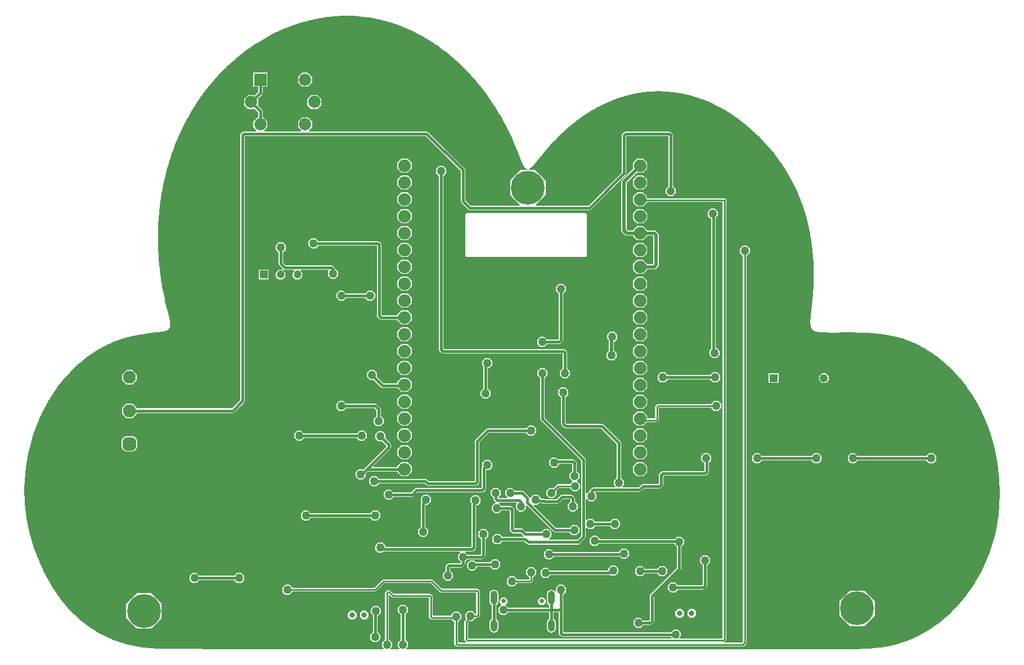
<source format=gbl>
G04*
G04 #@! TF.GenerationSoftware,Altium Limited,Altium Designer,25.5.2 (35)*
G04*
G04 Layer_Physical_Order=2*
G04 Layer_Color=16711680*
%FSLAX44Y44*%
%MOMM*%
G71*
G04*
G04 #@! TF.SameCoordinates,227BAF76-4A0D-4DC8-B4C5-2559F8F0295E*
G04*
G04*
G04 #@! TF.FilePolarity,Positive*
G04*
G01*
G75*
%ADD18C,0.2540*%
%ADD19C,0.3810*%
G04:AMPARAMS|DCode=21|XSize=1mm|YSize=1.8mm|CornerRadius=0.5mm|HoleSize=0mm|Usage=FLASHONLY|Rotation=0.000|XOffset=0mm|YOffset=0mm|HoleType=Round|Shape=RoundedRectangle|*
%AMROUNDEDRECTD21*
21,1,1.0000,0.8000,0,0,0.0*
21,1,0.0000,1.8000,0,0,0.0*
1,1,1.0000,0.0000,-0.4000*
1,1,1.0000,0.0000,-0.4000*
1,1,1.0000,0.0000,0.4000*
1,1,1.0000,0.0000,0.4000*
%
%ADD21ROUNDEDRECTD21*%
G04:AMPARAMS|DCode=22|XSize=1mm|YSize=2.1mm|CornerRadius=0.5mm|HoleSize=0mm|Usage=FLASHONLY|Rotation=0.000|XOffset=0mm|YOffset=0mm|HoleType=Round|Shape=RoundedRectangle|*
%AMROUNDEDRECTD22*
21,1,1.0000,1.1000,0,0,0.0*
21,1,0.0000,2.1000,0,0,0.0*
1,1,1.0000,0.0000,-0.5500*
1,1,1.0000,0.0000,-0.5500*
1,1,1.0000,0.0000,0.5500*
1,1,1.0000,0.0000,0.5500*
%
%ADD22ROUNDEDRECTD22*%
%ADD67C,1.2500*%
%ADD68R,1.2500X1.2500*%
%ADD70C,1.8500*%
%ADD71R,1.8500X1.8500*%
%ADD74C,1.2000*%
%ADD75R,1.2000X1.2000*%
%ADD78C,0.5080*%
%ADD79C,0.8000*%
%ADD80C,1.9050*%
%ADD81C,1.9500*%
G04:AMPARAMS|DCode=82|XSize=1.95mm|YSize=1.95mm|CornerRadius=0.4875mm|HoleSize=0mm|Usage=FLASHONLY|Rotation=90.000|XOffset=0mm|YOffset=0mm|HoleType=Round|Shape=RoundedRectangle|*
%AMROUNDEDRECTD82*
21,1,1.9500,0.9750,0,0,90.0*
21,1,0.9750,1.9500,0,0,90.0*
1,1,0.9750,0.4875,0.4875*
1,1,0.9750,0.4875,-0.4875*
1,1,0.9750,-0.4875,-0.4875*
1,1,0.9750,-0.4875,0.4875*
%
%ADD82ROUNDEDRECTD82*%
%ADD83C,1.2700*%
%ADD84C,5.0800*%
%ADD85C,0.6500*%
G36*
X773913Y1245413D02*
X788528Y1244235D01*
X795781Y1243161D01*
X795781Y1243161D01*
X795782Y1243161D01*
X796938Y1242991D01*
X799243Y1242626D01*
X801548Y1242237D01*
X803848Y1241824D01*
X805958Y1241423D01*
X807885Y1241039D01*
X809809Y1240638D01*
X811729Y1240221D01*
X812688Y1240004D01*
X813557Y1239807D01*
X815289Y1239401D01*
X817020Y1238981D01*
X818746Y1238548D01*
X819608Y1238325D01*
X819608Y1238325D01*
X820381Y1238124D01*
X821921Y1237714D01*
X823462Y1237292D01*
X824998Y1236859D01*
X825764Y1236638D01*
X825764D01*
X826486Y1236430D01*
X827932Y1236002D01*
X829372Y1235566D01*
X830810Y1235121D01*
X832201Y1234680D01*
X833546Y1234246D01*
X834889Y1233802D01*
X836232Y1233350D01*
X836899Y1233121D01*
X837570Y1232891D01*
X838907Y1232423D01*
X840243Y1231947D01*
X841577Y1231462D01*
X842241Y1231216D01*
X842865Y1230986D01*
X844107Y1230518D01*
X845344Y1230045D01*
X846578Y1229566D01*
X847816Y1229077D01*
X849054Y1228580D01*
X850286Y1228077D01*
X851514Y1227569D01*
X852127Y1227311D01*
X852127Y1227311D01*
X852702Y1227069D01*
X853837Y1226585D01*
X854975Y1226093D01*
X856113Y1225594D01*
X857248Y1225090D01*
X858378Y1224581D01*
X859508Y1224065D01*
X860637Y1223543D01*
X861765Y1223015D01*
X862890Y1222481D01*
X864016Y1221940D01*
X865134Y1221396D01*
X865694Y1221120D01*
X866214Y1220864D01*
X867246Y1220350D01*
X868273Y1219832D01*
X869302Y1219307D01*
X870333Y1218776D01*
X871361Y1218241D01*
X872382Y1217703D01*
X873407Y1217157D01*
X873916Y1216883D01*
X873916Y1216883D01*
X874430Y1216606D01*
X875449Y1216052D01*
X876466Y1215492D01*
X877485Y1214926D01*
X877988Y1214643D01*
X877988Y1214643D01*
X878500Y1214355D01*
X879511Y1213782D01*
X880520Y1213204D01*
X881530Y1212618D01*
X882539Y1212028D01*
X883546Y1211433D01*
X884551Y1210833D01*
X885554Y1210228D01*
X886051Y1209925D01*
X886052Y1209925D01*
X886550Y1209621D01*
X887554Y1209004D01*
X888548Y1208387D01*
X889545Y1207761D01*
X890035Y1207451D01*
X893673Y1205107D01*
X897279Y1202701D01*
X900861Y1200230D01*
X904415Y1197694D01*
X907943Y1195094D01*
X911445Y1192428D01*
X914917Y1189701D01*
X918361Y1186909D01*
X921777Y1184054D01*
X925163Y1181136D01*
X928517Y1178157D01*
X931842Y1175115D01*
X935136Y1172012D01*
X938395Y1168848D01*
X941624Y1165623D01*
X944819Y1162337D01*
X947980Y1158992D01*
X951108Y1155586D01*
X954200Y1152121D01*
X957256Y1148598D01*
X960276Y1145016D01*
X963259Y1141376D01*
X966205Y1137678D01*
X969113Y1133922D01*
X971983Y1130110D01*
X975070Y1125885D01*
X978109Y1121592D01*
X981099Y1117235D01*
X984041Y1112812D01*
X986934Y1108322D01*
X989776Y1103767D01*
X992567Y1099149D01*
X995306Y1094464D01*
X997993Y1089717D01*
X1000626Y1084907D01*
X1003205Y1080033D01*
X1005730Y1075097D01*
X1008198Y1070101D01*
X1010610Y1065043D01*
X1012965Y1059924D01*
X1015261Y1054746D01*
X1017684Y1049067D01*
X1020036Y1043319D01*
X1022320Y1037496D01*
X1022413Y1037253D01*
X1022413Y1037252D01*
X1022540Y1036922D01*
X1022540Y1036922D01*
X1022540Y1036922D01*
X1022729Y1036431D01*
X1022729Y1036431D01*
X1022791Y1036269D01*
X1022791Y1036269D01*
X1022791Y1036269D01*
X1022976Y1035786D01*
X1022977Y1035786D01*
X1022977Y1035786D01*
X1023038Y1035626D01*
X1023038Y1035626D01*
X1023038Y1035626D01*
X1023160Y1035309D01*
X1023160Y1035309D01*
X1023160Y1035309D01*
X1023281Y1034994D01*
X1023281Y1034994D01*
X1023281Y1034994D01*
X1023341Y1034838D01*
X1023341Y1034837D01*
X1023341Y1034837D01*
X1023401Y1034682D01*
X1023401Y1034682D01*
X1023461Y1034527D01*
X1023461Y1034527D01*
X1023461Y1034526D01*
X1023580Y1034219D01*
X1023580Y1034218D01*
X1023580Y1034218D01*
X1023639Y1034065D01*
X1023639Y1034065D01*
X1023639Y1034065D01*
X1023698Y1033913D01*
X1023698Y1033912D01*
X1023698Y1033912D01*
X1023756Y1033761D01*
X1023756Y1033760D01*
X1023756Y1033760D01*
X1023815Y1033609D01*
X1023815Y1033609D01*
X1023815Y1033609D01*
X1023873Y1033459D01*
X1023873Y1033458D01*
X1023873Y1033458D01*
X1023931Y1033309D01*
X1023931Y1033308D01*
X1023931Y1033308D01*
X1023989Y1033159D01*
X1023989Y1033159D01*
X1023989Y1033159D01*
X1024046Y1033011D01*
X1024046Y1033010D01*
X1024047Y1033010D01*
X1024104Y1032862D01*
X1024104Y1032862D01*
X1024104Y1032862D01*
X1024161Y1032715D01*
X1024161Y1032715D01*
X1024161Y1032715D01*
X1024218Y1032568D01*
X1024218Y1032568D01*
X1024218Y1032568D01*
X1024275Y1032422D01*
X1024275Y1032422D01*
X1024275Y1032422D01*
X1024331Y1032277D01*
X1024331Y1032277D01*
X1024331Y1032276D01*
X1024388Y1032132D01*
X1024388Y1032132D01*
X1024388Y1032132D01*
X1024444Y1031988D01*
X1024444Y1031988D01*
X1024444Y1031987D01*
X1024500Y1031844D01*
X1024500Y1031844D01*
X1024500Y1031844D01*
X1024555Y1031701D01*
X1024556Y1031701D01*
X1024556Y1031701D01*
X1024611Y1031559D01*
X1024611Y1031559D01*
X1024611Y1031559D01*
X1024666Y1031417D01*
X1024666Y1031417D01*
X1024666Y1031417D01*
X1024721Y1031277D01*
X1024722Y1031276D01*
X1024722Y1031275D01*
X1024776Y1031136D01*
X1024777Y1031135D01*
X1024777Y1031135D01*
X1024831Y1030996D01*
X1024831Y1030996D01*
X1024831Y1030995D01*
X1024886Y1030857D01*
X1024886Y1030857D01*
X1024886Y1030856D01*
X1024940Y1030719D01*
X1024940Y1030718D01*
X1024940Y1030718D01*
X1024994Y1030581D01*
X1024995Y1030581D01*
X1024995Y1030580D01*
X1025048Y1030443D01*
X1025049Y1030443D01*
X1025049Y1030443D01*
X1025102Y1030307D01*
X1025102Y1030307D01*
X1025102Y1030306D01*
X1025156Y1030171D01*
X1025156Y1030171D01*
X1025156Y1030170D01*
X1025209Y1030036D01*
X1025210Y1030035D01*
X1025210Y1030035D01*
X1025263Y1029901D01*
X1025263Y1029901D01*
X1025263Y1029900D01*
X1025316Y1029767D01*
X1025316Y1029767D01*
X1025316Y1029766D01*
X1025369Y1029634D01*
X1025369Y1029633D01*
X1025369Y1029633D01*
X1025421Y1029501D01*
X1025422Y1029501D01*
X1025422Y1029500D01*
X1025474Y1029369D01*
X1025474Y1029368D01*
X1025474Y1029368D01*
X1025526Y1029238D01*
X1025527Y1029237D01*
X1025527Y1029236D01*
X1025579Y1029106D01*
X1025579Y1029106D01*
X1025579Y1029106D01*
X1025631Y1028976D01*
X1025631Y1028976D01*
X1025631Y1028975D01*
X1025683Y1028846D01*
X1025683Y1028846D01*
X1025683Y1028845D01*
X1025734Y1028717D01*
X1025735Y1028717D01*
X1025735Y1028717D01*
X1025786Y1028589D01*
X1025787Y1028589D01*
X1025787Y1028588D01*
X1025863Y1028398D01*
X1025864Y1028397D01*
X1025864Y1028396D01*
X1025940Y1028208D01*
X1025940Y1028207D01*
X1025940Y1028206D01*
X1026016Y1028019D01*
X1026017Y1028019D01*
X1026017Y1028018D01*
X1026092Y1027832D01*
X1026093Y1027831D01*
X1026093Y1027831D01*
X1026168Y1027647D01*
X1026169Y1027646D01*
X1026169Y1027645D01*
X1026243Y1027462D01*
X1026244Y1027461D01*
X1026244Y1027460D01*
X1026318Y1027279D01*
X1026319Y1027278D01*
X1026319Y1027277D01*
X1026393Y1027098D01*
X1026394Y1027097D01*
X1026394Y1027095D01*
X1026467Y1026918D01*
X1026468Y1026917D01*
X1026468Y1026915D01*
X1026541Y1026739D01*
X1026542Y1026738D01*
X1026543Y1026736D01*
X1026615Y1026561D01*
X1026616Y1026560D01*
X1026616Y1026559D01*
X1026689Y1026385D01*
X1026689Y1026384D01*
X1026690Y1026383D01*
X1026762Y1026211D01*
X1026763Y1026210D01*
X1026763Y1026208D01*
X1026835Y1026038D01*
X1026835Y1026036D01*
X1026836Y1026035D01*
X1026907Y1025866D01*
X1026908Y1025864D01*
X1026908Y1025863D01*
X1026980Y1025695D01*
X1026981Y1025694D01*
X1026981Y1025692D01*
X1027052Y1025526D01*
X1027053Y1025525D01*
X1027053Y1025523D01*
X1027123Y1025358D01*
X1027124Y1025357D01*
X1027125Y1025355D01*
X1027195Y1025192D01*
X1027196Y1025191D01*
X1027196Y1025189D01*
X1027266Y1025027D01*
X1027267Y1025025D01*
X1027268Y1025023D01*
X1027337Y1024863D01*
X1027338Y1024862D01*
X1027339Y1024860D01*
X1027408Y1024701D01*
X1027409Y1024699D01*
X1027409Y1024697D01*
X1027478Y1024540D01*
X1027479Y1024538D01*
X1027480Y1024536D01*
X1027549Y1024380D01*
X1027550Y1024379D01*
X1027550Y1024377D01*
X1027619Y1024222D01*
X1027620Y1024221D01*
X1027620Y1024219D01*
X1027688Y1024065D01*
X1027690Y1024063D01*
X1027690Y1024061D01*
X1027758Y1023910D01*
X1027759Y1023908D01*
X1027760Y1023906D01*
X1027828Y1023756D01*
X1027829Y1023754D01*
X1027829Y1023751D01*
X1027897Y1023603D01*
X1027898Y1023601D01*
X1027899Y1023598D01*
X1027966Y1023451D01*
X1027967Y1023449D01*
X1027968Y1023447D01*
X1028035Y1023301D01*
X1028036Y1023299D01*
X1028037Y1023296D01*
X1028103Y1023152D01*
X1028105Y1023150D01*
X1028105Y1023147D01*
X1028172Y1023004D01*
X1028173Y1023002D01*
X1028174Y1023000D01*
X1028240Y1022858D01*
X1028242Y1022856D01*
X1028242Y1022853D01*
X1028308Y1022713D01*
X1028310Y1022711D01*
X1028311Y1022708D01*
X1028376Y1022570D01*
X1028378Y1022567D01*
X1028379Y1022565D01*
X1028444Y1022428D01*
X1028446Y1022425D01*
X1028447Y1022422D01*
X1028512Y1022286D01*
X1028513Y1022284D01*
X1028514Y1022282D01*
X1028579Y1022147D01*
X1028581Y1022144D01*
X1028582Y1022141D01*
X1028647Y1022008D01*
X1028649Y1022006D01*
X1028650Y1022003D01*
X1028714Y1021871D01*
X1028716Y1021869D01*
X1028717Y1021866D01*
X1028781Y1021736D01*
X1028784Y1021733D01*
X1028784Y1021730D01*
X1028849Y1021601D01*
X1028851Y1021598D01*
X1028852Y1021594D01*
X1028938Y1021425D01*
X1028940Y1021421D01*
X1028942Y1021417D01*
X1029027Y1021250D01*
X1029030Y1021246D01*
X1029031Y1021241D01*
X1029116Y1021077D01*
X1029119Y1021073D01*
X1029120Y1021068D01*
X1029205Y1020907D01*
X1029208Y1020902D01*
X1029210Y1020897D01*
X1029294Y1020738D01*
X1029297Y1020734D01*
X1029299Y1020729D01*
X1029383Y1020572D01*
X1029386Y1020568D01*
X1029388Y1020563D01*
X1029472Y1020409D01*
X1029475Y1020404D01*
X1029477Y1020398D01*
X1029560Y1020247D01*
X1029564Y1020242D01*
X1029566Y1020236D01*
X1029649Y1020088D01*
X1029653Y1020083D01*
X1029655Y1020077D01*
X1029738Y1019930D01*
X1029743Y1019925D01*
X1029745Y1019919D01*
X1029827Y1019775D01*
X1029832Y1019770D01*
X1029834Y1019763D01*
X1029916Y1019622D01*
X1029921Y1019617D01*
X1029923Y1019611D01*
X1030005Y1019472D01*
X1030010Y1019466D01*
X1030013Y1019460D01*
X1030095Y1019323D01*
X1030100Y1019318D01*
X1030102Y1019311D01*
X1030184Y1019177D01*
X1030190Y1019171D01*
X1030192Y1019164D01*
X1030274Y1019033D01*
X1030279Y1019026D01*
X1030282Y1019019D01*
X1030364Y1018890D01*
X1030370Y1018883D01*
X1030374Y1018875D01*
X1030475Y1018717D01*
X1030483Y1018709D01*
X1030487Y1018699D01*
X1030589Y1018546D01*
X1030597Y1018538D01*
X1030601Y1018527D01*
X1030702Y1018378D01*
X1030711Y1018369D01*
X1030716Y1018358D01*
X1030817Y1018212D01*
X1030826Y1018204D01*
X1030831Y1018192D01*
X1030932Y1018051D01*
X1030942Y1018042D01*
X1030947Y1018030D01*
X1031048Y1017892D01*
X1031058Y1017883D01*
X1031064Y1017870D01*
X1031165Y1017737D01*
X1031176Y1017727D01*
X1031182Y1017714D01*
X1031282Y1017584D01*
X1031295Y1017573D01*
X1031303Y1017558D01*
X1031423Y1017408D01*
X1031438Y1017396D01*
X1031447Y1017379D01*
X1031568Y1017234D01*
X1031583Y1017221D01*
X1031593Y1017204D01*
X1031714Y1017064D01*
X1031730Y1017051D01*
X1031741Y1017033D01*
X1031862Y1016899D01*
X1031880Y1016886D01*
X1031892Y1016867D01*
X1032012Y1016739D01*
X1032033Y1016724D01*
X1032047Y1016703D01*
X1032188Y1016560D01*
X1032212Y1016544D01*
X1032229Y1016520D01*
X1032370Y1016385D01*
X1032396Y1016369D01*
X1032414Y1016344D01*
X1032555Y1016217D01*
X1032583Y1016200D01*
X1032604Y1016175D01*
X1032745Y1016055D01*
X1032775Y1016038D01*
X1032798Y1016012D01*
X1032940Y1015900D01*
X1032972Y1015883D01*
X1032997Y1015857D01*
X1033139Y1015752D01*
X1033174Y1015736D01*
X1033201Y1015709D01*
X1033344Y1015612D01*
X1033383Y1015595D01*
X1033415Y1015566D01*
X1033579Y1015464D01*
X1033624Y1015447D01*
X1033661Y1015416D01*
X1033825Y1015325D01*
X1033874Y1015309D01*
X1033914Y1015278D01*
X1034080Y1015196D01*
X1034130Y1015183D01*
X1034173Y1015153D01*
X1034340Y1015081D01*
X1034393Y1015070D01*
X1034439Y1015041D01*
X1034604Y1014980D01*
X1034654Y1014972D01*
X1034698Y1014948D01*
X1034841Y1014902D01*
X1034887Y1014897D01*
X1034930Y1014877D01*
X1035062Y1014841D01*
X1035115Y1014730D01*
X1034318Y1013466D01*
X1034314Y1013465D01*
X1034291Y1013460D01*
X1025273D01*
X1009650Y997837D01*
Y975743D01*
X1024488Y960905D01*
X1023962Y959635D01*
X950225D01*
X941967Y967894D01*
Y1013460D01*
X940960Y1015890D01*
X886350Y1070500D01*
X883920Y1071507D01*
X707180D01*
X706654Y1072777D01*
X711560Y1077682D01*
Y1086397D01*
X705397Y1092560D01*
X696683D01*
X690520Y1086397D01*
Y1077682D01*
X695426Y1072777D01*
X694900Y1071507D01*
X640000D01*
X639474Y1072777D01*
X644380Y1077682D01*
Y1086397D01*
X638218Y1092560D01*
X637297D01*
Y1101720D01*
X636290Y1104150D01*
X629819Y1110621D01*
X630470Y1111273D01*
Y1119987D01*
X629819Y1120639D01*
X636290Y1127110D01*
X637297Y1129540D01*
Y1138700D01*
X644380D01*
Y1159740D01*
X623340D01*
Y1138700D01*
X630423D01*
Y1130964D01*
X624959Y1125499D01*
X624308Y1126150D01*
X615592D01*
X609430Y1119987D01*
Y1111273D01*
X615592Y1105110D01*
X624308D01*
X624959Y1105761D01*
X630423Y1100296D01*
Y1092560D01*
X629502D01*
X623340Y1086397D01*
Y1077682D01*
X628246Y1072777D01*
X627720Y1071507D01*
X609292D01*
X606862Y1070500D01*
X604630Y1068268D01*
X603623Y1065838D01*
Y666904D01*
X590866Y654146D01*
X447900D01*
Y655275D01*
X441445Y661730D01*
X432315D01*
X425860Y655275D01*
Y646145D01*
X432315Y639690D01*
X441445D01*
X447900Y646145D01*
Y647273D01*
X592290D01*
X594720Y648280D01*
X609490Y663050D01*
X610497Y665480D01*
Y1064415D01*
X610715Y1064633D01*
X882496D01*
X935093Y1012037D01*
Y966470D01*
X936100Y964040D01*
X946371Y953768D01*
X948801Y952762D01*
X1129030D01*
X1131460Y953768D01*
X1183530Y1005838D01*
X1184537Y1008269D01*
Y1064107D01*
X1185063Y1064633D01*
X1247295D01*
X1247513Y1064415D01*
Y989050D01*
X1243330Y984866D01*
Y978554D01*
X1247794Y974090D01*
X1254106D01*
X1258570Y978554D01*
Y984866D01*
X1254387Y989050D01*
Y1065838D01*
X1253380Y1068268D01*
X1251148Y1070500D01*
X1248718Y1071507D01*
X1183640D01*
X1181210Y1070500D01*
X1178670Y1067960D01*
X1177663Y1065530D01*
Y1009692D01*
X1127607Y959635D01*
X1048678D01*
X1048152Y960905D01*
X1062990Y975743D01*
Y997837D01*
X1047367Y1013460D01*
X1038359D01*
X1038315Y1013474D01*
X1038314Y1013474D01*
X1037730Y1014730D01*
X1037880Y1014909D01*
X1038021Y1014950D01*
X1038050Y1014966D01*
X1038083Y1014970D01*
X1038225Y1015017D01*
X1038253Y1015033D01*
X1038285Y1015038D01*
X1038428Y1015091D01*
X1038454Y1015107D01*
X1038484Y1015113D01*
X1038629Y1015171D01*
X1038653Y1015186D01*
X1038682Y1015193D01*
X1038827Y1015256D01*
X1038851Y1015272D01*
X1038878Y1015279D01*
X1039025Y1015347D01*
X1039046Y1015363D01*
X1039072Y1015370D01*
X1039220Y1015444D01*
X1039240Y1015460D01*
X1039265Y1015467D01*
X1039415Y1015546D01*
X1039433Y1015562D01*
X1039457Y1015569D01*
X1039608Y1015654D01*
X1039624Y1015668D01*
X1039644Y1015675D01*
X1039771Y1015750D01*
X1039785Y1015762D01*
X1039802Y1015768D01*
X1039930Y1015846D01*
X1039943Y1015858D01*
X1039959Y1015864D01*
X1040089Y1015947D01*
X1040101Y1015958D01*
X1040117Y1015965D01*
X1040247Y1016051D01*
X1040259Y1016062D01*
X1040274Y1016068D01*
X1040405Y1016158D01*
X1040416Y1016169D01*
X1040430Y1016175D01*
X1040563Y1016268D01*
X1040573Y1016279D01*
X1040586Y1016285D01*
X1040721Y1016382D01*
X1040730Y1016392D01*
X1040743Y1016398D01*
X1040879Y1016499D01*
X1040887Y1016509D01*
X1040899Y1016515D01*
X1041036Y1016619D01*
X1041044Y1016629D01*
X1041056Y1016635D01*
X1041194Y1016743D01*
X1041202Y1016752D01*
X1041213Y1016758D01*
X1041352Y1016869D01*
X1041359Y1016878D01*
X1041369Y1016884D01*
X1041510Y1016999D01*
X1041517Y1017008D01*
X1041527Y1017013D01*
X1041669Y1017133D01*
X1041675Y1017141D01*
X1041685Y1017146D01*
X1041828Y1017269D01*
X1041834Y1017277D01*
X1041843Y1017282D01*
X1041988Y1017409D01*
X1041994Y1017417D01*
X1042002Y1017421D01*
X1042148Y1017551D01*
X1042154Y1017559D01*
X1042161Y1017564D01*
X1042309Y1017698D01*
X1042314Y1017705D01*
X1042322Y1017709D01*
X1042470Y1017847D01*
X1042476Y1017854D01*
X1042483Y1017859D01*
X1042633Y1018000D01*
X1042638Y1018006D01*
X1042645Y1018011D01*
X1042796Y1018155D01*
X1042801Y1018162D01*
X1042807Y1018166D01*
X1042960Y1018314D01*
X1042965Y1018321D01*
X1042971Y1018325D01*
X1043126Y1018477D01*
X1043130Y1018483D01*
X1043136Y1018486D01*
X1043292Y1018642D01*
X1043295Y1018647D01*
X1043300Y1018651D01*
X1043426Y1018778D01*
X1043429Y1018782D01*
X1043433Y1018785D01*
X1043560Y1018915D01*
X1043563Y1018919D01*
X1043568Y1018922D01*
X1043696Y1019054D01*
X1043698Y1019058D01*
X1043702Y1019061D01*
X1043831Y1019195D01*
X1043834Y1019199D01*
X1043838Y1019201D01*
X1043968Y1019338D01*
X1043970Y1019342D01*
X1043974Y1019344D01*
X1044105Y1019483D01*
X1044108Y1019487D01*
X1044111Y1019490D01*
X1044244Y1019631D01*
X1044246Y1019634D01*
X1044249Y1019637D01*
X1044383Y1019780D01*
X1044385Y1019784D01*
X1044388Y1019786D01*
X1044522Y1019932D01*
X1044524Y1019935D01*
X1044528Y1019937D01*
X1044663Y1020085D01*
X1044665Y1020089D01*
X1044668Y1020091D01*
X1044805Y1020241D01*
X1044807Y1020244D01*
X1044810Y1020247D01*
X1044947Y1020399D01*
X1044949Y1020402D01*
X1044952Y1020404D01*
X1045091Y1020559D01*
X1045093Y1020562D01*
X1045095Y1020564D01*
X1045235Y1020722D01*
X1045237Y1020724D01*
X1045239Y1020726D01*
X1045381Y1020886D01*
X1045382Y1020889D01*
X1045385Y1020891D01*
X1045527Y1021052D01*
X1045529Y1021055D01*
X1045531Y1021057D01*
X1045675Y1021221D01*
X1045676Y1021224D01*
X1045678Y1021225D01*
X1045823Y1021392D01*
X1045824Y1021394D01*
X1045826Y1021396D01*
X1045972Y1021565D01*
X1045974Y1021567D01*
X1045975Y1021568D01*
X1046086Y1021696D01*
X1046087Y1021698D01*
X1046088Y1021699D01*
X1046199Y1021829D01*
X1046200Y1021830D01*
X1046201Y1021831D01*
X1046313Y1021962D01*
X1046314Y1021964D01*
X1046315Y1021965D01*
X1046428Y1022096D01*
X1046429Y1022098D01*
X1046430Y1022099D01*
X1046543Y1022233D01*
X1046544Y1022234D01*
X1046545Y1022235D01*
X1046659Y1022370D01*
X1046660Y1022371D01*
X1046661Y1022372D01*
X1046775Y1022508D01*
X1046776Y1022510D01*
X1046777Y1022510D01*
X1046892Y1022647D01*
X1046893Y1022649D01*
X1046895Y1022650D01*
X1047010Y1022788D01*
X1047011Y1022790D01*
X1047012Y1022791D01*
X1047129Y1022930D01*
X1047129Y1022932D01*
X1047131Y1022933D01*
X1047248Y1023074D01*
X1047249Y1023075D01*
X1047250Y1023075D01*
X1047367Y1023218D01*
X1047368Y1023219D01*
X1047369Y1023220D01*
X1047488Y1023363D01*
X1047489Y1023365D01*
X1047490Y1023365D01*
X1047609Y1023510D01*
X1047610Y1023511D01*
X1047611Y1023512D01*
X1047731Y1023658D01*
X1047732Y1023659D01*
X1047733Y1023660D01*
X1047854Y1023808D01*
X1047854Y1023809D01*
X1047855Y1023809D01*
X1047977Y1023958D01*
X1047977Y1023959D01*
X1047978Y1023960D01*
X1048101Y1024109D01*
X1048101Y1024110D01*
X1048102Y1024111D01*
X1048225Y1024262D01*
X1048226Y1024264D01*
X1048227Y1024264D01*
X1048351Y1024417D01*
X1048351Y1024417D01*
X1048352Y1024418D01*
X1048477Y1024572D01*
X1048477Y1024573D01*
X1048478Y1024574D01*
X1048604Y1024728D01*
X1048604Y1024729D01*
X1048605Y1024730D01*
X1048731Y1024886D01*
X1048731Y1024887D01*
X1048732Y1024887D01*
X1048859Y1025045D01*
X1048860Y1025046D01*
X1048860Y1025046D01*
X1048988Y1025205D01*
X1048989Y1025206D01*
X1048989Y1025207D01*
X1049118Y1025367D01*
X1049118Y1025367D01*
X1049119Y1025368D01*
X1049249Y1025529D01*
X1049249Y1025530D01*
X1049249Y1025530D01*
X1049380Y1025693D01*
X1049380Y1025694D01*
X1049381Y1025694D01*
X1049512Y1025858D01*
X1049512Y1025859D01*
X1049513Y1025859D01*
X1049645Y1026024D01*
X1049645Y1026025D01*
X1049646Y1026026D01*
X1049778Y1026192D01*
X1049779Y1026193D01*
X1049779Y1026193D01*
X1049913Y1026361D01*
X1049913Y1026361D01*
X1049913Y1026362D01*
X1050048Y1026531D01*
X1050048Y1026531D01*
X1050049Y1026532D01*
X1050184Y1026702D01*
X1050184Y1026702D01*
X1050184Y1026703D01*
X1050321Y1026874D01*
X1050321Y1026875D01*
X1050321Y1026875D01*
X1050458Y1027048D01*
X1050458Y1027048D01*
X1050459Y1027049D01*
X1050596Y1027223D01*
X1050597Y1027223D01*
X1050597Y1027223D01*
X1050736Y1027399D01*
X1050736Y1027399D01*
X1050736Y1027399D01*
X1050876Y1027576D01*
X1050876Y1027576D01*
X1050876Y1027577D01*
X1051017Y1027754D01*
X1051017Y1027755D01*
X1051017Y1027755D01*
X1051158Y1027934D01*
X1051159Y1027934D01*
X1051159Y1027935D01*
X1051301Y1028115D01*
X1051301Y1028115D01*
X1051301Y1028115D01*
X1051444Y1028297D01*
X1051444Y1028297D01*
X1051445Y1028298D01*
X1051588Y1028480D01*
X1051589Y1028481D01*
X1051589Y1028481D01*
X1051733Y1028665D01*
X1051734Y1028665D01*
X1051734Y1028666D01*
X1051880Y1028851D01*
X1051880Y1028851D01*
X1051880Y1028851D01*
X1052026Y1029038D01*
X1052026Y1029038D01*
X1052027Y1029038D01*
X1052174Y1029226D01*
X1052174Y1029226D01*
X1052174Y1029226D01*
X1052322Y1029415D01*
X1052322Y1029416D01*
X1052323Y1029416D01*
X1052472Y1029606D01*
X1052472Y1029606D01*
X1052572Y1029734D01*
X1052572Y1029734D01*
X1052572Y1029734D01*
X1052673Y1029862D01*
X1052673Y1029862D01*
X1052673Y1029863D01*
X1052875Y1030120D01*
X1052875Y1030120D01*
X1052976Y1030250D01*
X1052976Y1030250D01*
X1052977Y1030251D01*
X1053078Y1030381D01*
X1053079Y1030381D01*
X1053079Y1030381D01*
X1053181Y1030512D01*
X1053181Y1030512D01*
X1053284Y1030643D01*
X1053387Y1030775D01*
X1053387Y1030776D01*
X1053387Y1030776D01*
X1053804Y1031309D01*
X1053804Y1031310D01*
X1053804Y1031310D01*
X1053910Y1031444D01*
X1053910Y1031444D01*
X1054439Y1032122D01*
X1056428Y1034644D01*
X1058136Y1036773D01*
X1059853Y1038880D01*
X1061580Y1040965D01*
X1063314Y1043025D01*
X1065056Y1045063D01*
X1066806Y1047076D01*
X1068566Y1049069D01*
X1070331Y1051034D01*
X1072106Y1052980D01*
X1073890Y1054903D01*
X1075677Y1056798D01*
X1077474Y1058672D01*
X1079278Y1060523D01*
X1081090Y1062350D01*
X1082908Y1064153D01*
X1084734Y1065933D01*
X1086567Y1067691D01*
X1088408Y1069424D01*
X1090253Y1071133D01*
X1092108Y1072821D01*
X1093965Y1074480D01*
X1095834Y1076122D01*
X1097706Y1077737D01*
X1099584Y1079328D01*
X1101472Y1080898D01*
X1103364Y1082443D01*
X1105261Y1083964D01*
X1107163Y1085460D01*
X1109392Y1087178D01*
X1111628Y1088863D01*
X1113873Y1090517D01*
X1116124Y1092137D01*
X1118385Y1093727D01*
X1120649Y1095282D01*
X1122925Y1096808D01*
X1125205Y1098300D01*
X1127493Y1099760D01*
X1129785Y1101186D01*
X1132087Y1102582D01*
X1134393Y1103945D01*
X1136707Y1105276D01*
X1139025Y1106573D01*
X1141683Y1108017D01*
X1144350Y1109419D01*
X1147022Y1110779D01*
X1149702Y1112096D01*
X1152387Y1113369D01*
X1155081Y1114602D01*
X1158120Y1115938D01*
X1161165Y1117219D01*
X1164220Y1118448D01*
X1167287Y1119625D01*
X1167702Y1119781D01*
X1168551Y1120094D01*
X1169407Y1120406D01*
X1170263Y1120714D01*
X1171112Y1121014D01*
X1171967Y1121312D01*
X1172824Y1121607D01*
X1173680Y1121897D01*
X1174106Y1122039D01*
X1174577Y1122197D01*
X1175515Y1122505D01*
X1176461Y1122810D01*
X1177403Y1123109D01*
X1178343Y1123402D01*
X1179287Y1123691D01*
X1180235Y1123976D01*
X1181176Y1124253D01*
X1181652Y1124391D01*
X1182167Y1124540D01*
X1183199Y1124833D01*
X1184227Y1125118D01*
X1185263Y1125400D01*
X1186338Y1125686D01*
X1187462Y1125977D01*
X1188578Y1126259D01*
X1189704Y1126537D01*
X1190871Y1126817D01*
X1192079Y1127099D01*
X1193285Y1127372D01*
X1194501Y1127638D01*
X1195799Y1127914D01*
X1197183Y1128197D01*
X1198567Y1128470D01*
X1199957Y1128732D01*
X1201472Y1129007D01*
X1203122Y1129290D01*
X1204772Y1129559D01*
X1206423Y1129812D01*
X1208336Y1130088D01*
X1210509Y1130375D01*
X1212685Y1130636D01*
X1214863Y1130870D01*
X1215956Y1130975D01*
X1215956Y1130975D01*
X1221583Y1131514D01*
X1232882Y1131890D01*
X1244182Y1131563D01*
X1255440Y1130534D01*
X1261026Y1129671D01*
X1261027Y1129671D01*
X1261027Y1129671D01*
X1261857Y1129543D01*
X1263516Y1129272D01*
X1265175Y1128986D01*
X1266830Y1128685D01*
X1268353Y1128393D01*
X1269751Y1128115D01*
X1271140Y1127827D01*
X1272534Y1127527D01*
X1273227Y1127373D01*
X1273841Y1127236D01*
X1275058Y1126956D01*
X1276275Y1126668D01*
X1277492Y1126371D01*
X1278096Y1126219D01*
X1278096D01*
X1278662Y1126077D01*
X1279795Y1125786D01*
X1280919Y1125489D01*
X1282044Y1125185D01*
X1282610Y1125028D01*
X1282610D01*
X1283130Y1124884D01*
X1284170Y1124590D01*
X1285213Y1124288D01*
X1286251Y1123982D01*
X1286769Y1123826D01*
X1286769D01*
X1287245Y1123683D01*
X1288199Y1123390D01*
X1289150Y1123093D01*
X1290102Y1122791D01*
X1290575Y1122638D01*
X1290575Y1122638D01*
X1291009Y1122497D01*
X1291872Y1122214D01*
X1292736Y1121925D01*
X1293596Y1121634D01*
X1294029Y1121485D01*
X1294029Y1121485D01*
X1294460Y1121337D01*
X1295325Y1121035D01*
X1296190Y1120729D01*
X1297049Y1120420D01*
X1297477Y1120264D01*
X1297906Y1120107D01*
X1298769Y1119788D01*
X1299630Y1119465D01*
X1300491Y1119138D01*
X1300909Y1118977D01*
X1304009Y1117754D01*
X1307096Y1116477D01*
X1310176Y1115145D01*
X1312908Y1113914D01*
X1315633Y1112639D01*
X1318355Y1111319D01*
X1321070Y1109956D01*
X1323780Y1108547D01*
X1326145Y1107278D01*
X1328504Y1105976D01*
X1330860Y1104639D01*
X1333210Y1103268D01*
X1335556Y1101862D01*
X1337896Y1100422D01*
X1340228Y1098949D01*
X1342557Y1097441D01*
X1344880Y1095898D01*
X1346866Y1094549D01*
X1348846Y1093175D01*
X1350824Y1091774D01*
X1352795Y1090350D01*
X1354761Y1088900D01*
X1356725Y1087423D01*
X1358682Y1085922D01*
X1360632Y1084398D01*
X1362581Y1082844D01*
X1364520Y1081269D01*
X1366457Y1079666D01*
X1368387Y1078039D01*
X1370313Y1076385D01*
X1372233Y1074706D01*
X1374144Y1073004D01*
X1376053Y1071273D01*
X1377957Y1069517D01*
X1379851Y1067738D01*
X1381741Y1065931D01*
X1383625Y1064099D01*
X1385503Y1062241D01*
X1386120Y1061624D01*
X1389425Y1058253D01*
X1392656Y1054845D01*
X1393070Y1054402D01*
X1393907Y1053496D01*
X1394743Y1052583D01*
X1395571Y1051672D01*
X1395987Y1051210D01*
X1395987Y1051210D01*
X1396424Y1050725D01*
X1397283Y1049762D01*
X1398143Y1048789D01*
X1398996Y1047814D01*
X1399888Y1046784D01*
X1400819Y1045699D01*
X1401742Y1044612D01*
X1402661Y1043519D01*
X1403115Y1042972D01*
X1403635Y1042346D01*
X1404664Y1041093D01*
X1405686Y1039834D01*
X1406700Y1038568D01*
X1407807Y1037169D01*
X1409006Y1035632D01*
X1410194Y1034086D01*
X1411369Y1032533D01*
X1412732Y1030704D01*
X1414267Y1028603D01*
X1415784Y1026483D01*
X1417279Y1024349D01*
X1421643Y1017991D01*
X1428374Y1007082D01*
X1434567Y995859D01*
X1440207Y984348D01*
X1442744Y978463D01*
X1442744Y978462D01*
X1442744Y978462D01*
X1443137Y977552D01*
X1443906Y975733D01*
X1444664Y973903D01*
X1445407Y972070D01*
X1445772Y971151D01*
X1446076Y970385D01*
X1446675Y968849D01*
X1447268Y967301D01*
X1447847Y965760D01*
X1448134Y964984D01*
X1448385Y964302D01*
X1448883Y962933D01*
X1449373Y961561D01*
X1449854Y960189D01*
X1450308Y958875D01*
X1450736Y957617D01*
X1451157Y956359D01*
X1451570Y955104D01*
X1451970Y953869D01*
X1452352Y952670D01*
X1452731Y951464D01*
X1453104Y950258D01*
X1453286Y949662D01*
X1454645Y945054D01*
X1455858Y940678D01*
X1456939Y936533D01*
X1457899Y932625D01*
X1458808Y928692D01*
X1459610Y925002D01*
X1460368Y921290D01*
X1461032Y917825D01*
X1461658Y914346D01*
X1462245Y910849D01*
X1462754Y907607D01*
X1463230Y904349D01*
X1463674Y901082D01*
X1464086Y897794D01*
X1464435Y894770D01*
X1464757Y891736D01*
X1465053Y888688D01*
X1465321Y885633D01*
X1465562Y882567D01*
X1465777Y879483D01*
X1465965Y876392D01*
X1466113Y873574D01*
X1466239Y870742D01*
X1466342Y867907D01*
X1466424Y865057D01*
X1466484Y862203D01*
X1466522Y859337D01*
X1466538Y856462D01*
X1466532Y853578D01*
X1466505Y850687D01*
X1466456Y847788D01*
X1466385Y844880D01*
X1466292Y841958D01*
X1466190Y839326D01*
X1466071Y836686D01*
X1465934Y834040D01*
X1465780Y831382D01*
X1465608Y828725D01*
X1465419Y826057D01*
X1465213Y823382D01*
X1464989Y820699D01*
X1464748Y818010D01*
X1464490Y815318D01*
X1464214Y812616D01*
X1463921Y809909D01*
X1463751Y808402D01*
X1463712Y808062D01*
X1463686Y807837D01*
X1463635Y807389D01*
X1463584Y806945D01*
Y806945D01*
X1463558Y806724D01*
Y806724D01*
X1463508Y806285D01*
X1463482Y806067D01*
Y806067D01*
X1463482Y806067D01*
X1463457Y805850D01*
X1463382Y805203D01*
X1463333Y804777D01*
Y804777D01*
X1463333Y804776D01*
X1463284Y804353D01*
X1463260Y804143D01*
Y804143D01*
X1463260Y804143D01*
X1463236Y803934D01*
X1463236Y803933D01*
X1463236Y803933D01*
X1463212Y803725D01*
X1463188Y803518D01*
Y803517D01*
X1463188Y803517D01*
X1463140Y803105D01*
Y803104D01*
X1463140Y803104D01*
X1463069Y802492D01*
X1463069Y802492D01*
X1463069Y802492D01*
X1463023Y802087D01*
X1463023Y802087D01*
X1463023Y802087D01*
X1462977Y801687D01*
X1462977Y801686D01*
X1462977Y801686D01*
X1462931Y801289D01*
X1462931Y801289D01*
X1462931Y801289D01*
X1462908Y801092D01*
X1462908Y801091D01*
X1462908Y801091D01*
X1462863Y800699D01*
X1462864Y800699D01*
X1462863Y800698D01*
X1462841Y800504D01*
X1462841Y800504D01*
X1462819Y800310D01*
X1462819Y800309D01*
X1462819Y800309D01*
X1462797Y800116D01*
X1462797Y800116D01*
X1462797Y800116D01*
X1462775Y799923D01*
X1462775Y799923D01*
X1462775Y799923D01*
X1462754Y799732D01*
X1462754Y799732D01*
X1462754Y799731D01*
X1462732Y799541D01*
X1462732Y799541D01*
X1462732Y799541D01*
X1462711Y799351D01*
X1462711Y799351D01*
X1462711Y799350D01*
X1462690Y799161D01*
X1462690Y799161D01*
X1462689Y799161D01*
X1462668Y798973D01*
X1462668Y798973D01*
X1462668Y798973D01*
X1462647Y798785D01*
X1462647Y798785D01*
X1462647Y798785D01*
X1462626Y798598D01*
X1462626Y798598D01*
X1462626Y798598D01*
X1462606Y798412D01*
X1462606Y798412D01*
X1462606Y798412D01*
X1462585Y798227D01*
X1462585Y798227D01*
X1462585Y798226D01*
X1462565Y798043D01*
X1462565Y798042D01*
X1462565Y798042D01*
X1462545Y797859D01*
X1462545Y797859D01*
X1462544Y797858D01*
X1462524Y797676D01*
X1462524Y797675D01*
X1462524Y797675D01*
X1462504Y797494D01*
X1462504Y797493D01*
X1462504Y797493D01*
X1462485Y797312D01*
X1462485Y797312D01*
X1462484Y797312D01*
X1462465Y797132D01*
X1462465Y797132D01*
X1462465Y797131D01*
X1462445Y796952D01*
X1462445Y796952D01*
X1462445Y796951D01*
X1462426Y796773D01*
X1462426Y796773D01*
X1462426Y796773D01*
X1462407Y796595D01*
X1462407Y796595D01*
X1462407Y796594D01*
X1462388Y796418D01*
X1462388Y796417D01*
X1462388Y796417D01*
X1462369Y796241D01*
X1462369Y796241D01*
X1462369Y796240D01*
X1462350Y796066D01*
X1462350Y796065D01*
X1462350Y796065D01*
X1462332Y795890D01*
X1462332Y795890D01*
X1462332Y795889D01*
X1462313Y795716D01*
X1462313Y795716D01*
X1462313Y795715D01*
X1462295Y795543D01*
X1462295Y795542D01*
X1462295Y795542D01*
X1462277Y795370D01*
X1462277Y795369D01*
X1462277Y795369D01*
X1462259Y795198D01*
X1462259Y795197D01*
X1462259Y795197D01*
X1462242Y795027D01*
X1462242Y795026D01*
X1462241Y795025D01*
X1462224Y794856D01*
X1462224Y794855D01*
X1462224Y794855D01*
X1462207Y794686D01*
X1462207Y794686D01*
X1462207Y794686D01*
X1462189Y794518D01*
X1462190Y794517D01*
X1462189Y794516D01*
X1462173Y794349D01*
X1462173Y794349D01*
X1462172Y794348D01*
X1462156Y794182D01*
X1462156Y794181D01*
X1462155Y794181D01*
X1462139Y794015D01*
X1462139Y794015D01*
X1462139Y794014D01*
X1462123Y793849D01*
X1462123Y793849D01*
X1462122Y793848D01*
X1462106Y793684D01*
X1462106Y793684D01*
X1462106Y793683D01*
X1462090Y793520D01*
X1462090Y793519D01*
X1462090Y793518D01*
X1462074Y793356D01*
X1462074Y793355D01*
X1462074Y793355D01*
X1462059Y793193D01*
X1462059Y793192D01*
X1462059Y793192D01*
X1462043Y793031D01*
X1462043Y793030D01*
X1462043Y793029D01*
X1462028Y792869D01*
X1462028Y792869D01*
X1462028Y792868D01*
X1462013Y792709D01*
X1462013Y792708D01*
X1462012Y792707D01*
X1461998Y792549D01*
X1461998Y792548D01*
X1461998Y792547D01*
X1461983Y792389D01*
X1461983Y792388D01*
X1461983Y792388D01*
X1461969Y792231D01*
X1461969Y792230D01*
X1461968Y792229D01*
X1461954Y792073D01*
X1461954Y792072D01*
X1461954Y792071D01*
X1461940Y791916D01*
X1461940Y791915D01*
X1461940Y791914D01*
X1461926Y791759D01*
X1461926Y791758D01*
X1461926Y791758D01*
X1461912Y791604D01*
X1461912Y791603D01*
X1461912Y791601D01*
X1461899Y791448D01*
X1461899Y791447D01*
X1461899Y791447D01*
X1461886Y791294D01*
X1461886Y791293D01*
X1461885Y791292D01*
X1461872Y791141D01*
X1461872Y791140D01*
X1461872Y791139D01*
X1461859Y790988D01*
X1461860Y790987D01*
X1461859Y790986D01*
X1461847Y790835D01*
X1461847Y790835D01*
X1461847Y790834D01*
X1461834Y790684D01*
X1461834Y790683D01*
X1461834Y790682D01*
X1461822Y790533D01*
X1461822Y790532D01*
X1461822Y790531D01*
X1461810Y790383D01*
X1461810Y790382D01*
X1461810Y790381D01*
X1461798Y790234D01*
X1461798Y790233D01*
X1461798Y790231D01*
X1461786Y790085D01*
X1461787Y790084D01*
X1461786Y790083D01*
X1461775Y789937D01*
X1461775Y789936D01*
X1461775Y789935D01*
X1461764Y789790D01*
X1461764Y789789D01*
X1461764Y789787D01*
X1461753Y789643D01*
X1461753Y789642D01*
X1461753Y789641D01*
X1461742Y789497D01*
X1461742Y789496D01*
X1461742Y789495D01*
X1461732Y789352D01*
X1461732Y789351D01*
X1461732Y789349D01*
X1461721Y789207D01*
X1461722Y789206D01*
X1461721Y789205D01*
X1461711Y789063D01*
X1461712Y789062D01*
X1461711Y789061D01*
X1461702Y788920D01*
X1461702Y788919D01*
X1461701Y788917D01*
X1461692Y788777D01*
X1461692Y788776D01*
X1461692Y788775D01*
X1461683Y788636D01*
X1461683Y788634D01*
X1461682Y788633D01*
X1461674Y788494D01*
X1461674Y788493D01*
X1461673Y788491D01*
X1461665Y788354D01*
X1461665Y788352D01*
X1461664Y788351D01*
X1461656Y788214D01*
X1461656Y788212D01*
X1461656Y788211D01*
X1461648Y788074D01*
X1461648Y788073D01*
X1461647Y788071D01*
X1461640Y787935D01*
X1461640Y787934D01*
X1461639Y787933D01*
X1461632Y787798D01*
X1461632Y787796D01*
X1461631Y787795D01*
X1461624Y787661D01*
X1461624Y787659D01*
X1461624Y787657D01*
X1461617Y787523D01*
X1461617Y787522D01*
X1461617Y787521D01*
X1461609Y787388D01*
X1461610Y787386D01*
X1461609Y787384D01*
X1461603Y787252D01*
X1461603Y787251D01*
X1461602Y787249D01*
X1461596Y787117D01*
X1461596Y787116D01*
X1461596Y787114D01*
X1461590Y786984D01*
X1461590Y786982D01*
X1461589Y786980D01*
X1461583Y786850D01*
X1461584Y786848D01*
X1461583Y786846D01*
X1461577Y786717D01*
X1461578Y786715D01*
X1461577Y786713D01*
X1461572Y786585D01*
X1461572Y786583D01*
X1461572Y786581D01*
X1461566Y786453D01*
X1461567Y786451D01*
X1461566Y786449D01*
X1461561Y786322D01*
X1461562Y786320D01*
X1461561Y786317D01*
X1461554Y786128D01*
X1461555Y786125D01*
X1461554Y786122D01*
X1461548Y785934D01*
X1461548Y785930D01*
X1461548Y785928D01*
X1461542Y785741D01*
X1461542Y785738D01*
X1461542Y785735D01*
X1461537Y785550D01*
X1461537Y785547D01*
X1461536Y785543D01*
X1461532Y785360D01*
X1461532Y785357D01*
X1461532Y785354D01*
X1461528Y785172D01*
X1461528Y785168D01*
X1461528Y785165D01*
X1461524Y784984D01*
X1461525Y784981D01*
X1461524Y784977D01*
X1461522Y784798D01*
X1461522Y784795D01*
X1461521Y784791D01*
X1461519Y784614D01*
X1461520Y784610D01*
X1461519Y784607D01*
X1461518Y784430D01*
X1461519Y784427D01*
X1461518Y784423D01*
X1461517Y784249D01*
X1461518Y784245D01*
X1461517Y784241D01*
X1461517Y784068D01*
X1461518Y784064D01*
X1461517Y784060D01*
X1461517Y783888D01*
X1461518Y783885D01*
X1461517Y783881D01*
X1461519Y783710D01*
X1461519Y783706D01*
X1461519Y783702D01*
X1461521Y783533D01*
X1461521Y783529D01*
X1461521Y783525D01*
X1461523Y783358D01*
X1461524Y783354D01*
X1461523Y783349D01*
X1461526Y783183D01*
X1461527Y783179D01*
X1461527Y783175D01*
X1461530Y783010D01*
X1461531Y783006D01*
X1461531Y783001D01*
X1461535Y782838D01*
X1461536Y782834D01*
X1461535Y782829D01*
X1461541Y782667D01*
X1461542Y782663D01*
X1461541Y782658D01*
X1461547Y782498D01*
X1461548Y782494D01*
X1461547Y782489D01*
X1461554Y782330D01*
X1461555Y782325D01*
X1461554Y782320D01*
X1461561Y782162D01*
X1461562Y782158D01*
X1461562Y782153D01*
X1461570Y781997D01*
X1461571Y781992D01*
X1461570Y781986D01*
X1461579Y781832D01*
X1461580Y781826D01*
X1461580Y781821D01*
X1461589Y781668D01*
X1461590Y781663D01*
X1461590Y781657D01*
X1461600Y781505D01*
X1461601Y781500D01*
X1461600Y781495D01*
X1461611Y781344D01*
X1461613Y781339D01*
X1461612Y781333D01*
X1461624Y781184D01*
X1461625Y781178D01*
X1461624Y781172D01*
X1461637Y781025D01*
X1461638Y781019D01*
X1461638Y781013D01*
X1461651Y780866D01*
X1461653Y780860D01*
X1461652Y780854D01*
X1461666Y780709D01*
X1461667Y780703D01*
X1461667Y780697D01*
X1461681Y780553D01*
X1461683Y780547D01*
X1461682Y780541D01*
X1461698Y780399D01*
X1461700Y780392D01*
X1461699Y780386D01*
X1461715Y780244D01*
X1461717Y780238D01*
X1461717Y780232D01*
X1461733Y780092D01*
X1461736Y780085D01*
X1461735Y780078D01*
X1461753Y779940D01*
X1461755Y779933D01*
X1461754Y779927D01*
X1461773Y779790D01*
X1461775Y779782D01*
X1461774Y779775D01*
X1461794Y779639D01*
X1461796Y779632D01*
X1461796Y779625D01*
X1461815Y779491D01*
X1461818Y779483D01*
X1461818Y779474D01*
X1461846Y779297D01*
X1461849Y779287D01*
X1461849Y779277D01*
X1461878Y779102D01*
X1461882Y779092D01*
X1461881Y779081D01*
X1461912Y778908D01*
X1461916Y778898D01*
X1461916Y778888D01*
X1461948Y778717D01*
X1461952Y778707D01*
Y778696D01*
X1461985Y778527D01*
X1461989Y778517D01*
X1461990Y778505D01*
X1462024Y778339D01*
X1462029Y778328D01*
X1462029Y778317D01*
X1462065Y778153D01*
X1462070Y778142D01*
X1462071Y778130D01*
X1462108Y777968D01*
X1462114Y777957D01*
X1462114Y777944D01*
X1462153Y777785D01*
X1462159Y777774D01*
X1462159Y777761D01*
X1462200Y777603D01*
X1462206Y777592D01*
X1462207Y777579D01*
X1462249Y777424D01*
X1462255Y777412D01*
X1462256Y777398D01*
X1462300Y777245D01*
X1462306Y777233D01*
X1462307Y777220D01*
X1462353Y777069D01*
X1462359Y777056D01*
X1462361Y777043D01*
X1462408Y776894D01*
X1462414Y776881D01*
X1462416Y776867D01*
X1462464Y776721D01*
X1462472Y776708D01*
X1462474Y776693D01*
X1462524Y776548D01*
X1462531Y776536D01*
X1462533Y776521D01*
X1462585Y776378D01*
X1462593Y776365D01*
X1462595Y776350D01*
X1462648Y776210D01*
X1462657Y776197D01*
X1462659Y776181D01*
X1462714Y776042D01*
X1462723Y776029D01*
X1462726Y776014D01*
X1462782Y775877D01*
X1462791Y775864D01*
X1462794Y775848D01*
X1462852Y775713D01*
X1462862Y775700D01*
X1462865Y775684D01*
X1462925Y775551D01*
X1462935Y775538D01*
X1462939Y775521D01*
X1463000Y775391D01*
X1463010Y775377D01*
X1463014Y775361D01*
X1463077Y775232D01*
X1463090Y775215D01*
X1463096Y775194D01*
X1463194Y775004D01*
X1463209Y774986D01*
X1463216Y774963D01*
X1463300Y774808D01*
X1463316Y774789D01*
X1463324Y774766D01*
X1463429Y774584D01*
X1463447Y774564D01*
X1463456Y774538D01*
X1463565Y774361D01*
X1463585Y774339D01*
X1463596Y774311D01*
X1463728Y774109D01*
X1463747Y774089D01*
X1463758Y774064D01*
X1463848Y773934D01*
X1463864Y773918D01*
X1463874Y773897D01*
X1463976Y773755D01*
X1463994Y773738D01*
X1464005Y773716D01*
X1464113Y773574D01*
X1464133Y773557D01*
X1464145Y773534D01*
X1464264Y773385D01*
X1464286Y773367D01*
X1464300Y773342D01*
X1464436Y773180D01*
X1464459Y773162D01*
X1464474Y773137D01*
X1464604Y772992D01*
X1464626Y772976D01*
X1464641Y772952D01*
X1464775Y772811D01*
X1464804Y772790D01*
X1464825Y772760D01*
X1465051Y772537D01*
X1465080Y772518D01*
X1465101Y772490D01*
X1465232Y772369D01*
X1465254Y772356D01*
X1465269Y772336D01*
X1465410Y772212D01*
X1465432Y772200D01*
X1465447Y772181D01*
X1465578Y772071D01*
X1465600Y772059D01*
X1465616Y772040D01*
X1465764Y771923D01*
X1465787Y771911D01*
X1465805Y771891D01*
X1465971Y771766D01*
X1465995Y771754D01*
X1466013Y771735D01*
X1466183Y771613D01*
X1466210Y771601D01*
X1466230Y771581D01*
X1466434Y771443D01*
X1466460Y771432D01*
X1466481Y771413D01*
X1466661Y771299D01*
X1466684Y771290D01*
X1466703Y771273D01*
X1466887Y771162D01*
X1466911Y771154D01*
X1466930Y771137D01*
X1467119Y771030D01*
X1467138Y771024D01*
X1467153Y771011D01*
X1467282Y770941D01*
X1467297Y770936D01*
X1467309Y770926D01*
X1467440Y770858D01*
X1467455Y770853D01*
X1467467Y770844D01*
X1467600Y770777D01*
X1467615Y770773D01*
X1467627Y770764D01*
X1467762Y770698D01*
X1467776Y770694D01*
X1467788Y770686D01*
X1467925Y770621D01*
X1467939Y770618D01*
X1467951Y770609D01*
X1468090Y770546D01*
X1468104Y770543D01*
X1468116Y770535D01*
X1468257Y770473D01*
X1468271Y770471D01*
X1468282Y770463D01*
X1468426Y770403D01*
X1468439Y770400D01*
X1468450Y770393D01*
X1468596Y770333D01*
X1468609Y770331D01*
X1468620Y770324D01*
X1468768Y770266D01*
X1468781Y770264D01*
X1468792Y770257D01*
X1468942Y770201D01*
X1468954Y770199D01*
X1468965Y770192D01*
X1469117Y770137D01*
X1469129Y770135D01*
X1469140Y770129D01*
X1469295Y770075D01*
X1469306Y770074D01*
X1469317Y770068D01*
X1469474Y770015D01*
X1469485Y770014D01*
X1469495Y770008D01*
X1469654Y769957D01*
X1469666Y769955D01*
X1469676Y769950D01*
X1469837Y769900D01*
X1469848Y769899D01*
X1469858Y769893D01*
X1470021Y769844D01*
X1470032Y769843D01*
X1470041Y769838D01*
X1470207Y769791D01*
X1470218Y769790D01*
X1470227Y769785D01*
X1470395Y769738D01*
X1470405Y769738D01*
X1470414Y769733D01*
X1470584Y769688D01*
X1470594Y769687D01*
X1470603Y769683D01*
X1470776Y769639D01*
X1470786Y769638D01*
X1470794Y769634D01*
X1470969Y769591D01*
X1470977Y769591D01*
X1470984Y769587D01*
X1471117Y769555D01*
X1471124Y769555D01*
X1471131Y769552D01*
X1471265Y769521D01*
X1471271Y769521D01*
X1471277Y769518D01*
X1471413Y769488D01*
X1471419Y769488D01*
X1471425Y769485D01*
X1471562Y769455D01*
X1471568Y769455D01*
X1471574Y769453D01*
X1471712Y769424D01*
X1471719Y769423D01*
X1471725Y769421D01*
X1471864Y769392D01*
X1471870Y769392D01*
X1471876Y769390D01*
X1472016Y769362D01*
X1472022D01*
X1472028Y769360D01*
X1472170Y769332D01*
X1472176Y769332D01*
X1472181Y769330D01*
X1472325Y769303D01*
X1472330Y769303D01*
X1472336Y769301D01*
X1472480Y769275D01*
X1472486Y769275D01*
X1472491Y769273D01*
X1472638Y769247D01*
X1472643Y769247D01*
X1472648Y769245D01*
X1472795Y769220D01*
X1472801Y769220D01*
X1472806Y769218D01*
X1472955Y769194D01*
X1472960Y769194D01*
X1472965Y769192D01*
X1473115Y769168D01*
X1473120Y769168D01*
X1473125Y769166D01*
X1473276Y769143D01*
X1473281Y769143D01*
X1473286Y769141D01*
X1473439Y769118D01*
X1473444Y769118D01*
X1473449Y769117D01*
X1473603Y769094D01*
X1473608Y769094D01*
X1473612Y769093D01*
X1473768Y769071D01*
X1473772Y769071D01*
X1473777Y769070D01*
X1473934Y769048D01*
X1473939Y769048D01*
X1473943Y769047D01*
X1474102Y769026D01*
X1474106Y769026D01*
X1474110Y769025D01*
X1474270Y769004D01*
X1474274Y769005D01*
X1474278Y769003D01*
X1474440Y768983D01*
X1474444Y768984D01*
X1474448Y768982D01*
X1474611Y768963D01*
X1474615Y768963D01*
X1474619Y768962D01*
X1474783Y768943D01*
X1474787Y768943D01*
X1474791Y768942D01*
X1474957Y768923D01*
X1474960Y768924D01*
X1474964Y768923D01*
X1475131Y768904D01*
X1475135Y768905D01*
X1475139Y768904D01*
X1475307Y768886D01*
X1475311Y768886D01*
X1475314Y768885D01*
X1475484Y768868D01*
X1475488Y768868D01*
X1475491Y768867D01*
X1475663Y768851D01*
X1475666Y768851D01*
X1475670Y768850D01*
X1475843Y768834D01*
X1475846Y768834D01*
X1475850Y768833D01*
X1476024Y768817D01*
X1476027Y768818D01*
X1476030Y768817D01*
X1476206Y768801D01*
X1476209Y768802D01*
X1476212Y768801D01*
X1476390Y768786D01*
X1476393Y768786D01*
X1476396Y768785D01*
X1476575Y768771D01*
X1476578Y768771D01*
X1476581Y768770D01*
X1476761Y768756D01*
X1476764Y768756D01*
X1476767Y768755D01*
X1476949Y768742D01*
X1476952Y768742D01*
X1476955Y768741D01*
X1477138Y768728D01*
X1477141Y768728D01*
X1477143Y768727D01*
X1477328Y768715D01*
X1477331Y768715D01*
X1477333Y768714D01*
X1477520Y768701D01*
X1477522Y768702D01*
X1477525Y768701D01*
X1477713Y768689D01*
X1477715Y768689D01*
X1477718Y768689D01*
X1477907Y768677D01*
X1477909Y768677D01*
X1477911Y768677D01*
X1478038Y768669D01*
X1478040Y768669D01*
X1478042Y768669D01*
X1478169Y768661D01*
X1478171Y768661D01*
X1478172Y768661D01*
X1478301Y768654D01*
X1478302Y768654D01*
X1478304Y768653D01*
X1478433Y768646D01*
X1478434Y768646D01*
X1478436Y768646D01*
X1478566Y768639D01*
X1478567Y768639D01*
X1478569Y768639D01*
X1478699Y768632D01*
X1478701Y768632D01*
X1478702Y768632D01*
X1478833Y768625D01*
X1478835Y768625D01*
X1478836Y768625D01*
X1478968Y768618D01*
X1478969Y768618D01*
X1478971Y768618D01*
X1479103Y768612D01*
X1479105Y768612D01*
X1479106Y768612D01*
X1479239Y768605D01*
X1479240Y768605D01*
X1479242Y768605D01*
X1479376Y768599D01*
X1479377Y768599D01*
X1479379Y768599D01*
X1479513Y768593D01*
X1479514Y768593D01*
X1479515Y768593D01*
X1479651Y768587D01*
X1479652Y768587D01*
X1479654Y768587D01*
X1479790Y768581D01*
X1479791Y768581D01*
X1479792Y768581D01*
X1479928Y768575D01*
X1479930Y768576D01*
X1479931Y768575D01*
X1480068Y768570D01*
X1480069Y768570D01*
X1480070Y768570D01*
X1480208Y768564D01*
X1480210Y768565D01*
X1480211Y768564D01*
X1480350Y768559D01*
X1480351Y768559D01*
X1480352Y768559D01*
X1480491Y768554D01*
X1480493Y768554D01*
X1480494Y768554D01*
X1480634Y768549D01*
X1480635Y768549D01*
X1480636Y768549D01*
X1480777Y768544D01*
X1480778Y768544D01*
X1480779Y768544D01*
X1480920Y768539D01*
X1480921Y768539D01*
X1480922Y768539D01*
X1481065Y768535D01*
X1481066Y768535D01*
X1481067Y768534D01*
X1481210Y768530D01*
X1481211Y768530D01*
X1481212Y768530D01*
X1481355Y768526D01*
X1481356Y768526D01*
X1481358Y768526D01*
X1481502Y768521D01*
X1481503Y768522D01*
X1481504Y768521D01*
X1481649Y768517D01*
X1481650Y768518D01*
X1481651Y768517D01*
X1481796Y768513D01*
X1481797Y768513D01*
X1481798Y768513D01*
X1481945Y768509D01*
X1481946Y768510D01*
X1481947Y768509D01*
X1482094Y768505D01*
X1482095Y768506D01*
X1482095Y768505D01*
X1482243Y768502D01*
X1482244Y768502D01*
X1482245Y768502D01*
X1482394Y768498D01*
X1482395Y768498D01*
X1482396Y768498D01*
X1482545Y768495D01*
X1482546Y768495D01*
X1482546Y768495D01*
X1482696Y768491D01*
X1482697Y768492D01*
X1482698Y768491D01*
X1482849Y768488D01*
X1482850Y768488D01*
X1482850Y768488D01*
X1483002Y768485D01*
X1483003Y768485D01*
X1483004Y768485D01*
X1483156Y768482D01*
X1483157Y768482D01*
X1483157Y768482D01*
X1483310Y768479D01*
X1483311Y768479D01*
X1483312Y768479D01*
X1483466Y768476D01*
X1483466Y768476D01*
X1483467Y768476D01*
X1483621Y768473D01*
X1483622Y768473D01*
X1483623Y768473D01*
X1483778Y768471D01*
X1483779Y768471D01*
X1483779Y768471D01*
X1483935Y768468D01*
X1483936Y768468D01*
X1483937Y768468D01*
X1484093Y768465D01*
X1484094Y768466D01*
X1484094Y768465D01*
X1484252Y768463D01*
X1484252Y768463D01*
X1484253Y768463D01*
X1484411Y768461D01*
X1484412Y768461D01*
X1484413Y768461D01*
X1484571Y768458D01*
X1484572Y768458D01*
X1484572Y768458D01*
X1484732Y768456D01*
X1484733Y768456D01*
X1484733Y768456D01*
X1484894Y768454D01*
X1484894Y768454D01*
X1484894Y768454D01*
X1485055Y768452D01*
X1485056Y768452D01*
X1485056Y768452D01*
X1485218Y768450D01*
X1485219Y768450D01*
X1485219Y768450D01*
X1485382Y768448D01*
X1485383Y768448D01*
X1485383Y768448D01*
X1485546Y768446D01*
X1485547Y768447D01*
X1485547Y768446D01*
X1485712Y768445D01*
X1485712Y768445D01*
X1485712Y768445D01*
X1485877Y768443D01*
X1485878Y768443D01*
X1485878Y768443D01*
X1486044Y768441D01*
X1486044Y768441D01*
X1486044Y768441D01*
X1486211Y768440D01*
X1486211Y768440D01*
X1486212Y768440D01*
X1486379Y768438D01*
X1486379Y768438D01*
X1486379Y768438D01*
X1486547Y768437D01*
X1486548Y768437D01*
X1486548Y768437D01*
X1486717Y768436D01*
X1486717Y768436D01*
X1486718Y768436D01*
X1486887Y768434D01*
X1486887Y768434D01*
X1486888Y768434D01*
X1487058Y768433D01*
X1487058Y768433D01*
X1487059Y768433D01*
X1487229Y768432D01*
X1487230Y768432D01*
X1487230Y768432D01*
X1487402Y768430D01*
X1487402Y768431D01*
X1487402Y768430D01*
X1487575Y768429D01*
X1487575Y768429D01*
X1487576Y768429D01*
X1487749Y768428D01*
X1487749Y768428D01*
X1487749Y768428D01*
X1487923Y768427D01*
X1487923Y768427D01*
X1487924Y768427D01*
X1488098Y768426D01*
X1488099Y768426D01*
X1488099Y768426D01*
X1488275Y768425D01*
X1488275Y768425D01*
X1488275Y768425D01*
X1488451Y768424D01*
X1488451Y768424D01*
X1488452Y768424D01*
X1488629Y768423D01*
X1488629Y768424D01*
X1488629Y768423D01*
X1488807Y768423D01*
X1488807Y768423D01*
X1488808Y768423D01*
X1488986Y768422D01*
X1488986Y768422D01*
X1488986Y768422D01*
X1489166Y768421D01*
X1489166Y768421D01*
X1489166Y768421D01*
X1489346Y768420D01*
X1489347Y768420D01*
X1489347Y768420D01*
X1489710Y768419D01*
X1489710Y768419D01*
X1489710Y768419D01*
X1489892Y768418D01*
X1489893Y768418D01*
X1489893Y768418D01*
X1490076Y768418D01*
X1490076Y768418D01*
X1490076Y768418D01*
X1490261Y768417D01*
X1490261Y768417D01*
X1490261Y768417D01*
X1490818Y768415D01*
X1490818Y768415D01*
X1490819Y768415D01*
X1491194Y768414D01*
X1491194Y768414D01*
X1491194Y768414D01*
X1491573Y768413D01*
X1491573Y768413D01*
X1491573Y768413D01*
X1491763Y768412D01*
X1492146Y768411D01*
X1492146Y768411D01*
X1492147Y768411D01*
X1492339Y768411D01*
X1492923Y768409D01*
X1492923Y768409D01*
X1492923Y768409D01*
X1493317Y768408D01*
X1493317Y768408D01*
X1493318Y768408D01*
X1493580Y768407D01*
X1493580Y768407D01*
X1493580Y768407D01*
X1493843Y768407D01*
X1493843Y768407D01*
X1493843Y768407D01*
X1494106Y768406D01*
X1494106Y768406D01*
X1494106Y768406D01*
X1494369Y768406D01*
X1494369Y768406D01*
X1494369Y768406D01*
X1494632Y768405D01*
X1494632Y768406D01*
X1494632Y768405D01*
X1494763Y768405D01*
X1494763Y768405D01*
X1494764Y768405D01*
X1495157Y768405D01*
X1495158Y768405D01*
X1495158Y768405D01*
X1495552Y768405D01*
X1495552Y768405D01*
X1495552Y768405D01*
X1495683Y768405D01*
X1495683Y768405D01*
X1495684Y768405D01*
X1495946Y768405D01*
X1495946Y768405D01*
X1495947Y768405D01*
X1496209D01*
X1496209Y768405D01*
X1496209Y768405D01*
X1496472Y768405D01*
X1496472Y768405D01*
X1496472Y768405D01*
X1496603Y768405D01*
X1496604Y768405D01*
X1496604Y768405D01*
X1496735Y768405D01*
X1496866Y768405D01*
X1496866Y768405D01*
X1496867Y768405D01*
X1497260Y768405D01*
X1497260Y768405D01*
X1497261Y768405D01*
X1497392Y768405D01*
X1497392Y768405D01*
X1497392Y768405D01*
X1497786Y768406D01*
X1497786Y768406D01*
X1497786Y768406D01*
X1498049Y768406D01*
X1498049Y768406D01*
X1498049Y768406D01*
X1498311Y768406D01*
X1498312Y768407D01*
X1498312Y768406D01*
X1498574Y768407D01*
X1498575Y768407D01*
X1498575Y768407D01*
X1498968Y768408D01*
X1498969Y768408D01*
X1498969Y768408D01*
X1499231Y768408D01*
X1499231Y768408D01*
X1499232Y768408D01*
X1499625Y768409D01*
X1499625Y768409D01*
X1499626Y768409D01*
X1499888Y768410D01*
X1499888Y768410D01*
X1499888Y768410D01*
X1500282Y768411D01*
X1500282Y768411D01*
X1500282Y768411D01*
X1500676Y768412D01*
X1500676Y768412D01*
X1500676Y768412D01*
X1501201Y768414D01*
X1501201Y768414D01*
X1501201Y768414D01*
X1501464Y768415D01*
X1501464Y768415D01*
X1501464Y768415D01*
X1501989Y768416D01*
X1501989Y768416D01*
X1501989Y768416D01*
X1502514Y768418D01*
X1502514Y768418D01*
X1502515Y768418D01*
X1503039Y768420D01*
X1503040Y768420D01*
X1503040Y768420D01*
X1503696Y768423D01*
X1503696Y768423D01*
X1503696Y768423D01*
X1503827Y768423D01*
X1503958Y768424D01*
X1503958Y768424D01*
X1503958Y768424D01*
X1504221Y768425D01*
X1504221Y768425D01*
X1504221Y768425D01*
X1504352Y768426D01*
X1504483Y768426D01*
X1504483Y768426D01*
X1504484Y768426D01*
X1504615Y768427D01*
X1504746Y768428D01*
X1504746Y768428D01*
X1504746Y768428D01*
X1505139Y768429D01*
X1505140Y768429D01*
X1505140Y768429D01*
X1505271Y768430D01*
X1505533Y768431D01*
X1505533Y768431D01*
X1505533Y768431D01*
X1505927Y768433D01*
X1506058Y768433D01*
X1506058Y768433D01*
X1506058Y768433D01*
X1506583Y768436D01*
X1506583Y768436D01*
X1506583Y768436D01*
X1506714Y768437D01*
X1507107Y768438D01*
X1507108Y768438D01*
X1507108Y768438D01*
X1507239Y768439D01*
X1507501Y768440D01*
X1507501Y768440D01*
X1507501Y768440D01*
X1507632Y768441D01*
X1507763Y768441D01*
X1507763Y768441D01*
X1507764Y768441D01*
X1507895Y768442D01*
X1508157Y768443D01*
X1508157Y768443D01*
X1508157Y768443D01*
X1508288Y768444D01*
X1508681Y768446D01*
X1508681Y768446D01*
X1508682Y768446D01*
X1508813Y768446D01*
X1509468Y768449D01*
X1509599Y768450D01*
X1509599Y768450D01*
X1509599Y768450D01*
X1509861Y768451D01*
X1509992Y768452D01*
X1509993Y768452D01*
X1509993Y768452D01*
X1510124Y768452D01*
X1510779Y768455D01*
X1510910Y768456D01*
X1510910Y768456D01*
X1510910Y768456D01*
X1511041Y768456D01*
X1511565Y768459D01*
X1511696Y768459D01*
X1511696Y768459D01*
X1511696Y768459D01*
X1511828Y768460D01*
X1512221Y768461D01*
X1512351Y768462D01*
X1512352Y768462D01*
X1512352Y768462D01*
X1512483Y768462D01*
X1512745Y768464D01*
X1512875Y768464D01*
X1512876Y768464D01*
X1512876Y768464D01*
X1513007Y768465D01*
X1513399Y768466D01*
X1513399Y768466D01*
X1513793Y768467D01*
X1513923Y768468D01*
X1513923Y768468D01*
X1513924Y768468D01*
X1514055Y768468D01*
X1514185Y768469D01*
X1514316Y768469D01*
X1514316Y768469D01*
X1514317Y768469D01*
X1514578Y768470D01*
X1514709Y768470D01*
X1514709Y768470D01*
X1514709Y768470D01*
X1514841Y768471D01*
X1514971Y768471D01*
X1515102Y768471D01*
X1515102Y768471D01*
X1515102Y768471D01*
X1515364Y768472D01*
X1515757Y768473D01*
X1516019Y768474D01*
X1516149Y768474D01*
X1516149Y768474D01*
X1516150Y768474D01*
X1516281Y768474D01*
X1516411Y768475D01*
X1516804Y768475D01*
X1517066Y768476D01*
X1517328Y768476D01*
X1517720Y768477D01*
X1517851Y768477D01*
X1518244Y768477D01*
X1518374Y768477D01*
X1518767Y768478D01*
X1518898Y768478D01*
X1519290Y768478D01*
X1519421Y768478D01*
X1519421Y768478D01*
X1519421Y768478D01*
X1519551D01*
X1519944Y768477D01*
X1520074Y768477D01*
X1520336Y768477D01*
X1520598Y768477D01*
X1520728Y768477D01*
X1520990Y768476D01*
X1521251Y768476D01*
X1521513Y768476D01*
X1521774Y768475D01*
X1522036Y768474D01*
X1522297Y768474D01*
X1522558Y768473D01*
X1522820Y768472D01*
X1523082Y768471D01*
X1523082Y768471D01*
X1523342Y768470D01*
X1523604Y768469D01*
X1523865Y768468D01*
X1524126Y768467D01*
X1524388Y768466D01*
X1524649Y768464D01*
X1524910Y768463D01*
X1525171Y768461D01*
X1525432Y768460D01*
X1525694Y768458D01*
X1525955Y768456D01*
X1526216Y768454D01*
X1526477Y768452D01*
X1526739Y768450D01*
X1526739Y768450D01*
X1526999Y768448D01*
X1527260Y768446D01*
X1527521Y768444D01*
X1527783Y768441D01*
X1527783Y768441D01*
X1528043Y768439D01*
X1528304Y768436D01*
X1528566Y768433D01*
X1528566Y768433D01*
X1528826Y768431D01*
X1529087Y768428D01*
X1529348Y768425D01*
X1529348Y768425D01*
X1529608Y768422D01*
X1529870Y768418D01*
X1529870Y768418D01*
X1530130Y768415D01*
X1530391Y768411D01*
X1530652Y768408D01*
X1530652Y768408D01*
X1530912Y768404D01*
X1530912Y768404D01*
X1531174Y768400D01*
X1531434Y768397D01*
X1531695Y768393D01*
X1531695D01*
X1531956Y768389D01*
X1532216Y768384D01*
X1532216Y768384D01*
X1532477Y768380D01*
X1532737Y768375D01*
X1532737Y768375D01*
X1532999Y768371D01*
X1533259Y768366D01*
X1533519Y768361D01*
X1533779Y768356D01*
X1533779Y768356D01*
X1534041Y768351D01*
X1534301Y768346D01*
X1534690Y768338D01*
X1535083Y768330D01*
X1535083Y768330D01*
X1535471Y768321D01*
X1535864Y768312D01*
X1536252Y768303D01*
X1536645Y768293D01*
X1537033Y768284D01*
X1537033Y768284D01*
X1537425Y768273D01*
X1537815Y768263D01*
X1538206Y768252D01*
X1538596Y768241D01*
X1538984Y768229D01*
X1539374Y768218D01*
X1539764Y768205D01*
X1540156Y768193D01*
X1540156D01*
X1540544Y768180D01*
X1540936Y768167D01*
X1541323Y768153D01*
X1541324Y768153D01*
X1541715Y768139D01*
X1542105Y768125D01*
X1542494Y768110D01*
X1542884Y768095D01*
X1543271Y768080D01*
X1543663Y768064D01*
X1544050Y768048D01*
X1544439Y768031D01*
X1544831Y768014D01*
X1545220Y767997D01*
X1545607Y767979D01*
X1545998Y767961D01*
X1546385Y767942D01*
X1546774Y767923D01*
X1547165Y767904D01*
X1547165Y767904D01*
X1547551Y767884D01*
X1547551Y767884D01*
X1548073Y767857D01*
X1548073D01*
X1548588Y767829D01*
X1548588Y767829D01*
X1549106Y767800D01*
X1549624Y767770D01*
X1550145Y767740D01*
X1550663Y767709D01*
X1551177Y767677D01*
X1551696Y767644D01*
X1552214Y767610D01*
X1552731Y767576D01*
X1553247Y767541D01*
X1553767Y767504D01*
X1554284Y767467D01*
X1554802Y767429D01*
X1555316Y767390D01*
X1555834Y767350D01*
X1556349Y767310D01*
X1556865Y767268D01*
X1557385Y767225D01*
X1557897Y767182D01*
X1558418Y767137D01*
X1558418D01*
X1558930Y767092D01*
X1559445Y767045D01*
X1560091Y766986D01*
X1560738Y766924D01*
X1561382Y766862D01*
X1562024Y766798D01*
X1562672Y766731D01*
X1563315Y766664D01*
X1563954Y766595D01*
X1564603Y766524D01*
X1565240Y766452D01*
X1565889Y766377D01*
X1566532Y766301D01*
X1567175Y766223D01*
X1567817Y766143D01*
X1568456Y766062D01*
X1569097Y765979D01*
X1569736Y765894D01*
X1570513Y765788D01*
X1571283Y765681D01*
X1572047Y765572D01*
X1572819Y765459D01*
X1573584Y765344D01*
X1574355Y765225D01*
X1575125Y765103D01*
X1575894Y764979D01*
X1576661Y764852D01*
X1577429Y764721D01*
X1578320Y764566D01*
X1579215Y764407D01*
X1580108Y764243D01*
X1581003Y764074D01*
X1581894Y763902D01*
X1582785Y763725D01*
X1583678Y763544D01*
X1584700Y763331D01*
X1585719Y763112D01*
X1586734Y762888D01*
X1587751Y762657D01*
X1588769Y762420D01*
X1589911Y762147D01*
X1591055Y761865D01*
X1592196Y761575D01*
X1593464Y761243D01*
X1594731Y760901D01*
X1596123Y760513D01*
X1597513Y760112D01*
X1599028Y759660D01*
X1600671Y759151D01*
X1602438Y758582D01*
X1604328Y757948D01*
X1606467Y757199D01*
X1608863Y756316D01*
X1609230Y756178D01*
X1609986Y755888D01*
X1610740Y755594D01*
X1611492Y755296D01*
X1612417Y754925D01*
X1613517Y754473D01*
X1614614Y754012D01*
X1615702Y753544D01*
X1616924Y753008D01*
X1618273Y752400D01*
X1619615Y751779D01*
X1620951Y751144D01*
X1621614Y750821D01*
X1622846Y750221D01*
X1625298Y748983D01*
X1627730Y747710D01*
X1630143Y746403D01*
X1631341Y745731D01*
X1632228Y745234D01*
X1633998Y744217D01*
X1635753Y743183D01*
X1637497Y742131D01*
X1638364Y741595D01*
X1639081Y741152D01*
X1640508Y740253D01*
X1641925Y739343D01*
X1643336Y738419D01*
X1644038Y737951D01*
X1644038Y737951D01*
X1644681Y737522D01*
X1645962Y736653D01*
X1647233Y735776D01*
X1648498Y734888D01*
X1649127Y734439D01*
X1649127Y734439D01*
X1649700Y734030D01*
X1650839Y733205D01*
X1651970Y732373D01*
X1653099Y731531D01*
X1654193Y730702D01*
X1655253Y729889D01*
X1656308Y729067D01*
X1657360Y728237D01*
X1657879Y727821D01*
X1657879Y727821D01*
X1658372Y727427D01*
X1659359Y726626D01*
X1660342Y725819D01*
X1661315Y725010D01*
X1661801Y724600D01*
X1662289Y724189D01*
X1663256Y723364D01*
X1664212Y722539D01*
X1665171Y721699D01*
X1666095Y720881D01*
X1666992Y720077D01*
X1667883Y719269D01*
X1668767Y718458D01*
X1669625Y717662D01*
X1670450Y716887D01*
X1671274Y716106D01*
X1672089Y715324D01*
X1672905Y714533D01*
X1673717Y713736D01*
X1674523Y712938D01*
X1675325Y712135D01*
X1676123Y711327D01*
X1676918Y710514D01*
X1677711Y709694D01*
X1678497Y708872D01*
X1678888Y708459D01*
X1678888Y708458D01*
X1679280Y708045D01*
X1680061Y707210D01*
X1680834Y706377D01*
X1681609Y705531D01*
X1681989Y705112D01*
X1681989Y705112D01*
X1682350Y704714D01*
X1683064Y703919D01*
X1683777Y703117D01*
X1684483Y702315D01*
X1685190Y701505D01*
X1685893Y700690D01*
X1686589Y699876D01*
X1687283Y699056D01*
X1687630Y698642D01*
X1687977Y698228D01*
X1688665Y697399D01*
X1689347Y696569D01*
X1690025Y695735D01*
X1690364Y695313D01*
X1690364Y695313D01*
X1690704Y694892D01*
X1691377Y694048D01*
X1692046Y693201D01*
X1692711Y692350D01*
X1693372Y691496D01*
X1694032Y690635D01*
X1694684Y689777D01*
X1695336Y688909D01*
X1695983Y688039D01*
X1696628Y687164D01*
X1697267Y686287D01*
X1697903Y685407D01*
X1698535Y684522D01*
X1699162Y683637D01*
X1699787Y682745D01*
X1700409Y681849D01*
X1701025Y680953D01*
X1701641Y680047D01*
X1702251Y679140D01*
X1702854Y678236D01*
X1703459Y677320D01*
X1704055Y676407D01*
X1704650Y675486D01*
X1705241Y674563D01*
X1705830Y673633D01*
X1706414Y672702D01*
X1706994Y671769D01*
X1707567Y670835D01*
X1707853Y670366D01*
X1707853Y670366D01*
X1708137Y669898D01*
X1708707Y668951D01*
X1709272Y668002D01*
X1709831Y667054D01*
X1710405Y666069D01*
X1710994Y665049D01*
X1711579Y664023D01*
X1712158Y662996D01*
X1712734Y661963D01*
X1713305Y660929D01*
X1713871Y659891D01*
X1714433Y658847D01*
X1714711Y658326D01*
X1714711Y658326D01*
X1714991Y657800D01*
X1715544Y656749D01*
X1716091Y655698D01*
X1716632Y654646D01*
X1716904Y654112D01*
X1716904Y654112D01*
X1717172Y653586D01*
X1717711Y652513D01*
X1718241Y651446D01*
X1718764Y650378D01*
X1719301Y649272D01*
X1719849Y648127D01*
X1720392Y646979D01*
X1720931Y645822D01*
X1721463Y644667D01*
X1721990Y643508D01*
X1722513Y642340D01*
X1723027Y641178D01*
X1723539Y640005D01*
X1724046Y638829D01*
X1724546Y637651D01*
X1725043Y636465D01*
X1725546Y635248D01*
X1726059Y633988D01*
X1726567Y632722D01*
X1727068Y631453D01*
X1727314Y630822D01*
X1727562Y630185D01*
X1728052Y628905D01*
X1728534Y627629D01*
X1729009Y626350D01*
X1729482Y625056D01*
X1729947Y623763D01*
X1730403Y622476D01*
X1730855Y621177D01*
X1731315Y619835D01*
X1731778Y618457D01*
X1732234Y617077D01*
X1732683Y615694D01*
X1733137Y614269D01*
X1733597Y612799D01*
X1734049Y611321D01*
X1734492Y609847D01*
X1734708Y609111D01*
X1734926Y608370D01*
X1735355Y606880D01*
X1735774Y605393D01*
X1736185Y603903D01*
X1736600Y602365D01*
X1737015Y600791D01*
X1737423Y599206D01*
X1737820Y597626D01*
X1738219Y595998D01*
X1738618Y594324D01*
X1739006Y592650D01*
X1739384Y590973D01*
X1739568Y590134D01*
X1739568Y590134D01*
X1739762Y589253D01*
X1740138Y587483D01*
X1740502Y585715D01*
X1740855Y583944D01*
X1741206Y582123D01*
X1741553Y580259D01*
X1741887Y578394D01*
X1742209Y576524D01*
X1742365Y575587D01*
X1742527Y574610D01*
X1742839Y572640D01*
X1743136Y570680D01*
X1743421Y568711D01*
X1743699Y566696D01*
X1743968Y564630D01*
X1744223Y562570D01*
X1744463Y560499D01*
X1744693Y558387D01*
X1744913Y556221D01*
X1745117Y554056D01*
X1745305Y551890D01*
X1745392Y550805D01*
X1745392Y550805D01*
X1745482Y549673D01*
X1745645Y547409D01*
X1745791Y545138D01*
X1745919Y542872D01*
X1746033Y540556D01*
X1746131Y538185D01*
X1746210Y535819D01*
X1746271Y533446D01*
X1746315Y530986D01*
X1746339Y528434D01*
X1746342Y525880D01*
X1746324Y523325D01*
X1746284Y520722D01*
X1746220Y518062D01*
X1746133Y515408D01*
X1746024Y512752D01*
X1745889Y510040D01*
X1745727Y507283D01*
X1745541Y504522D01*
X1745330Y501765D01*
X1745213Y500394D01*
X1744707Y495004D01*
X1744499Y492973D01*
X1744011Y488906D01*
X1743452Y484847D01*
X1742825Y480799D01*
X1742476Y478780D01*
X1742112Y476668D01*
X1741307Y472458D01*
X1740428Y468263D01*
X1739474Y464085D01*
X1738959Y462004D01*
X1738248Y459124D01*
X1736684Y453400D01*
X1734982Y447717D01*
X1733141Y442076D01*
X1732153Y439279D01*
X1732153Y439279D01*
X1732153Y439279D01*
X1729980Y433130D01*
X1724984Y421080D01*
X1719354Y409314D01*
X1713105Y397864D01*
X1709680Y392315D01*
X1708934Y391107D01*
X1707413Y388708D01*
X1705866Y386330D01*
X1704289Y383967D01*
X1703487Y382796D01*
X1703487Y382796D01*
X1702868Y381891D01*
X1701617Y380099D01*
X1700346Y378314D01*
X1699061Y376544D01*
X1697866Y374929D01*
X1696768Y373469D01*
X1695657Y372016D01*
X1694537Y370574D01*
X1693970Y369855D01*
X1693471Y369223D01*
X1692465Y367966D01*
X1691449Y366715D01*
X1690425Y365471D01*
X1689440Y364291D01*
X1688494Y363173D01*
X1687540Y362059D01*
X1686578Y360951D01*
X1685639Y359882D01*
X1684714Y358842D01*
X1683781Y357807D01*
X1682843Y356778D01*
X1682373Y356268D01*
X1682372Y356268D01*
X1681925Y355783D01*
X1681026Y354820D01*
X1680121Y353862D01*
X1679215Y352915D01*
X1678755Y352439D01*
X1678755Y352439D01*
X1678348Y352018D01*
X1677525Y351175D01*
X1676700Y350340D01*
X1675870Y349509D01*
X1675453Y349095D01*
X1675453Y349095D01*
X1675453Y349095D01*
X1675035Y348681D01*
X1674202Y347863D01*
X1673362Y347048D01*
X1672515Y346234D01*
X1671692Y345452D01*
X1670892Y344699D01*
X1670089Y343951D01*
X1669279Y343203D01*
X1668874Y342834D01*
X1668874Y342834D01*
X1668496Y342489D01*
X1667733Y341799D01*
X1666966Y341111D01*
X1666196Y340428D01*
X1665812Y340090D01*
X1665812Y340090D01*
X1665428Y339753D01*
X1664656Y339081D01*
X1663878Y338410D01*
X1663098Y337744D01*
X1662707Y337413D01*
X1662707Y337413D01*
X1662346Y337108D01*
X1661611Y336491D01*
X1660877Y335882D01*
X1660137Y335273D01*
X1659402Y334674D01*
X1658663Y334076D01*
X1657920Y333482D01*
X1657171Y332888D01*
X1656797Y332594D01*
X1656797Y332594D01*
X1656797Y332594D01*
X1656422Y332299D01*
X1655677Y331719D01*
X1654919Y331135D01*
X1654169Y330562D01*
X1653789Y330274D01*
X1653789Y330274D01*
X1653409Y329986D01*
X1652654Y329420D01*
X1651893Y328856D01*
X1651128Y328293D01*
X1650753Y328020D01*
X1647891Y325973D01*
X1644999Y323979D01*
X1644644Y323739D01*
X1643920Y323254D01*
X1643193Y322771D01*
X1642458Y322288D01*
X1642094Y322051D01*
X1642094Y322051D01*
X1642094Y322051D01*
X1641728Y321812D01*
X1640999Y321342D01*
X1640261Y320870D01*
X1639524Y320404D01*
X1639155Y320173D01*
X1639155Y320173D01*
X1638786Y319942D01*
X1638045Y319482D01*
X1637307Y319028D01*
X1636562Y318576D01*
X1635821Y318129D01*
X1635073Y317684D01*
X1634323Y317241D01*
X1633572Y316802D01*
X1633197Y316586D01*
X1633197Y316586D01*
X1632821Y316368D01*
X1632068Y315938D01*
X1631319Y315514D01*
X1630556Y315087D01*
X1629805Y314670D01*
X1629043Y314253D01*
X1628280Y313839D01*
X1627521Y313432D01*
X1626758Y313027D01*
X1625992Y312626D01*
X1625223Y312227D01*
X1624459Y311835D01*
X1623689Y311444D01*
X1622918Y311058D01*
X1622143Y310674D01*
X1621373Y310297D01*
X1620600Y309923D01*
X1619819Y309550D01*
X1619039Y309181D01*
X1618262Y308819D01*
X1617872Y308639D01*
X1617479Y308458D01*
X1616699Y308103D01*
X1615916Y307751D01*
X1615134Y307404D01*
X1614737Y307230D01*
X1614737Y307230D01*
X1614737Y307230D01*
X1614341Y307057D01*
X1613558Y306718D01*
X1612766Y306380D01*
X1611977Y306048D01*
X1611582Y305884D01*
X1611186Y305719D01*
X1610393Y305394D01*
X1609601Y305074D01*
X1608803Y304755D01*
X1608405Y304599D01*
X1608405Y304599D01*
X1608008Y304443D01*
X1607208Y304133D01*
X1606410Y303828D01*
X1605608Y303527D01*
X1604778Y303219D01*
X1603911Y302903D01*
X1603045Y302592D01*
X1602180Y302287D01*
X1601744Y302135D01*
X1601744Y302135D01*
X1601310Y301985D01*
X1600440Y301688D01*
X1599568Y301396D01*
X1598693Y301108D01*
X1598258Y300967D01*
X1597822Y300827D01*
X1596944Y300548D01*
X1596068Y300275D01*
X1595191Y300008D01*
X1594750Y299875D01*
X1594279Y299734D01*
X1593332Y299457D01*
X1592390Y299186D01*
X1591445Y298921D01*
X1590969Y298791D01*
X1590969Y298791D01*
X1590466Y298653D01*
X1589450Y298381D01*
X1588437Y298117D01*
X1587420Y297858D01*
X1586911Y297732D01*
X1586911D01*
X1586373Y297599D01*
X1585287Y297338D01*
X1584204Y297086D01*
X1583114Y296839D01*
X1581998Y296595D01*
X1580843Y296350D01*
X1579686Y296115D01*
X1578531Y295888D01*
X1577954Y295779D01*
X1576399Y295492D01*
X1575645Y295358D01*
X1574118Y295095D01*
X1572595Y294843D01*
X1571068Y294601D01*
X1569783Y294407D01*
X1568739Y294253D01*
X1567701Y294105D01*
X1566660Y293962D01*
X1566142Y293893D01*
X1562760Y293466D01*
X1559821Y293135D01*
X1557189Y292870D01*
X1554817Y292655D01*
X1552625Y292478D01*
X1550560Y292328D01*
X1548585Y292201D01*
X1546737Y292096D01*
X1544978Y292009D01*
X1543259Y291935D01*
X1541634Y291875D01*
X1540045Y291827D01*
X1538502Y291789D01*
X1537001Y291760D01*
X1535541Y291740D01*
X1534133Y291729D01*
X1532754Y291724D01*
X1532448Y291724D01*
X1523634Y291725D01*
X1511189Y291727D01*
X1502892Y291728D01*
X1498744Y291729D01*
X1486299Y291730D01*
X1482670Y291731D01*
X1471780Y291732D01*
X1464521Y291733D01*
X1460891Y291733D01*
X1457261Y291733D01*
X1453631Y291734D01*
X1439112Y291735D01*
X1435482Y291735D01*
X1423038Y291736D01*
X1410593Y291737D01*
X1407481Y291737D01*
X1404370Y291738D01*
X1401259Y291738D01*
X1398148Y291738D01*
X1391925Y291738D01*
X1382592Y291739D01*
X1379999Y291739D01*
X1377406Y291739D01*
X1364443Y291740D01*
X1361850Y291740D01*
X1359257Y291740D01*
X1356665Y291740D01*
X1354072Y291740D01*
X1346294Y291741D01*
X1343701Y291741D01*
X1338516Y291741D01*
X1335923Y291741D01*
X1333330Y291741D01*
X1328664Y291741D01*
X1326589Y291741D01*
X1322441Y291741D01*
X1320367Y291742D01*
X1305848Y291742D01*
X1303774Y291742D01*
X1299625Y291742D01*
X1297551Y291742D01*
X1295477Y291742D01*
X1293403Y291742D01*
X1291329Y291742D01*
X1287180Y291742D01*
X1285106Y291742D01*
X1277328Y291742D01*
X1275773D01*
X1271106Y291742D01*
X1269550D01*
X1267995Y291742D01*
X1266439D01*
X1264883Y291742D01*
X1263328D01*
X1261772Y291742D01*
X1260217D01*
X1258661Y291742D01*
X1257105D01*
X1255550Y291742D01*
X1252438D01*
X1250883Y291742D01*
X1247772D01*
X1246216Y291742D01*
X1239994D01*
X1238438Y291743D01*
X1218215D01*
X1217178Y291742D01*
X1208881D01*
X1207844Y291742D01*
X1202659D01*
X1201622Y291742D01*
X1197473D01*
X1196436Y291742D01*
X1193325D01*
X1192288Y291742D01*
X1189177D01*
X1188140Y291742D01*
X1186066D01*
X1185028Y291742D01*
X1181917D01*
X1180880Y291742D01*
X1178806D01*
X1177769Y291742D01*
X1175176D01*
X1174658Y291742D01*
X1172065D01*
X1171546Y291742D01*
X1168954D01*
X1168435Y291742D01*
X1166361D01*
X1165843Y291742D01*
X1163250D01*
X1162731Y291742D01*
X1160657D01*
X1160139Y291742D01*
X1158064D01*
X1157546Y291742D01*
X1155472D01*
X1154953Y291742D01*
X1152361D01*
X1151842Y291742D01*
X1150286D01*
X1149768Y291742D01*
X1147694D01*
X1147175Y291742D01*
X1145101D01*
X1144582Y291742D01*
X1104655Y291742D01*
X1103100D01*
X1102581Y291742D01*
X1101025D01*
X1100507Y291742D01*
X1098433D01*
X1097914Y291742D01*
X1095321D01*
X1094803Y291742D01*
X1092729D01*
X1092210Y291742D01*
X1090136D01*
X1089617Y291742D01*
X1087543D01*
X1087025Y291742D01*
X1084432D01*
X1083913Y291741D01*
X1081839D01*
X1081321Y291741D01*
X1078728D01*
X1078210Y291741D01*
X1075617D01*
X1075098Y291741D01*
X1073024D01*
X1071987Y291741D01*
X1068876D01*
X1067839Y291741D01*
X1065765D01*
X1064728Y291741D01*
X1061617D01*
X1060579Y291741D01*
X1057468D01*
X1056431Y291741D01*
X1053320D01*
X1052283Y291741D01*
X1048135D01*
X1047097Y291741D01*
X1041912D01*
X1040875Y291741D01*
X1033615D01*
X1032578Y291741D01*
X1013911D01*
X1011804Y291741D01*
X1008644Y291741D01*
X1005484Y291741D01*
X1003904Y291740D01*
X1000745Y291740D01*
X997585Y291739D01*
X994425Y291738D01*
X992845Y291738D01*
X989685Y291737D01*
X988105Y291736D01*
X984945Y291735D01*
X981785Y291733D01*
X980205Y291733D01*
X977045Y291731D01*
X973885Y291729D01*
X970725Y291728D01*
X967565Y291726D01*
X965985Y291725D01*
X963352Y291723D01*
X960192Y291721D01*
X959139Y291720D01*
X958085Y291719D01*
X957032Y291718D01*
X955979Y291717D01*
X954926Y291717D01*
X953872Y291716D01*
X952819Y291715D01*
X951766Y291714D01*
X950712Y291713D01*
X949659Y291712D01*
X948606Y291712D01*
X947552Y291711D01*
X946499Y291710D01*
X943339Y291707D01*
X940179Y291704D01*
X937020Y291701D01*
X934913Y291699D01*
X930700Y291695D01*
X928593Y291693D01*
X924380Y291689D01*
X921220Y291686D01*
X917007Y291681D01*
X912794Y291677D01*
X908580Y291672D01*
X908054Y291671D01*
X907001Y291670D01*
X906474Y291670D01*
X905947Y291669D01*
X905421Y291668D01*
X904894Y291668D01*
X903840Y291667D01*
X903314Y291666D01*
X898047Y291660D01*
X897521Y291659D01*
X896468Y291658D01*
X895941Y291658D01*
X894888Y291656D01*
X893834Y291655D01*
X893308Y291654D01*
X892781Y291654D01*
X892254Y291653D01*
X890674Y291651D01*
X890148Y291651D01*
X884355Y291644D01*
X883828Y291643D01*
X882248Y291641D01*
X881721Y291640D01*
X880668Y291639D01*
X880141Y291639D01*
X879088Y291637D01*
X878561Y291637D01*
X878035Y291636D01*
X877508Y291635D01*
X876982Y291635D01*
X876455Y291634D01*
X875928Y291633D01*
X875402Y291633D01*
X874875Y291632D01*
X873822Y291631D01*
X873295Y291630D01*
X872242Y291629D01*
X871715Y291628D01*
X870662Y291627D01*
X870135Y291626D01*
X868555Y291624D01*
X868029Y291623D01*
X866449Y291621D01*
X865922Y291621D01*
X863816Y291618D01*
X863289Y291618D01*
X860656Y291614D01*
X860129Y291614D01*
X857496Y291610D01*
X856969Y291610D01*
X854089Y291606D01*
X853612Y292350D01*
X853492Y292805D01*
X855980Y295294D01*
Y301606D01*
X852122Y305465D01*
Y343505D01*
X856305Y347689D01*
Y354001D01*
X851841Y358465D01*
X845529D01*
X841065Y354001D01*
Y347689D01*
X845248Y343505D01*
Y306070D01*
X845204D01*
X840740Y301606D01*
Y295294D01*
X843171Y292863D01*
X842817Y291794D01*
X842646Y291592D01*
X840643Y291590D01*
X839590Y291588D01*
X839063Y291588D01*
X838537Y291587D01*
X838010Y291586D01*
X836430Y291584D01*
X835903Y291584D01*
X832744Y291580D01*
X831690Y291579D01*
X831164Y291578D01*
X829792Y291576D01*
X829306Y292749D01*
X831850Y295294D01*
Y301606D01*
X827386Y306070D01*
X826979D01*
Y372703D01*
X828153Y373189D01*
X831176Y370166D01*
X831176Y370166D01*
X833120Y369361D01*
X887521D01*
Y340578D01*
X887521Y340578D01*
X888326Y338634D01*
X889814Y337146D01*
X889814Y337146D01*
X891758Y336341D01*
X891758Y336341D01*
X921613D01*
X925214Y332740D01*
X925621D01*
Y299938D01*
X925621Y299938D01*
X926426Y297994D01*
X927914Y296506D01*
X927914Y296506D01*
X929858Y295701D01*
X929858Y295701D01*
X1359952D01*
X1359952Y295701D01*
X1361896Y296506D01*
X1364654Y299264D01*
X1364654Y299264D01*
X1365459Y301208D01*
X1365459Y301208D01*
Y883920D01*
X1365866D01*
X1370330Y888384D01*
Y894696D01*
X1365866Y899160D01*
X1359554D01*
X1355090Y894696D01*
Y888384D01*
X1359554Y883920D01*
X1359961D01*
Y302347D01*
X1358813Y301199D01*
X1332005D01*
X1331753Y302469D01*
X1332686Y302856D01*
X1334174Y304344D01*
X1334174Y304344D01*
X1334979Y306288D01*
X1334979Y306288D01*
Y967740D01*
X1334174Y969684D01*
X1332230Y970489D01*
X1216025D01*
Y973481D01*
X1209701Y979805D01*
X1200759D01*
X1194435Y973481D01*
Y964539D01*
X1200759Y958215D01*
X1209701D01*
X1216025Y964539D01*
Y964991D01*
X1329481D01*
Y307549D01*
X1264865D01*
X1264379Y308723D01*
X1266190Y310534D01*
Y316846D01*
X1261726Y321310D01*
X1255414D01*
X1251230Y317127D01*
X1089505D01*
X1089287Y317345D01*
Y352752D01*
Y373660D01*
X1093470Y377844D01*
Y384156D01*
X1089006Y388620D01*
X1082694D01*
X1078230Y384156D01*
Y378791D01*
X1076960Y378538D01*
X1076699Y379169D01*
X1071900Y381157D01*
X1067101Y379169D01*
X1065113Y374370D01*
Y363370D01*
X1067101Y358571D01*
X1068463Y358007D01*
Y353957D01*
X1006830D01*
X1002646Y358140D01*
X1002516Y358454D01*
X1005550Y361488D01*
Y366252D01*
X1002182Y369620D01*
X997418D01*
X994050Y366252D01*
Y361488D01*
X996646Y358893D01*
X996334Y358140D01*
X991870Y353676D01*
Y347364D01*
X996334Y342900D01*
X1002646D01*
X1006830Y347083D01*
X1068463D01*
Y336433D01*
X1067101Y335869D01*
X1065113Y331070D01*
Y323070D01*
X1067101Y318271D01*
X1071900Y316283D01*
X1076699Y318271D01*
X1078687Y323070D01*
Y331070D01*
X1076699Y335869D01*
X1075337Y336433D01*
Y347083D01*
X1082413D01*
Y315922D01*
X1083420Y313492D01*
X1085652Y311260D01*
X1088082Y310253D01*
X1251230D01*
X1252761Y308723D01*
X1252275Y307549D01*
X946359D01*
Y331601D01*
X948768Y334010D01*
X953116D01*
X957580Y338474D01*
Y338881D01*
X959902D01*
X959902Y338881D01*
X961846Y339686D01*
X963334Y341174D01*
X963334Y341174D01*
X964139Y343118D01*
X964139Y343118D01*
Y378242D01*
X964139Y378242D01*
X963334Y380186D01*
X963334Y380186D01*
X961846Y381674D01*
X959902Y382479D01*
X959902Y382479D01*
X906649D01*
X893484Y395644D01*
X891540Y396449D01*
X891540Y396449D01*
X819150D01*
X819150Y396449D01*
X817206Y395644D01*
X817206Y395644D01*
X805311Y383749D01*
X681990D01*
Y384156D01*
X677526Y388620D01*
X671214D01*
X666750Y384156D01*
Y377844D01*
X671214Y373380D01*
X677526D01*
X681990Y377844D01*
Y378251D01*
X806450D01*
X806450Y378251D01*
X808394Y379056D01*
X820289Y390951D01*
X890401D01*
X903566Y377786D01*
X903566Y377786D01*
X905510Y376981D01*
X958641D01*
Y345291D01*
X957371Y344996D01*
X953116Y349250D01*
X946804D01*
X942340Y344786D01*
Y338474D01*
X943898Y336916D01*
X941666Y334684D01*
X940861Y332740D01*
X940861Y332740D01*
Y306288D01*
X940861Y306288D01*
X941666Y304344D01*
X943154Y302856D01*
X943154Y302856D01*
X944126Y302453D01*
X943835Y301199D01*
X931119D01*
Y332740D01*
X931526D01*
X935990Y337204D01*
Y343516D01*
X931526Y347980D01*
X925214D01*
X920750Y343516D01*
Y341839D01*
X893019D01*
Y370622D01*
X893019Y370622D01*
X892214Y372566D01*
X892214Y372566D01*
X890726Y374054D01*
X888782Y374859D01*
X888782Y374859D01*
X834259D01*
X829766Y379352D01*
X827822Y380157D01*
X827822Y380157D01*
X825718D01*
X825718Y380157D01*
X823774Y379352D01*
X823774Y379352D01*
X822286Y377864D01*
X821481Y375920D01*
X821481Y375920D01*
Y306070D01*
X821074D01*
X816610Y301606D01*
Y295294D01*
X819070Y292834D01*
X818545Y291563D01*
X817471Y291562D01*
X816945Y291561D01*
X815365Y291559D01*
X814838Y291559D01*
X813785Y291558D01*
X813258Y291557D01*
X812731Y291556D01*
X811678Y291555D01*
X811151Y291555D01*
X805885Y291549D01*
X802725Y291545D01*
X798512Y291541D01*
X797459Y291540D01*
X796406Y291539D01*
X795352Y291538D01*
X794299Y291537D01*
X791139Y291533D01*
X787980Y291530D01*
X784820Y291527D01*
X781660Y291524D01*
X779553Y291522D01*
X778500Y291521D01*
X777447Y291520D01*
X776394Y291519D01*
X775340Y291518D01*
X773234Y291517D01*
X771127Y291515D01*
X767967Y291512D01*
X765861Y291511D01*
X763754Y291509D01*
X760595Y291507D01*
X758488Y291505D01*
X756382Y291504D01*
X754275Y291502D01*
X751115Y291500D01*
X749535Y291499D01*
X747955Y291498D01*
X746376Y291497D01*
X744796Y291496D01*
X743216Y291496D01*
X741636Y291495D01*
X740056Y291494D01*
X738476Y291493D01*
X736896Y291492D01*
X735316Y291492D01*
X733736Y291491D01*
X732157Y291490D01*
X730577Y291490D01*
X728997Y291489D01*
X727417Y291489D01*
X725837Y291488D01*
X724257Y291488D01*
X722677Y291487D01*
X721097Y291487D01*
X719518Y291486D01*
X717938Y291486D01*
X716358Y291486D01*
X714778Y291486D01*
X713198Y291486D01*
X711618Y291485D01*
X710038Y291485D01*
X708458Y291485D01*
X706879Y291485D01*
X705299Y291485D01*
X703719Y291485D01*
X702139Y291485D01*
X700559Y291485D01*
X698453Y291485D01*
X696346Y291486D01*
X694240Y291486D01*
X692133Y291486D01*
X690027Y291487D01*
X687920Y291488D01*
X685814Y291488D01*
X683707Y291489D01*
X681601Y291490D01*
X679494Y291491D01*
X677388Y291492D01*
X675282Y291493D01*
X673175Y291494D01*
X671068Y291495D01*
X668962Y291497D01*
X666856Y291498D01*
X664749Y291500D01*
X662643Y291501D01*
X660536Y291503D01*
X658430Y291505D01*
X656323Y291507D01*
X654217Y291509D01*
X652110Y291511D01*
X650004Y291513D01*
X647897Y291515D01*
X645264Y291518D01*
X642631Y291521D01*
X639998Y291525D01*
X637365Y291528D01*
X634732Y291532D01*
X632099Y291535D01*
X629466Y291539D01*
X626833Y291544D01*
X624200Y291548D01*
X621567Y291552D01*
X618934Y291557D01*
X616301Y291562D01*
X613668Y291567D01*
X611035Y291572D01*
X608402Y291577D01*
X605769Y291583D01*
X603136Y291588D01*
X600503Y291594D01*
X597870Y291600D01*
X595237Y291607D01*
X592077Y291614D01*
X588917Y291623D01*
X585758Y291631D01*
X582598Y291639D01*
X579439Y291648D01*
X576279Y291658D01*
X573119Y291667D01*
X569960Y291677D01*
X566800Y291687D01*
X563641Y291697D01*
X560481Y291708D01*
X557321Y291719D01*
X557321Y291719D01*
X554162Y291730D01*
X551002Y291742D01*
X547842Y291754D01*
X544683Y291766D01*
X541523Y291779D01*
X537837Y291794D01*
X534151Y291810D01*
X530465Y291826D01*
X526779Y291843D01*
X523093Y291860D01*
X519407Y291877D01*
X515720Y291895D01*
X512034Y291914D01*
X508348Y291933D01*
X504662Y291952D01*
X500976Y291972D01*
X497290Y291993D01*
X493604Y292014D01*
X489917Y292036D01*
X487288Y292051D01*
X485146Y292073D01*
X483283Y292107D01*
X481424Y292156D01*
X479574Y292218D01*
X477730Y292294D01*
X475894Y292384D01*
X474065Y292488D01*
X472239Y292605D01*
X470428Y292737D01*
X468359Y292905D01*
X466302Y293091D01*
X464253Y293295D01*
X462215Y293517D01*
X460188Y293758D01*
X458165Y294017D01*
X456154Y294294D01*
X454154Y294590D01*
X451913Y294944D01*
X449683Y295322D01*
X447466Y295722D01*
X445261Y296146D01*
X442823Y296644D01*
X440401Y297170D01*
X437996Y297725D01*
X435365Y298368D01*
X432752Y299047D01*
X429922Y299826D01*
X426872Y300719D01*
X426471Y300840D01*
X425658Y301090D01*
X424847Y301343D01*
X424034Y301601D01*
X423632Y301731D01*
X423632Y301731D01*
X423200Y301870D01*
X422337Y302153D01*
X421477Y302439D01*
X420615Y302731D01*
X420185Y302879D01*
X420185D01*
X420185Y302879D01*
X419730Y303036D01*
X418816Y303356D01*
X417906Y303680D01*
X416996Y304009D01*
X416545Y304175D01*
X416545Y304175D01*
X416006Y304374D01*
X414938Y304775D01*
X413868Y305184D01*
X412807Y305598D01*
X411631Y306065D01*
X410355Y306583D01*
X409076Y307115D01*
X407808Y307653D01*
X407174Y307928D01*
X406268Y308321D01*
X404464Y309127D01*
X402669Y309954D01*
X400885Y310800D01*
X399997Y311233D01*
X396794Y312797D01*
X390521Y316182D01*
X384390Y319820D01*
X378413Y323705D01*
X375505Y325768D01*
X375505Y325768D01*
X375505Y325768D01*
X374938Y326170D01*
X373811Y326982D01*
X372691Y327803D01*
X371577Y328633D01*
X370563Y329401D01*
X369648Y330103D01*
X368740Y330809D01*
X367834Y331522D01*
X367006Y332184D01*
X366246Y332797D01*
X365490Y333414D01*
X364740Y334033D01*
X364364Y334346D01*
X364364Y334346D01*
X364011Y334640D01*
X363310Y335231D01*
X362610Y335826D01*
X361911Y336427D01*
X361573Y336721D01*
X359176Y338839D01*
X356808Y341004D01*
X354647Y343046D01*
X352687Y344955D01*
X350745Y346900D01*
X348998Y348699D01*
X347264Y350529D01*
X345549Y352387D01*
X344019Y354084D01*
X342501Y355806D01*
X340997Y357552D01*
X339505Y359324D01*
X338191Y360916D01*
X336889Y362526D01*
X335594Y364160D01*
X334312Y365809D01*
X333041Y367477D01*
X331779Y369166D01*
X330683Y370661D01*
X329596Y372168D01*
X328517Y373691D01*
X327447Y375227D01*
X326383Y376780D01*
X325331Y378343D01*
X324282Y379927D01*
X323244Y381523D01*
X322215Y383132D01*
X321193Y384757D01*
X320179Y386398D01*
X319175Y388051D01*
X318177Y389722D01*
X317330Y391163D01*
X316488Y392617D01*
X315651Y394082D01*
X314822Y395556D01*
X314001Y397037D01*
X313181Y398539D01*
X312372Y400043D01*
X311567Y401563D01*
X310769Y403089D01*
X309974Y404634D01*
X309190Y406181D01*
X308410Y407742D01*
X307636Y409316D01*
X306866Y410902D01*
X306107Y412493D01*
X305350Y414100D01*
X304602Y415715D01*
X303859Y417344D01*
X303123Y418980D01*
X302392Y420631D01*
X301669Y422290D01*
X300951Y423961D01*
X300241Y425640D01*
X299535Y427335D01*
X298837Y429038D01*
X298146Y430751D01*
X297459Y432477D01*
X296781Y434210D01*
X296106Y435963D01*
X295440Y437719D01*
X295220Y438305D01*
Y438305D01*
X294116Y441258D01*
X292053Y447215D01*
X290136Y453222D01*
X288368Y459274D01*
X287559Y462320D01*
Y462321D01*
X287016Y464364D01*
X285997Y468466D01*
X285045Y472585D01*
X284160Y476718D01*
X283752Y478793D01*
X283400Y480580D01*
X282745Y484165D01*
X282141Y487756D01*
X281586Y491358D01*
X281083Y494954D01*
X280630Y498546D01*
X280227Y502144D01*
X279873Y505747D01*
X279560Y509453D01*
X279293Y513261D01*
X279081Y517071D01*
X278922Y520886D01*
X278810Y525015D01*
X278762Y529457D01*
X278787Y533903D01*
X278885Y538345D01*
X278971Y540565D01*
X279166Y545613D01*
X279928Y555687D01*
X281062Y565727D01*
X282565Y575718D01*
X284437Y585647D01*
X286673Y595500D01*
X289272Y605264D01*
X292229Y614925D01*
X293885Y619697D01*
X294296Y620878D01*
X295139Y623233D01*
X296004Y625579D01*
X296892Y627921D01*
X297346Y629086D01*
X297346Y629086D01*
X297723Y630051D01*
X298493Y631982D01*
X299277Y633900D01*
X300076Y635815D01*
X300828Y637578D01*
X301528Y639190D01*
X302238Y640794D01*
X302961Y642398D01*
X303327Y643196D01*
X303670Y643943D01*
X304367Y645437D01*
X305071Y646922D01*
X305787Y648409D01*
X306149Y649148D01*
X306488Y649840D01*
X307171Y651214D01*
X307864Y652586D01*
X308567Y653960D01*
X308922Y654642D01*
X309253Y655279D01*
X309919Y656542D01*
X310593Y657804D01*
X311275Y659063D01*
X311619Y659690D01*
X311619Y659690D01*
X311939Y660273D01*
X312581Y661429D01*
X313229Y662581D01*
X313887Y663736D01*
X314216Y664307D01*
X314520Y664834D01*
X315134Y665887D01*
X315755Y666939D01*
X316376Y667981D01*
X317005Y669024D01*
X317639Y670063D01*
X318276Y671097D01*
X318919Y672128D01*
X319538Y673110D01*
X320135Y674049D01*
X320735Y674982D01*
X321341Y675914D01*
X321645Y676377D01*
X321645Y676377D01*
X321645Y676377D01*
X321951Y676844D01*
X322560Y677763D01*
X323176Y678683D01*
X323797Y679603D01*
X324103Y680050D01*
X326399Y683354D01*
X328742Y686605D01*
X331131Y689804D01*
X333570Y692956D01*
X335804Y695747D01*
X338078Y698498D01*
X340389Y701205D01*
X342738Y703869D01*
X345123Y706489D01*
X347545Y709063D01*
X350005Y711593D01*
X352500Y714076D01*
X355029Y716510D01*
X357596Y718898D01*
X360195Y721236D01*
X362830Y723526D01*
X365503Y725769D01*
X365833Y726040D01*
X366507Y726592D01*
X367184Y727139D01*
X367860Y727682D01*
X368201Y727953D01*
X368201Y727953D01*
X368201Y727953D01*
X368541Y728224D01*
X369224Y728762D01*
X369904Y729293D01*
X370595Y729827D01*
X370937Y730090D01*
X371282Y730355D01*
X371969Y730877D01*
X372662Y731398D01*
X373357Y731916D01*
X373705Y732173D01*
X374054Y732431D01*
X374753Y732943D01*
X375450Y733448D01*
X376155Y733955D01*
X376854Y734452D01*
X377563Y734952D01*
X378275Y735449D01*
X378979Y735935D01*
X379338Y736181D01*
X379339Y736181D01*
X379691Y736422D01*
X380410Y736909D01*
X381123Y737388D01*
X381845Y737868D01*
X382203Y738103D01*
X382203Y738103D01*
X382565Y738341D01*
X383283Y738809D01*
X384010Y739277D01*
X384736Y739740D01*
X385099Y739970D01*
X385099Y739970D01*
X385505Y740226D01*
X386316Y740732D01*
X387130Y741235D01*
X387945Y741732D01*
X388762Y742224D01*
X389582Y742713D01*
X390405Y743197D01*
X391231Y743678D01*
X392056Y744152D01*
X392891Y744626D01*
X393718Y745090D01*
X394557Y745555D01*
X395435Y746035D01*
X396356Y746531D01*
X397282Y747023D01*
X398213Y747512D01*
X399143Y747992D01*
X400080Y748469D01*
X401013Y748938D01*
X401952Y749402D01*
X402938Y749882D01*
X403973Y750377D01*
X405005Y750864D01*
X406041Y751343D01*
X407127Y751837D01*
X408256Y752342D01*
X409393Y752839D01*
X410531Y753328D01*
X411102Y753568D01*
X411102Y753568D01*
X411760Y753845D01*
X413085Y754390D01*
X414412Y754923D01*
X415743Y755444D01*
X416411Y755700D01*
X417214Y756006D01*
X418825Y756603D01*
X420445Y757185D01*
X422067Y757749D01*
X422882Y758023D01*
X422882D01*
X424018Y758405D01*
X426297Y759136D01*
X428587Y759834D01*
X430888Y760500D01*
X432044Y760817D01*
X434564Y761507D01*
X439646Y762729D01*
X444762Y763790D01*
X449910Y764690D01*
X452607Y765074D01*
X452608Y765075D01*
X452610Y765075D01*
X452786Y765100D01*
X452788Y765101D01*
X452790Y765101D01*
X452966Y765126D01*
X452967Y765127D01*
X452969Y765127D01*
X453145Y765153D01*
X453147Y765153D01*
X453148Y765153D01*
X453325Y765179D01*
X453326Y765180D01*
X453327Y765180D01*
X453504Y765206D01*
X453505Y765207D01*
X453507Y765207D01*
X453683Y765233D01*
X453684Y765234D01*
X453686Y765234D01*
X453862Y765261D01*
X453863Y765261D01*
X453864Y765261D01*
X454041Y765288D01*
X454042Y765289D01*
X454043Y765289D01*
X454220Y765316D01*
X454221Y765316D01*
X454222Y765316D01*
X454398Y765344D01*
X454399Y765344D01*
X454401Y765344D01*
X454577Y765372D01*
X454578Y765372D01*
X454579Y765372D01*
X454712Y765393D01*
X454712Y765394D01*
X454713Y765394D01*
X454845Y765415D01*
X454846Y765415D01*
X454847Y765415D01*
X454979Y765436D01*
X454980Y765436D01*
X454981Y765436D01*
X455113Y765458D01*
X455114Y765458D01*
X455115Y765458D01*
X455247Y765479D01*
X455247Y765480D01*
X455248Y765480D01*
X455380Y765501D01*
X455381Y765501D01*
X455382Y765501D01*
X455514Y765523D01*
X455515Y765523D01*
X455516Y765523D01*
X455648Y765545D01*
X455649Y765545D01*
X455650Y765545D01*
X455848Y765578D01*
X455849Y765578D01*
X455849Y765578D01*
X455982Y765600D01*
X455983Y765600D01*
X455983Y765600D01*
X456115Y765622D01*
X456116Y765622D01*
X456116Y765622D01*
X456249Y765645D01*
X456250Y765645D01*
X456250Y765645D01*
X456382Y765667D01*
X456383Y765667D01*
X456383D01*
X456515Y765689D01*
X456516Y765690D01*
X456517Y765690D01*
X456715Y765723D01*
X456716Y765723D01*
X456717Y765723D01*
X456893Y765753D01*
X456894Y765754D01*
X456895Y765754D01*
X457027Y765776D01*
X457027Y765776D01*
X457028D01*
X457160Y765799D01*
X457160Y765799D01*
X457161Y765799D01*
X457337Y765829D01*
X457338Y765830D01*
X457338Y765830D01*
X457471Y765853D01*
X457471Y765853D01*
X457471D01*
X457603Y765876D01*
X457604Y765876D01*
X457604D01*
X457736Y765899D01*
X457737Y765899D01*
X457737Y765899D01*
X457869Y765922D01*
X457870Y765922D01*
X457870D01*
X458002Y765945D01*
X458003Y765945D01*
X458003Y765945D01*
X458180Y765976D01*
X458180Y765976D01*
X458181D01*
X458401Y766015D01*
X458401Y766015D01*
X458402Y766015D01*
X458622Y766054D01*
X458623Y766054D01*
X458623Y766054D01*
X458799Y766085D01*
X458800Y766085D01*
X458800D01*
X459020Y766124D01*
X459021Y766124D01*
X459021D01*
X459175Y766152D01*
X459175Y766152D01*
X459176D01*
X459308Y766175D01*
X459308Y766175D01*
X459308D01*
X459440Y766199D01*
X459440Y766199D01*
X459440D01*
X459572Y766223D01*
X459573Y766223D01*
X459573D01*
X459705Y766246D01*
X459705Y766246D01*
X459705D01*
X459837Y766270D01*
X459838Y766270D01*
X459838D01*
X460146Y766325D01*
X460146Y766325D01*
X460147D01*
X460279Y766349D01*
X460279Y766349D01*
X460279D01*
X460411Y766373D01*
X460411D01*
X460543Y766396D01*
X460543Y766396D01*
X460543D01*
X460675Y766420D01*
X460676Y766420D01*
X460830Y766448D01*
X460830Y766448D01*
X460830D01*
X461093Y766495D01*
X461094Y766495D01*
X461094D01*
X461511Y766571D01*
X461644Y766594D01*
X461644Y766594D01*
X461644D01*
X461776Y766618D01*
X462303Y766713D01*
X462435Y766736D01*
X462435Y766736D01*
X462763Y766795D01*
X463027Y766842D01*
X463159Y766866D01*
X463289Y766889D01*
X463290D01*
X463466Y766920D01*
X463466Y766920D01*
X463597Y766944D01*
X463728Y766967D01*
X463728D01*
X463991Y767013D01*
X463992Y767013D01*
X464121Y767036D01*
X464254Y767059D01*
X464428Y767090D01*
X464559Y767113D01*
X464691Y767136D01*
X464866Y767166D01*
X464996Y767189D01*
X465171Y767219D01*
X465303Y767242D01*
X465476Y767271D01*
X465608Y767294D01*
X465762Y767320D01*
X465891Y767342D01*
X466023Y767364D01*
X466153Y767386D01*
X466153D01*
X466284Y767408D01*
X466415Y767430D01*
X466546Y767451D01*
X466676Y767473D01*
X466808Y767495D01*
X467005Y767527D01*
X467135Y767548D01*
X467264Y767569D01*
X467394Y767590D01*
X467526Y767611D01*
X467655Y767632D01*
X467853Y767663D01*
X468005Y767687D01*
X468177Y767714D01*
X468353Y767741D01*
X468524Y767768D01*
X468524D01*
X468700Y767795D01*
X468872Y767821D01*
X468872D01*
X469045Y767847D01*
X469222Y767873D01*
X469222Y767873D01*
X469392Y767898D01*
X469392D01*
X469566Y767924D01*
X469743Y767949D01*
X469913Y767973D01*
X470088Y767998D01*
X470285Y768026D01*
X470501Y768055D01*
X470716Y768084D01*
X470930Y768113D01*
X471151Y768142D01*
X471363Y768170D01*
X471584Y768198D01*
X471584Y768198D01*
X471795Y768224D01*
X472016Y768251D01*
X472228Y768277D01*
X472446Y768303D01*
X472575Y768318D01*
X472707Y768333D01*
X472836Y768347D01*
X472963Y768361D01*
X473095Y768376D01*
X473224Y768390D01*
X473351Y768403D01*
X473482Y768417D01*
X473610Y768430D01*
X473740Y768444D01*
X473870Y768457D01*
X474001Y768470D01*
X474131Y768482D01*
X474131Y768482D01*
X474256Y768494D01*
X474431Y768511D01*
X474581Y768524D01*
X474581Y768524D01*
X474731Y768538D01*
X475324Y768593D01*
X475324Y768593D01*
X475325Y768593D01*
X475617Y768620D01*
X475617Y768620D01*
X475617Y768620D01*
X475908Y768647D01*
X475908Y768647D01*
X475909Y768647D01*
X476196Y768674D01*
X476197Y768674D01*
X476197Y768674D01*
X476340Y768687D01*
X476340Y768687D01*
X476483Y768700D01*
X476483Y768700D01*
X476483Y768700D01*
X476625Y768713D01*
X476625Y768713D01*
X476626Y768713D01*
X476767Y768727D01*
X476767Y768727D01*
X476908Y768740D01*
X476908Y768740D01*
X476908Y768740D01*
X477049Y768753D01*
X477049Y768753D01*
X477049Y768753D01*
X477189Y768766D01*
X477189Y768766D01*
X477189Y768766D01*
X477328Y768779D01*
X477328Y768779D01*
X477467Y768792D01*
X477467Y768792D01*
X477467Y768792D01*
X477605Y768805D01*
X477606Y768805D01*
X477606Y768805D01*
X477743Y768818D01*
X477743Y768818D01*
X477880Y768831D01*
X477880Y768831D01*
X477881Y768831D01*
X478017Y768844D01*
X478017Y768844D01*
X478018Y768844D01*
X478288Y768870D01*
X478289Y768870D01*
X478289Y768870D01*
X478424Y768883D01*
X478424Y768883D01*
X478424Y768883D01*
X478558Y768896D01*
X478558Y768896D01*
X478559Y768896D01*
X478692Y768909D01*
X478692Y768909D01*
X478692Y768909D01*
X478825Y768922D01*
X478825Y768922D01*
X478826Y768922D01*
X478958Y768935D01*
X478958Y768935D01*
X478959Y768935D01*
X479090Y768948D01*
X479091Y768948D01*
X479091Y768948D01*
X479222Y768960D01*
X479222Y768960D01*
X479223Y768960D01*
X479353Y768973D01*
X479353Y768973D01*
X479354Y768973D01*
X479484Y768986D01*
X479484Y768986D01*
X479485Y768986D01*
X479614Y768999D01*
X479614Y768999D01*
X479614Y768999D01*
X479743Y769012D01*
X479744Y769012D01*
X479744Y769012D01*
X479872Y769025D01*
X479873Y769025D01*
X479873Y769025D01*
X480001Y769038D01*
X480001Y769038D01*
X480002Y769038D01*
X480192Y769057D01*
X480193Y769057D01*
X480194Y769057D01*
X480383Y769076D01*
X480383Y769077D01*
X480384Y769077D01*
X480572Y769096D01*
X480573Y769096D01*
X480573Y769096D01*
X480760Y769115D01*
X480761Y769116D01*
X480762Y769115D01*
X480947Y769135D01*
X480948Y769135D01*
X480948Y769135D01*
X481132Y769154D01*
X481133Y769155D01*
X481134Y769154D01*
X481317Y769174D01*
X481318Y769174D01*
X481319Y769174D01*
X481500Y769193D01*
X481501Y769194D01*
X481502Y769194D01*
X481682Y769213D01*
X481683Y769213D01*
X481684Y769213D01*
X481863Y769233D01*
X481864Y769233D01*
X481865Y769233D01*
X482043Y769253D01*
X482044Y769253D01*
X482045Y769253D01*
X482222Y769273D01*
X482223Y769273D01*
X482224Y769273D01*
X482399Y769293D01*
X482401Y769293D01*
X482402Y769293D01*
X482575Y769313D01*
X482577Y769313D01*
X482578Y769313D01*
X482751Y769333D01*
X482752Y769333D01*
X482753Y769333D01*
X482925Y769353D01*
X482926Y769354D01*
X482927Y769354D01*
X483097Y769374D01*
X483099Y769374D01*
X483100Y769374D01*
X483269Y769394D01*
X483271Y769395D01*
X483273Y769395D01*
X483440Y769415D01*
X483441Y769415D01*
X483443Y769415D01*
X483609Y769436D01*
X483611Y769436D01*
X483613Y769436D01*
X483778Y769456D01*
X483779Y769457D01*
X483781Y769457D01*
X483945Y769477D01*
X483947Y769478D01*
X483949Y769478D01*
X484111Y769499D01*
X484113Y769499D01*
X484115Y769499D01*
X484276Y769520D01*
X484278Y769521D01*
X484280Y769520D01*
X484440Y769541D01*
X484442Y769542D01*
X484444Y769542D01*
X484603Y769563D01*
X484605Y769564D01*
X484607Y769564D01*
X484765Y769585D01*
X484767Y769586D01*
X484769Y769585D01*
X484925Y769607D01*
X484927Y769608D01*
X484930Y769607D01*
X485085Y769629D01*
X485087Y769630D01*
X485089Y769630D01*
X485243Y769651D01*
X485246Y769652D01*
X485248Y769652D01*
X485401Y769674D01*
X485403Y769675D01*
X485406Y769675D01*
X485557Y769697D01*
X485560Y769698D01*
X485562Y769697D01*
X485712Y769720D01*
X485715Y769721D01*
X485717Y769721D01*
X485867Y769743D01*
X485869Y769744D01*
X485872Y769744D01*
X486020Y769766D01*
X486023Y769767D01*
X486025Y769767D01*
X486172Y769790D01*
X486175Y769791D01*
X486177Y769791D01*
X486323Y769814D01*
X486326Y769815D01*
X486329Y769815D01*
X486474Y769838D01*
X486476Y769839D01*
X486479Y769839D01*
X486623Y769862D01*
X486625Y769863D01*
X486628Y769863D01*
X486770Y769887D01*
X486773Y769888D01*
X486777Y769888D01*
X486918Y769912D01*
X486921Y769913D01*
X486923Y769913D01*
X487063Y769937D01*
X487066Y769938D01*
X487070Y769938D01*
X487208Y769962D01*
X487212Y769964D01*
X487215Y769964D01*
X487353Y769988D01*
X487356Y769989D01*
X487359Y769989D01*
X487495Y770014D01*
X487499Y770015D01*
X487502Y770015D01*
X487638Y770040D01*
X487641Y770042D01*
X487644Y770042D01*
X487779Y770067D01*
X487782Y770068D01*
X487786Y770068D01*
X487919Y770094D01*
X487922Y770095D01*
X487926D01*
X488058Y770121D01*
X488061Y770123D01*
X488065D01*
X488196Y770149D01*
X488200Y770150D01*
X488203Y770150D01*
X488333Y770177D01*
X488337Y770178D01*
X488341Y770178D01*
X488470Y770205D01*
X488473Y770207D01*
X488477Y770207D01*
X488605Y770234D01*
X488609Y770235D01*
X488614Y770235D01*
X488782Y770272D01*
X488787Y770274D01*
X488793Y770274D01*
X488960Y770311D01*
X488965Y770314D01*
X488970Y770314D01*
X489135Y770351D01*
X489141Y770354D01*
X489147Y770354D01*
X489309Y770392D01*
X489314Y770395D01*
X489321Y770395D01*
X489481Y770433D01*
X489487Y770436D01*
X489494Y770437D01*
X489652Y770476D01*
X489658Y770479D01*
X489664Y770479D01*
X489821Y770519D01*
X489827Y770522D01*
X489834Y770522D01*
X489988Y770562D01*
X489995Y770566D01*
X490002Y770566D01*
X490155Y770607D01*
X490161Y770610D01*
X490168Y770611D01*
X490319Y770652D01*
X490326Y770656D01*
X490333Y770657D01*
X490482Y770699D01*
X490489Y770702D01*
X490496Y770703D01*
X490643Y770746D01*
X490650Y770750D01*
X490658Y770751D01*
X490803Y770794D01*
X490810Y770798D01*
X490819Y770799D01*
X490961Y770843D01*
X490969Y770847D01*
X490977Y770848D01*
X491118Y770893D01*
X491126Y770898D01*
X491135Y770899D01*
X491274Y770944D01*
X491282Y770949D01*
X491291Y770950D01*
X491428Y770996D01*
X491436Y771001D01*
X491445Y771002D01*
X491580Y771049D01*
X491588Y771054D01*
X491598Y771056D01*
X491731Y771104D01*
X491740Y771109D01*
X491749Y771110D01*
X491881Y771159D01*
X491889Y771164D01*
X491900Y771166D01*
X492029Y771215D01*
X492040Y771222D01*
X492053Y771225D01*
X492244Y771300D01*
X492258Y771309D01*
X492274Y771312D01*
X492460Y771390D01*
X492475Y771399D01*
X492491Y771403D01*
X492673Y771482D01*
X492688Y771492D01*
X492706Y771496D01*
X492884Y771577D01*
X492899Y771588D01*
X492916Y771592D01*
X493090Y771675D01*
X493106Y771687D01*
X493125Y771692D01*
X493295Y771777D01*
X493310Y771789D01*
X493329Y771795D01*
X493495Y771882D01*
X493511Y771895D01*
X493531Y771901D01*
X493693Y771990D01*
X493709Y772004D01*
X493730Y772011D01*
X493887Y772102D01*
X493904Y772116D01*
X493925Y772124D01*
X494078Y772217D01*
X494095Y772233D01*
X494117Y772241D01*
X494267Y772336D01*
X494284Y772353D01*
X494305Y772362D01*
X494451Y772459D01*
X494468Y772477D01*
X494491Y772486D01*
X494632Y772586D01*
X494650Y772604D01*
X494672Y772615D01*
X494810Y772717D01*
X494827Y772736D01*
X494850Y772747D01*
X494984Y772852D01*
X495003Y772874D01*
X495028Y772887D01*
X495179Y773012D01*
X495202Y773040D01*
X495233Y773058D01*
X495420Y773223D01*
X495443Y773254D01*
X495475Y773274D01*
X495624Y773416D01*
X495644Y773444D01*
X495672Y773463D01*
X495805Y773599D01*
X495823Y773626D01*
X495850Y773646D01*
X495972Y773778D01*
X495988Y773804D01*
X496012Y773823D01*
X496123Y773951D01*
X496139Y773978D01*
X496163Y773998D01*
X496272Y774131D01*
X496287Y774161D01*
X496313Y774183D01*
X496436Y774344D01*
X496452Y774377D01*
X496479Y774402D01*
X496596Y774568D01*
X496615Y774611D01*
X496648Y774645D01*
X496822Y774915D01*
X496838Y774956D01*
X496867Y774989D01*
X496953Y775136D01*
X496962Y775163D01*
X496981Y775185D01*
X497055Y775320D01*
X497063Y775345D01*
X497079Y775366D01*
X497148Y775500D01*
X497156Y775527D01*
X497172Y775548D01*
X497244Y775698D01*
X497251Y775725D01*
X497267Y775747D01*
X497336Y775900D01*
X497342Y775927D01*
X497357Y775950D01*
X497423Y776106D01*
X497428Y776132D01*
X497442Y776154D01*
X497504Y776313D01*
X497509Y776339D01*
X497522Y776362D01*
X497580Y776524D01*
X497584Y776550D01*
X497597Y776572D01*
X497652Y776738D01*
X497655Y776762D01*
X497667Y776784D01*
X497718Y776953D01*
X497721Y776977D01*
X497732Y776999D01*
X497780Y777171D01*
X497781Y777195D01*
X497792Y777216D01*
X497836Y777392D01*
X497838Y777415D01*
X497847Y777436D01*
X497889Y777615D01*
X497889Y777637D01*
X497898Y777657D01*
X497936Y777840D01*
X497936Y777861D01*
X497944Y777881D01*
X497979Y778067D01*
X497979Y778088D01*
X497986Y778108D01*
X498018Y778297D01*
X498018Y778314D01*
X498023Y778330D01*
X498042Y778458D01*
X498042Y778471D01*
X498046Y778484D01*
X498064Y778614D01*
X498063Y778626D01*
X498067Y778638D01*
X498084Y778770D01*
X498083Y778783D01*
X498087Y778795D01*
X498102Y778928D01*
X498101Y778940D01*
X498104Y778951D01*
X498118Y779086D01*
X498116Y779098D01*
X498120Y779110D01*
X498132Y779246D01*
X498131Y779257D01*
X498134Y779268D01*
X498145Y779407D01*
X498143Y779418D01*
X498146Y779429D01*
X498156Y779568D01*
X498154Y779579D01*
X498157Y779590D01*
X498165Y779731D01*
X498164Y779742D01*
X498166Y779753D01*
X498173Y779896D01*
X498171Y779906D01*
X498174Y779916D01*
X498179Y780061D01*
X498177Y780071D01*
X498180Y780081D01*
X498184Y780228D01*
X498182Y780237D01*
X498184Y780247D01*
X498186Y780395D01*
X498185Y780405D01*
X498187Y780414D01*
X498188Y780564D01*
X498186Y780575D01*
X498188Y780585D01*
X498187Y780775D01*
X498186Y780785D01*
X498187Y780795D01*
X498186Y780949D01*
X498184Y780958D01*
X498185Y780966D01*
X498182Y781123D01*
X498180Y781131D01*
X498182Y781139D01*
X498177Y781297D01*
X498176Y781305D01*
X498177Y781313D01*
X498171Y781473D01*
X498169Y781481D01*
X498170Y781489D01*
X498163Y781650D01*
X498161Y781658D01*
X498162Y781665D01*
X498154Y781829D01*
X498152Y781836D01*
X498153Y781843D01*
X498144Y782009D01*
X498142Y782016D01*
X498143Y782023D01*
X498132Y782190D01*
X498130Y782197D01*
X498131Y782204D01*
X498119Y782373D01*
X498117Y782379D01*
X498118Y782385D01*
X498108Y782513D01*
X498106Y782518D01*
X498107Y782523D01*
X498096Y782652D01*
X498095Y782657D01*
X498095Y782661D01*
X498084Y782792D01*
X498082Y782796D01*
X498083Y782802D01*
X498071Y782933D01*
X498069Y782937D01*
X498070Y782942D01*
X498057Y783074D01*
X498056Y783079D01*
X498056Y783083D01*
X498042Y783217D01*
X498041Y783221D01*
X498042Y783225D01*
X498027Y783360D01*
X498026Y783364D01*
X498026Y783369D01*
X498011Y783504D01*
X498010Y783508D01*
X498010Y783513D01*
X497995Y783650D01*
X497994Y783653D01*
X497994Y783657D01*
X497977Y783795D01*
X497976Y783799D01*
X497976Y783803D01*
X497959Y783942D01*
X497958Y783946D01*
X497958Y783950D01*
X497941Y784090D01*
X497939Y784094D01*
X497940Y784098D01*
X497921Y784239D01*
X497920Y784243D01*
X497920Y784247D01*
X497901Y784389D01*
X497900Y784393D01*
X497900Y784396D01*
X497880Y784540D01*
X497879Y784543D01*
X497879Y784547D01*
X497859Y784692D01*
X497858Y784695D01*
X497858Y784698D01*
X497837Y784844D01*
X497836Y784848D01*
X497836Y784851D01*
X497814Y784998D01*
X497813Y785002D01*
X497813Y785005D01*
X497790Y785153D01*
X497789Y785156D01*
X497789Y785160D01*
X497766Y785309D01*
X497765Y785312D01*
X497765Y785315D01*
X497742Y785466D01*
X497741Y785469D01*
X497741Y785472D01*
X497716Y785623D01*
X497715Y785626D01*
X497715Y785630D01*
X497690Y785782D01*
X497689Y785785D01*
X497689Y785788D01*
X497663Y785942D01*
X497662Y785945D01*
X497662Y785948D01*
X497636Y786104D01*
X497635Y786106D01*
X497635Y786109D01*
X497608Y786265D01*
X497607Y786268D01*
X497607Y786271D01*
X497579Y786429D01*
X497578Y786431D01*
X497578Y786434D01*
X497550Y786592D01*
X497549Y786595D01*
X497549Y786598D01*
X497520Y786758D01*
X497519Y786760D01*
X497519Y786763D01*
X497490Y786924D01*
X497489Y786927D01*
X497489Y786929D01*
X497458Y787092D01*
X497457Y787094D01*
X497457Y787097D01*
X497426Y787261D01*
X497426Y787263D01*
X497426Y787265D01*
X497394Y787430D01*
X497393Y787432D01*
X497393Y787435D01*
X497361Y787601D01*
X497360Y787603D01*
Y787605D01*
X497327Y787773D01*
X497327Y787775D01*
Y787777D01*
X497293Y787946D01*
X497292Y787948D01*
Y787950D01*
X497258Y788120D01*
X497257Y788122D01*
Y788124D01*
X497223Y788296D01*
X497222Y788298D01*
Y788299D01*
X497187Y788472D01*
X497186Y788474D01*
X497186Y788476D01*
X497150Y788650D01*
X497150Y788652D01*
X497150Y788654D01*
X497113Y788829D01*
X497112Y788831D01*
X497112Y788832D01*
X497075Y789009D01*
X497075Y789011D01*
X497075Y789012D01*
X497037Y789190D01*
X497036Y789192D01*
X497036Y789194D01*
X496998Y789373D01*
X496997Y789374D01*
X496997Y789376D01*
X496958Y789557D01*
X496958Y789558D01*
X496958Y789560D01*
X496918Y789741D01*
X496917Y789743D01*
X496917Y789744D01*
X496877Y789928D01*
X496877Y789929D01*
X496877Y789930D01*
X496836Y790115D01*
X496836Y790116D01*
X496835Y790118D01*
X496794Y790303D01*
X496794Y790305D01*
X496794Y790306D01*
X496752Y790493D01*
X496751Y790495D01*
X496751Y790496D01*
X496709Y790684D01*
X496708Y790686D01*
X496708Y790687D01*
X496665Y790877D01*
X496665Y790878D01*
X496665Y790879D01*
X496636Y791006D01*
X496636Y791007D01*
X496636Y791008D01*
X496606Y791135D01*
X496606Y791136D01*
X496606Y791137D01*
X496576Y791266D01*
X496576Y791267D01*
X496576Y791268D01*
X496546Y791397D01*
X496546Y791397D01*
X496546Y791398D01*
X496516Y791527D01*
X496516Y791528D01*
X496516Y791529D01*
X496485Y791659D01*
X496485Y791660D01*
X496485Y791661D01*
X496455Y791792D01*
X496454Y791793D01*
X496454Y791793D01*
X496423Y791925D01*
X496423Y791925D01*
X496423Y791926D01*
X496392Y792058D01*
X496392Y792059D01*
X496392Y792060D01*
X496361Y792192D01*
X496361Y792193D01*
X496361Y792193D01*
X496329Y792327D01*
X496329Y792327D01*
X496329Y792329D01*
X496297Y792462D01*
X496297Y792463D01*
X496297Y792464D01*
X496265Y792598D01*
X496264Y792598D01*
X496264Y792599D01*
X496232Y792734D01*
X496232Y792735D01*
X496232Y792736D01*
X496199Y792871D01*
X496199Y792872D01*
X496199Y792873D01*
X496166Y793009D01*
X496166Y793010D01*
X496166Y793010D01*
X496133Y793147D01*
X496133Y793148D01*
X496133Y793148D01*
X496100Y793286D01*
X496100Y793286D01*
X496100Y793287D01*
X496066Y793425D01*
X496066Y793426D01*
X496066Y793427D01*
X496032Y793565D01*
X496032Y793566D01*
X496032Y793567D01*
X495998Y793706D01*
X495998Y793707D01*
X495998Y793707D01*
X495964Y793847D01*
X495964Y793848D01*
X495964Y793848D01*
X495929Y793989D01*
X495929Y793989D01*
X495929Y793990D01*
X495894Y794132D01*
X495894Y794132D01*
X495894Y794132D01*
X495859Y794274D01*
X495859Y794275D01*
X495859Y794276D01*
X495824Y794418D01*
X495824Y794419D01*
X495824Y794419D01*
X495789Y794563D01*
X495788Y794563D01*
Y794563D01*
X495753Y794707D01*
X495753Y794707D01*
X495753Y794708D01*
X495717Y794853D01*
X495717Y794853D01*
X495717Y794854D01*
X495681Y794999D01*
X495681Y794999D01*
X495681Y795000D01*
X495644Y795146D01*
X495644Y795146D01*
Y795146D01*
X495608Y795293D01*
X495607Y795293D01*
X495607Y795294D01*
X495571Y795441D01*
X495571Y795441D01*
Y795442D01*
X495534Y795589D01*
X495534Y795590D01*
X495534Y795590D01*
X495497Y795739D01*
X495496Y795739D01*
X495496Y795739D01*
X495459Y795889D01*
X495459Y795889D01*
X495459Y795889D01*
X495421Y796039D01*
X495421Y796039D01*
X495421Y796040D01*
X495383Y796190D01*
X495383Y796190D01*
Y796191D01*
X495345Y796342D01*
X495345Y796342D01*
X495345Y796342D01*
X495307Y796494D01*
X495307Y796495D01*
X495307Y796495D01*
X495268Y796647D01*
X495268Y796648D01*
X495268Y796648D01*
X495229Y796801D01*
X495229Y796801D01*
Y796802D01*
X495190Y796955D01*
X495190Y796955D01*
Y796956D01*
X495151Y797110D01*
X495151Y797111D01*
X495151Y797111D01*
X495112Y797266D01*
X495112Y797266D01*
Y797266D01*
X495072Y797422D01*
X495072Y797422D01*
X495072Y797423D01*
X495032Y797579D01*
X495032Y797579D01*
X495032Y797580D01*
X494992Y797737D01*
X494992Y797737D01*
Y797737D01*
X494952Y797895D01*
X494952Y797895D01*
X494952Y797895D01*
X494911Y798054D01*
X494911Y798054D01*
Y798054D01*
X494871Y798213D01*
X494870Y798213D01*
Y798214D01*
X494830Y798373D01*
X494830Y798373D01*
X494830Y798374D01*
X494789Y798534D01*
X494789Y798534D01*
Y798535D01*
X494747Y798696D01*
X494747Y798696D01*
Y798696D01*
X494706Y798858D01*
X494706Y798858D01*
X494706Y798858D01*
X494622Y799184D01*
X494622Y799184D01*
X494622Y799185D01*
X494580Y799349D01*
X494580Y799349D01*
Y799349D01*
X494538Y799513D01*
X494538Y799513D01*
Y799514D01*
X494495Y799679D01*
X494495Y799679D01*
Y799679D01*
X494452Y799845D01*
X494452Y799845D01*
Y799845D01*
X494409Y800012D01*
X494409Y800012D01*
Y800012D01*
X494366Y800180D01*
X494366Y800180D01*
Y800180D01*
X494323Y800348D01*
X494323Y800348D01*
Y800348D01*
X494279Y800517D01*
X494279Y800517D01*
Y800517D01*
X494192Y800856D01*
X494192Y800857D01*
X494192Y800857D01*
X494103Y801199D01*
X494103Y801199D01*
Y801199D01*
X494014Y801544D01*
X494014Y801545D01*
X494014Y801545D01*
X493969Y801719D01*
X493969Y801719D01*
X493879Y802068D01*
X493879Y802068D01*
X493833Y802244D01*
X493833Y802244D01*
Y802244D01*
X493787Y802420D01*
X493787Y802421D01*
Y802421D01*
X493742Y802597D01*
Y802598D01*
X493696Y802775D01*
X493696Y802776D01*
X493696Y802776D01*
X493649Y802954D01*
X493603Y803133D01*
X493603Y803133D01*
Y803134D01*
X493556Y803314D01*
Y803314D01*
X493094Y805101D01*
X492201Y808675D01*
X491337Y812261D01*
X490502Y815853D01*
X489718Y819362D01*
X488982Y822784D01*
X488272Y826215D01*
X487591Y829650D01*
X486926Y833146D01*
X486279Y836711D01*
X485661Y840280D01*
X485074Y843851D01*
X484519Y847416D01*
X483996Y850965D01*
X483503Y854518D01*
X483040Y858078D01*
X482823Y859861D01*
X482823Y859861D01*
X482608Y861625D01*
X482207Y865162D01*
X481836Y868702D01*
X481495Y872242D01*
X481185Y875772D01*
X480905Y879291D01*
X480655Y882808D01*
X480435Y886331D01*
X480244Y889838D01*
X480084Y893335D01*
X479953Y896833D01*
X479852Y900329D01*
X479780Y903815D01*
X479738Y907287D01*
X479725Y910756D01*
X479741Y914229D01*
X479785Y917615D01*
X479855Y920915D01*
X479952Y924218D01*
X480075Y927516D01*
X480221Y930728D01*
X480388Y933863D01*
X480578Y936990D01*
X480794Y940119D01*
X480913Y941683D01*
X480913Y941683D01*
X481032Y943235D01*
X481294Y946338D01*
X481580Y949436D01*
X481891Y952539D01*
X482216Y955555D01*
X482555Y958486D01*
X482916Y961416D01*
X483299Y964346D01*
X483692Y967191D01*
X484095Y969961D01*
X484517Y972719D01*
X484960Y975482D01*
X485408Y978161D01*
X485862Y980762D01*
X486333Y983358D01*
X486823Y985953D01*
X487328Y988537D01*
X487850Y991112D01*
X488389Y993682D01*
X488945Y996244D01*
X489503Y998733D01*
X490060Y1001144D01*
X490633Y1003550D01*
X491221Y1005954D01*
X491523Y1007155D01*
X491824Y1008349D01*
X492440Y1010732D01*
X493071Y1013108D01*
X493720Y1015488D01*
X494362Y1017784D01*
X495000Y1020011D01*
X495651Y1022230D01*
X496315Y1024445D01*
X496991Y1026649D01*
X497682Y1028851D01*
X498384Y1031045D01*
X499101Y1033233D01*
X499807Y1035347D01*
X500503Y1037387D01*
X501212Y1039430D01*
X501932Y1041463D01*
X502298Y1042477D01*
X502662Y1043486D01*
X503404Y1045504D01*
X504157Y1047517D01*
X504922Y1049524D01*
X505699Y1051525D01*
X506484Y1053516D01*
X507282Y1055501D01*
X508091Y1057479D01*
X508502Y1058469D01*
X508502Y1058469D01*
X508885Y1059391D01*
X509664Y1061234D01*
X510451Y1063068D01*
X511250Y1064902D01*
X512058Y1066729D01*
X512872Y1068540D01*
X513699Y1070352D01*
X514536Y1072159D01*
X514959Y1073060D01*
X515381Y1073956D01*
X516235Y1075747D01*
X517099Y1077532D01*
X517974Y1079313D01*
X518858Y1081087D01*
X519751Y1082853D01*
X520651Y1084609D01*
X521564Y1086364D01*
X522024Y1087238D01*
X522025Y1087238D01*
X522484Y1088109D01*
X523414Y1089846D01*
X524351Y1091574D01*
X525302Y1093304D01*
X526228Y1094965D01*
X527127Y1096558D01*
X528039Y1098152D01*
X528957Y1099737D01*
X529882Y1101314D01*
X530816Y1102886D01*
X531757Y1104451D01*
X532707Y1106012D01*
X533664Y1107564D01*
X534628Y1109108D01*
X535603Y1110652D01*
X536585Y1112187D01*
X537573Y1113713D01*
X538569Y1115233D01*
X539572Y1116745D01*
X540587Y1118256D01*
X541096Y1119006D01*
X541606Y1119756D01*
X542632Y1121247D01*
X543669Y1122737D01*
X544710Y1124214D01*
X545237Y1124953D01*
X545763Y1125692D01*
X546818Y1127154D01*
X547885Y1128614D01*
X548960Y1130069D01*
X549499Y1130791D01*
X550040Y1131514D01*
X551127Y1132951D01*
X552222Y1134380D01*
X553327Y1135807D01*
X553883Y1136516D01*
X553883Y1136516D01*
X554475Y1137272D01*
X555677Y1138785D01*
X556883Y1140285D01*
X558100Y1141780D01*
X558713Y1142523D01*
X558713Y1142523D01*
X559324Y1143264D01*
X560558Y1144742D01*
X561798Y1146208D01*
X563049Y1147669D01*
X563679Y1148395D01*
X563679Y1148395D01*
X564308Y1149120D01*
X565573Y1150561D01*
X566849Y1151996D01*
X568132Y1153420D01*
X568779Y1154129D01*
X568779Y1154129D01*
X569423Y1154836D01*
X570722Y1156242D01*
X572033Y1157643D01*
X573349Y1159032D01*
X574012Y1159723D01*
X574012Y1159723D01*
X574719Y1160460D01*
X576138Y1161919D01*
X577572Y1163372D01*
X579013Y1164814D01*
X580510Y1166292D01*
X582061Y1167800D01*
X583623Y1169297D01*
X585193Y1170781D01*
X586777Y1172256D01*
X588369Y1173716D01*
X589970Y1175163D01*
X591585Y1176601D01*
X592398Y1177315D01*
X592398Y1177315D01*
X593256Y1178067D01*
X594986Y1179561D01*
X596729Y1181043D01*
X598480Y1182508D01*
X600343Y1184042D01*
X602317Y1185638D01*
X604304Y1187216D01*
X606307Y1188778D01*
X608421Y1190397D01*
X610657Y1192074D01*
X612904Y1193727D01*
X615170Y1195358D01*
X617713Y1197152D01*
X620538Y1199094D01*
X623388Y1201002D01*
X626260Y1202875D01*
X627707Y1203793D01*
X629749Y1205090D01*
X633879Y1207612D01*
X638050Y1210062D01*
X642264Y1212439D01*
X644392Y1213591D01*
X644392Y1213592D01*
X651329Y1217347D01*
X665607Y1224057D01*
X680243Y1229944D01*
X695191Y1234988D01*
X702797Y1237082D01*
X702797Y1237082D01*
X702797Y1237082D01*
X703752Y1237345D01*
X705663Y1237857D01*
X707583Y1238357D01*
X709501Y1238842D01*
X710463Y1239078D01*
X711358Y1239298D01*
X713151Y1239723D01*
X714952Y1240135D01*
X716749Y1240530D01*
X717654Y1240721D01*
X717654Y1240721D01*
X718690Y1240940D01*
X720769Y1241359D01*
X722852Y1241759D01*
X724937Y1242138D01*
X727394Y1242562D01*
X730226Y1243012D01*
X733065Y1243427D01*
X735905Y1243804D01*
X744609Y1244846D01*
X759252Y1245617D01*
X773913Y1245413D01*
D02*
G37*
%LPC*%
G36*
X705397Y1159740D02*
X696683D01*
X690520Y1153577D01*
Y1144863D01*
X696683Y1138700D01*
X705397D01*
X711560Y1144863D01*
Y1153577D01*
X705397Y1159740D01*
D02*
G37*
G36*
X719307Y1126150D02*
X710592D01*
X704430Y1119987D01*
Y1111273D01*
X710592Y1105110D01*
X719307D01*
X725470Y1111273D01*
Y1119987D01*
X719307Y1126150D01*
D02*
G37*
G36*
X1209701Y1030605D02*
X1200759D01*
X1194435Y1024281D01*
Y1015339D01*
X1194681Y1015093D01*
X1178184Y998596D01*
X1176976Y995680D01*
Y922456D01*
X1178184Y919540D01*
X1182430Y915294D01*
X1185346Y914086D01*
X1194435D01*
Y913739D01*
X1200759Y907415D01*
X1209701D01*
X1216025Y913739D01*
Y914086D01*
X1224676D01*
X1225236Y913526D01*
Y872094D01*
X1224676Y871534D01*
X1216025D01*
Y871881D01*
X1209701Y878205D01*
X1200759D01*
X1194435Y871881D01*
Y862939D01*
X1200759Y856615D01*
X1209701D01*
X1216025Y862939D01*
Y863286D01*
X1226384D01*
X1229300Y864494D01*
X1232276Y867470D01*
X1233484Y870386D01*
Y915234D01*
X1232276Y918150D01*
X1229300Y921126D01*
X1226384Y922334D01*
X1216025D01*
Y922681D01*
X1209701Y929005D01*
X1200759D01*
X1194435Y922681D01*
Y922334D01*
X1187054D01*
X1185224Y924164D01*
Y993972D01*
X1200513Y1009261D01*
X1200759Y1009015D01*
X1209701D01*
X1216025Y1015339D01*
Y1024281D01*
X1209701Y1030605D01*
D02*
G37*
G36*
X855371D02*
X846429D01*
X840105Y1024281D01*
Y1015339D01*
X846429Y1009015D01*
X855371D01*
X861695Y1015339D01*
Y1024281D01*
X855371Y1030605D01*
D02*
G37*
G36*
X1209701Y1005205D02*
X1200759D01*
X1194435Y998881D01*
Y989939D01*
X1200759Y983615D01*
X1209701D01*
X1216025Y989939D01*
Y998881D01*
X1209701Y1005205D01*
D02*
G37*
G36*
X855371D02*
X846429D01*
X840105Y998881D01*
Y989939D01*
X846429Y983615D01*
X855371D01*
X861695Y989939D01*
Y998881D01*
X855371Y1005205D01*
D02*
G37*
G36*
Y979805D02*
X846429D01*
X840105Y973481D01*
Y964539D01*
X846429Y958215D01*
X855371D01*
X861695Y964539D01*
Y973481D01*
X855371Y979805D01*
D02*
G37*
G36*
X1209701Y954405D02*
X1200759D01*
X1194435Y948081D01*
Y939139D01*
X1200759Y932815D01*
X1209701D01*
X1216025Y939139D01*
Y948081D01*
X1209701Y954405D01*
D02*
G37*
G36*
X855371D02*
X846429D01*
X840105Y948081D01*
Y939139D01*
X846429Y932815D01*
X855371D01*
X861695Y939139D01*
Y948081D01*
X855371Y954405D01*
D02*
G37*
G36*
Y929005D02*
X846429D01*
X840105Y922681D01*
Y913739D01*
X846429Y907415D01*
X855371D01*
X861695Y913739D01*
Y922681D01*
X855371Y929005D01*
D02*
G37*
G36*
X1123690Y948265D02*
X943690D01*
X942718Y947862D01*
X942315Y946890D01*
Y883890D01*
X942718Y882918D01*
X943690Y882515D01*
X1123690D01*
X1124662Y882918D01*
X1125065Y883890D01*
Y946890D01*
X1124662Y947862D01*
X1123690Y948265D01*
D02*
G37*
G36*
X1209701Y903605D02*
X1200759D01*
X1194435Y897281D01*
Y888339D01*
X1200759Y882015D01*
X1209701D01*
X1216025Y888339D01*
Y897281D01*
X1209701Y903605D01*
D02*
G37*
G36*
X855371D02*
X846429D01*
X840105Y897281D01*
Y888339D01*
X846429Y882015D01*
X855371D01*
X861695Y888339D01*
Y897281D01*
X855371Y903605D01*
D02*
G37*
G36*
Y878205D02*
X846429D01*
X840105Y871881D01*
Y862939D01*
X846429Y856615D01*
X855371D01*
X861695Y862939D01*
Y871881D01*
X855371Y878205D01*
D02*
G37*
G36*
X667366Y904240D02*
X661054D01*
X656590Y899776D01*
Y893464D01*
X660773Y889280D01*
Y872490D01*
X661780Y870060D01*
X667390Y864450D01*
X666794Y863250D01*
X661199D01*
X656940Y858991D01*
Y852969D01*
X661199Y848710D01*
X667221D01*
X671480Y852969D01*
Y858991D01*
X668140Y862331D01*
X668860Y863408D01*
X670560Y862703D01*
X684393D01*
X684879Y861530D01*
X682340Y858991D01*
Y852969D01*
X686599Y848710D01*
X692621D01*
X696880Y852969D01*
Y858991D01*
X694341Y861530D01*
X694827Y862703D01*
X735968D01*
X736454Y861530D01*
X735330Y860406D01*
Y854094D01*
X739794Y849630D01*
X746106D01*
X750570Y854094D01*
Y860406D01*
X746106Y864870D01*
X745988D01*
X745380Y866338D01*
X743148Y868570D01*
X740718Y869577D01*
X671983D01*
X667647Y873913D01*
Y889280D01*
X671830Y893464D01*
Y899776D01*
X667366Y904240D01*
D02*
G37*
G36*
X646080Y863250D02*
X631540D01*
Y848710D01*
X646080D01*
Y863250D01*
D02*
G37*
G36*
X1209701Y852805D02*
X1200759D01*
X1194435Y846481D01*
Y837539D01*
X1200759Y831215D01*
X1209701D01*
X1216025Y837539D01*
Y846481D01*
X1209701Y852805D01*
D02*
G37*
G36*
X855371D02*
X846429D01*
X840105Y846481D01*
Y837539D01*
X846429Y831215D01*
X855371D01*
X861695Y837539D01*
Y846481D01*
X855371Y852805D01*
D02*
G37*
G36*
X801986Y831850D02*
X795674D01*
X791490Y827667D01*
X762990D01*
X758806Y831850D01*
X752494D01*
X748030Y827386D01*
Y821074D01*
X752494Y816610D01*
X758806D01*
X762990Y820793D01*
X791490D01*
X795674Y816610D01*
X801986D01*
X806450Y821074D01*
Y827386D01*
X801986Y831850D01*
D02*
G37*
G36*
X1209701Y827405D02*
X1200759D01*
X1194435Y821081D01*
Y812139D01*
X1200759Y805815D01*
X1209701D01*
X1216025Y812139D01*
Y821081D01*
X1209701Y827405D01*
D02*
G37*
G36*
X855371D02*
X846429D01*
X840105Y821081D01*
Y812139D01*
X846429Y805815D01*
X855371D01*
X861695Y812139D01*
Y821081D01*
X855371Y827405D01*
D02*
G37*
G36*
X1209701Y802005D02*
X1200759D01*
X1194435Y795681D01*
Y786739D01*
X1200759Y780415D01*
X1209701D01*
X1216025Y786739D01*
Y795681D01*
X1209701Y802005D01*
D02*
G37*
G36*
X716896Y910590D02*
X710584D01*
X706120Y906126D01*
Y899814D01*
X710584Y895350D01*
X716896D01*
X721080Y899533D01*
X809145D01*
X809363Y899315D01*
Y793442D01*
X810370Y791012D01*
X812602Y788780D01*
X815032Y787773D01*
X840105D01*
Y786739D01*
X846429Y780415D01*
X855371D01*
X861695Y786739D01*
Y795681D01*
X855371Y802005D01*
X846429D01*
X840105Y795681D01*
Y794647D01*
X816455D01*
X816237Y794865D01*
Y900738D01*
X815230Y903168D01*
X812998Y905400D01*
X810568Y906407D01*
X721080D01*
X716896Y910590D01*
D02*
G37*
G36*
X1089006Y842010D02*
X1082694D01*
X1078230Y837546D01*
Y831234D01*
X1082413Y827050D01*
Y758035D01*
X1082195Y757817D01*
X1065250D01*
X1061066Y762000D01*
X1054754D01*
X1050290Y757536D01*
Y751224D01*
X1054754Y746760D01*
X1061066D01*
X1065250Y750943D01*
X1083618D01*
X1086048Y751950D01*
X1088280Y754182D01*
X1089287Y756612D01*
Y827050D01*
X1093470Y831234D01*
Y837546D01*
X1089006Y842010D01*
D02*
G37*
G36*
X1209701Y776605D02*
X1200759D01*
X1194435Y770281D01*
Y761339D01*
X1200759Y755015D01*
X1209701D01*
X1216025Y761339D01*
Y770281D01*
X1209701Y776605D01*
D02*
G37*
G36*
X855371D02*
X846429D01*
X840105Y770281D01*
Y761339D01*
X846429Y755015D01*
X855371D01*
X861695Y761339D01*
Y770281D01*
X855371Y776605D01*
D02*
G37*
G36*
X1317606Y955040D02*
X1311294D01*
X1306830Y950576D01*
Y944264D01*
X1311294Y939800D01*
X1312283D01*
Y743940D01*
X1309370Y741026D01*
Y734714D01*
X1313834Y730250D01*
X1320146D01*
X1324610Y734714D01*
Y741026D01*
X1320146Y745490D01*
X1319157D01*
Y941350D01*
X1322070Y944264D01*
Y950576D01*
X1317606Y955040D01*
D02*
G37*
G36*
X1209701Y751205D02*
X1200759D01*
X1194435Y744881D01*
Y735939D01*
X1200759Y729615D01*
X1209701D01*
X1216025Y735939D01*
Y744881D01*
X1209701Y751205D01*
D02*
G37*
G36*
X855371D02*
X846429D01*
X840105Y744881D01*
Y735939D01*
X846429Y729615D01*
X855371D01*
X861695Y735939D01*
Y744881D01*
X855371Y751205D01*
D02*
G37*
G36*
X1166476Y769620D02*
X1160164D01*
X1155700Y765156D01*
Y758844D01*
X1157926Y756618D01*
Y740712D01*
X1154430Y737216D01*
Y730904D01*
X1158894Y726440D01*
X1165206D01*
X1169670Y730904D01*
Y737216D01*
X1166174Y740712D01*
Y754380D01*
X1166476D01*
X1170940Y758844D01*
Y765156D01*
X1166476Y769620D01*
D02*
G37*
G36*
X1321416Y708660D02*
X1315104D01*
X1310920Y704477D01*
X1246860D01*
X1242676Y708660D01*
X1236364D01*
X1231900Y704196D01*
Y697884D01*
X1236364Y693420D01*
X1242676D01*
X1246860Y697603D01*
X1310920D01*
X1315104Y693420D01*
X1321416D01*
X1325880Y697884D01*
Y704196D01*
X1321416Y708660D01*
D02*
G37*
G36*
X1209701Y725805D02*
X1200759D01*
X1194435Y719481D01*
Y710539D01*
X1200759Y704215D01*
X1209701D01*
X1216025Y710539D01*
Y719481D01*
X1209701Y725805D01*
D02*
G37*
G36*
X855371D02*
X846429D01*
X840105Y719481D01*
Y710539D01*
X846429Y704215D01*
X855371D01*
X861695Y710539D01*
Y719481D01*
X855371Y725805D01*
D02*
G37*
G36*
X908993Y1019175D02*
X902681D01*
X898217Y1014711D01*
Y1008399D01*
X902400Y1004215D01*
Y742642D01*
X903407Y740212D01*
X905639Y737980D01*
X908069Y736973D01*
X1088545D01*
X1088763Y736755D01*
Y714730D01*
X1084580Y710546D01*
Y704234D01*
X1089044Y699770D01*
X1095356D01*
X1099820Y704234D01*
Y710546D01*
X1095637Y714730D01*
Y738178D01*
X1094630Y740608D01*
X1092398Y742840D01*
X1089968Y743847D01*
X909492D01*
X909273Y744065D01*
Y1004215D01*
X913457Y1008399D01*
Y1014711D01*
X908993Y1019175D01*
D02*
G37*
G36*
X1485105Y707290D02*
X1478875D01*
X1474470Y702885D01*
Y696655D01*
X1478875Y692250D01*
X1485105D01*
X1489510Y696655D01*
Y702885D01*
X1485105Y707290D01*
D02*
G37*
G36*
X1413510D02*
X1398470D01*
Y692250D01*
X1413510D01*
Y707290D01*
D02*
G37*
G36*
X441445Y711730D02*
X432315D01*
X425860Y705274D01*
Y696145D01*
X432315Y689690D01*
X441445D01*
X447900Y696145D01*
Y705274D01*
X441445Y711730D01*
D02*
G37*
G36*
X1209701Y700405D02*
X1200759D01*
X1194435Y694081D01*
Y685139D01*
X1200759Y678815D01*
X1209701D01*
X1216025Y685139D01*
Y694081D01*
X1209701Y700405D01*
D02*
G37*
G36*
X804526Y712470D02*
X798214D01*
X793750Y708006D01*
Y701694D01*
X798214Y697230D01*
X804130D01*
X815450Y685910D01*
X817880Y684903D01*
X840340D01*
X846429Y678815D01*
X855371D01*
X861695Y685139D01*
Y694081D01*
X855371Y700405D01*
X846429D01*
X840105Y694081D01*
Y691777D01*
X819304D01*
X808990Y702090D01*
Y708006D01*
X804526Y712470D01*
D02*
G37*
G36*
X978516Y730250D02*
X972204D01*
X967740Y725786D01*
Y719474D01*
X969383Y717830D01*
Y684250D01*
X965200Y680066D01*
Y673754D01*
X969664Y669290D01*
X975976D01*
X980440Y673754D01*
Y680066D01*
X976257Y684250D01*
Y715010D01*
X978516D01*
X982980Y719474D01*
Y725786D01*
X978516Y730250D01*
D02*
G37*
G36*
X1322686Y665480D02*
X1316374D01*
X1311910Y661016D01*
Y660609D01*
X1232118D01*
X1232118Y660609D01*
X1230174Y659804D01*
X1230174Y659804D01*
X1228686Y658316D01*
X1227881Y656372D01*
X1227881Y656372D01*
Y639019D01*
X1216025D01*
Y643281D01*
X1209701Y649605D01*
X1200759D01*
X1194435Y643281D01*
Y634339D01*
X1200759Y628015D01*
X1209701D01*
X1215207Y633521D01*
X1229142D01*
X1229142Y633521D01*
X1231086Y634326D01*
X1232574Y635814D01*
X1232574Y635814D01*
X1233379Y637758D01*
X1233379Y637758D01*
Y655111D01*
X1311910D01*
Y654704D01*
X1316374Y650240D01*
X1322686D01*
X1327150Y654704D01*
Y661016D01*
X1322686Y665480D01*
D02*
G37*
G36*
X1209701Y675005D02*
X1200759D01*
X1194435Y668681D01*
Y659739D01*
X1200759Y653415D01*
X1209701D01*
X1216025Y659739D01*
Y668681D01*
X1209701Y675005D01*
D02*
G37*
G36*
X855371D02*
X846429D01*
X840105Y668681D01*
Y659739D01*
X846429Y653415D01*
X855371D01*
X861695Y659739D01*
Y668681D01*
X855371Y675005D01*
D02*
G37*
G36*
Y649605D02*
X846429D01*
X840105Y643281D01*
Y634339D01*
X846429Y628015D01*
X855371D01*
X861695Y634339D01*
Y643281D01*
X855371Y649605D01*
D02*
G37*
G36*
X758806Y665480D02*
X752494D01*
X748030Y661016D01*
Y654704D01*
X752494Y650240D01*
X758806D01*
X762991Y654425D01*
X805025D01*
X808093Y651357D01*
Y642340D01*
X803910Y638156D01*
Y631844D01*
X808374Y627380D01*
X814686D01*
X819150Y631844D01*
Y638156D01*
X814967Y642340D01*
Y652780D01*
X813960Y655210D01*
X808878Y660292D01*
X806449Y661298D01*
X762988D01*
X758806Y665480D01*
D02*
G37*
G36*
X1044556Y628650D02*
X1038244D01*
X1034060Y624467D01*
X976322D01*
X976322Y624467D01*
X973892Y623460D01*
X957690Y607258D01*
X956683Y604828D01*
Y544675D01*
X956465Y544457D01*
X887335D01*
X884532Y547260D01*
X882102Y548267D01*
X812516D01*
X808332Y552450D01*
X802020D01*
X797556Y547986D01*
Y541674D01*
X802020Y537210D01*
X808332D01*
X812516Y541393D01*
X880678D01*
X883482Y538590D01*
X885912Y537583D01*
X957888D01*
X960318Y538590D01*
X962550Y540822D01*
X963557Y543252D01*
Y603405D01*
X977745Y617593D01*
X1034060D01*
X1038244Y613410D01*
X1044556D01*
X1049020Y617874D01*
Y624186D01*
X1044556Y628650D01*
D02*
G37*
G36*
X789286Y621030D02*
X782974D01*
X778790Y616847D01*
X699490D01*
X695306Y621030D01*
X688994D01*
X684530Y616566D01*
Y610254D01*
X688994Y605790D01*
X695306D01*
X699490Y609973D01*
X778790D01*
X782974Y605790D01*
X789286D01*
X793750Y610254D01*
Y616566D01*
X789286Y621030D01*
D02*
G37*
G36*
X1209701Y624205D02*
X1200759D01*
X1194435Y617881D01*
Y608939D01*
X1200759Y602615D01*
X1209701D01*
X1216025Y608939D01*
Y617881D01*
X1209701Y624205D01*
D02*
G37*
G36*
X855371D02*
X846429D01*
X840105Y617881D01*
Y608939D01*
X846429Y602615D01*
X855371D01*
X861695Y608939D01*
Y617881D01*
X855371Y624205D01*
D02*
G37*
G36*
X441755Y612236D02*
X432005D01*
X427302Y610288D01*
X425354Y605585D01*
Y595835D01*
X427302Y591132D01*
X432005Y589184D01*
X441755D01*
X446458Y591132D01*
X448406Y595835D01*
Y605585D01*
X446458Y610288D01*
X441755Y612236D01*
D02*
G37*
G36*
X1646536Y586740D02*
X1640224D01*
X1636040Y582557D01*
X1532610D01*
X1528426Y586740D01*
X1522114D01*
X1517650Y582276D01*
Y575964D01*
X1522114Y571500D01*
X1528426D01*
X1532610Y575683D01*
X1636040D01*
X1640224Y571500D01*
X1646536D01*
X1651000Y575964D01*
Y582276D01*
X1646536Y586740D01*
D02*
G37*
G36*
X1473816D02*
X1467504D01*
X1463320Y582557D01*
X1388792D01*
X1384608Y586740D01*
X1378295D01*
X1373832Y582276D01*
Y575964D01*
X1378295Y571500D01*
X1384608D01*
X1388792Y575683D01*
X1463320D01*
X1467504Y571500D01*
X1473816D01*
X1478280Y575964D01*
Y582276D01*
X1473816Y586740D01*
D02*
G37*
G36*
X1209701Y598805D02*
X1200759D01*
X1194435Y592481D01*
Y583539D01*
X1200759Y577215D01*
X1209701D01*
X1216025Y583539D01*
Y592481D01*
X1209701Y598805D01*
D02*
G37*
G36*
X855371D02*
X846429D01*
X840105Y592481D01*
Y583539D01*
X846429Y577215D01*
X855371D01*
X861695Y583539D01*
Y592481D01*
X855371Y598805D01*
D02*
G37*
G36*
X817226Y619760D02*
X810914D01*
X806450Y615296D01*
Y608984D01*
X810914Y604520D01*
X816830D01*
X823333Y598017D01*
Y596501D01*
X791872Y565040D01*
X788729Y561897D01*
X788016Y562610D01*
X781704D01*
X777240Y558146D01*
Y551834D01*
X781704Y547370D01*
X788016D01*
X792480Y551834D01*
Y555927D01*
X795726Y559173D01*
X840105D01*
Y558139D01*
X846429Y551815D01*
X855371D01*
X861695Y558139D01*
Y567081D01*
X855371Y573405D01*
X846429D01*
X840105Y567081D01*
Y566047D01*
X804258D01*
X803773Y567220D01*
X829200Y592648D01*
X830207Y595078D01*
Y599440D01*
X829200Y601870D01*
X821690Y609380D01*
Y615296D01*
X817226Y619760D01*
D02*
G37*
G36*
X1209701Y573405D02*
X1200759D01*
X1194435Y567081D01*
Y558139D01*
X1200759Y551815D01*
X1209701D01*
X1216025Y558139D01*
Y567081D01*
X1209701Y573405D01*
D02*
G37*
G36*
X1078846Y580390D02*
X1072534D01*
X1068070Y575926D01*
Y569614D01*
X1072534Y565150D01*
X1078846D01*
X1083310Y569614D01*
Y570931D01*
X1102515D01*
X1102733Y570713D01*
Y559790D01*
X1098550Y555606D01*
Y549294D01*
X1103014Y544830D01*
X1103386Y543932D01*
X1099820Y540366D01*
Y539959D01*
X1082040D01*
X1080096Y539154D01*
X1080096Y539154D01*
X1075324Y534382D01*
X1075036Y534670D01*
X1068724D01*
X1064260Y530206D01*
Y523894D01*
X1068724Y519430D01*
X1075036D01*
X1079500Y523894D01*
Y530206D01*
X1079212Y530494D01*
X1083179Y534461D01*
X1099820D01*
Y534054D01*
X1104284Y529590D01*
X1110596D01*
X1115060Y534054D01*
Y540366D01*
X1110596Y544830D01*
X1110224Y545728D01*
X1113790Y549294D01*
Y555606D01*
X1109607Y559790D01*
Y572136D01*
X1108600Y574566D01*
X1106368Y576798D01*
X1103938Y577804D01*
X1081432D01*
X1078846Y580390D01*
D02*
G37*
G36*
X978516Y576580D02*
X972204D01*
X967740Y572116D01*
Y566045D01*
X966843Y563880D01*
Y534515D01*
X966625Y534297D01*
X868680D01*
X866250Y533290D01*
X860907Y527947D01*
X834110D01*
X829926Y532130D01*
X823614D01*
X819150Y527666D01*
Y521354D01*
X823614Y516890D01*
X829926D01*
X834110Y521073D01*
X862330D01*
X864760Y522080D01*
X870104Y527423D01*
X968048D01*
X970478Y528430D01*
X972710Y530662D01*
X973717Y533092D01*
Y561340D01*
X978516D01*
X982980Y565804D01*
Y572116D01*
X978516Y576580D01*
D02*
G37*
G36*
X1061066Y715010D02*
X1054754D01*
X1050290Y710546D01*
Y704234D01*
X1054473Y700050D01*
Y638810D01*
X1055480Y636380D01*
X1116703Y575157D01*
Y462125D01*
X1110661Y456083D01*
X1067786D01*
X1067570Y457353D01*
X1071880Y461664D01*
Y467976D01*
X1067416Y472440D01*
X1061104D01*
X1056920Y468257D01*
X1033262D01*
X1029497Y472022D01*
X1027067Y473028D01*
X1015845D01*
X1015627Y473247D01*
Y501958D01*
X1014620Y504388D01*
X1012388Y506620D01*
X1009958Y507627D01*
X996670D01*
X993383Y510913D01*
X993909Y512183D01*
X1019178D01*
X1019664Y511010D01*
X1018540Y509886D01*
Y503574D01*
X1023004Y499110D01*
X1029316D01*
X1033780Y503574D01*
Y507831D01*
X1034953Y508317D01*
X1074530Y468740D01*
X1076960Y467733D01*
X1098830D01*
X1103014Y463550D01*
X1109326D01*
X1113790Y468014D01*
Y474326D01*
X1109326Y478790D01*
X1103014D01*
X1098830Y474607D01*
X1078383D01*
X1044990Y508000D01*
X1045516Y509270D01*
X1050906D01*
X1053389Y511752D01*
X1058425D01*
X1060450Y510913D01*
X1081319D01*
X1083749Y511920D01*
X1089092Y517263D01*
X1099975D01*
X1100193Y517045D01*
Y514070D01*
X1096010Y509886D01*
Y503574D01*
X1100474Y499110D01*
X1106786D01*
X1111250Y503574D01*
Y509886D01*
X1107067Y514070D01*
Y518468D01*
X1106060Y520898D01*
X1103828Y523130D01*
X1101398Y524137D01*
X1087669D01*
X1085239Y523130D01*
X1079895Y517787D01*
X1061637D01*
X1059611Y518626D01*
X1055370D01*
Y520046D01*
X1050906Y524510D01*
X1044594D01*
X1040130Y520046D01*
Y519582D01*
X1038860Y519330D01*
X1038047Y521293D01*
X1031128Y528212D01*
X1029860Y529480D01*
X1027430Y530487D01*
X1016990D01*
X1012806Y534670D01*
X1006494D01*
X1002030Y530206D01*
Y523894D01*
X1005597Y520327D01*
X1005071Y519057D01*
X992639D01*
X992113Y520327D01*
X995680Y523894D01*
Y530206D01*
X991216Y534670D01*
X984904D01*
X980440Y530206D01*
Y523894D01*
X984623Y519710D01*
Y517852D01*
X985630Y515422D01*
X987862Y513190D01*
X988127Y513080D01*
X987875Y511810D01*
X986174D01*
X981710Y507346D01*
Y501034D01*
X986174Y496570D01*
X992486D01*
X996670Y500753D01*
X1008535D01*
X1008753Y500535D01*
Y471824D01*
X1009760Y469394D01*
X1011992Y467162D01*
X1014422Y466155D01*
X1025643D01*
X1029408Y462390D01*
X1030575Y461907D01*
X1030323Y460637D01*
X997940D01*
X993756Y464820D01*
X987444D01*
X982980Y460356D01*
Y454044D01*
X987444Y449580D01*
X993756D01*
X997940Y453763D01*
X1030851D01*
X1034398Y450217D01*
X1036828Y449210D01*
X1112085D01*
X1114515Y450217D01*
X1122570Y458272D01*
X1123577Y460702D01*
Y474348D01*
X1124750Y474834D01*
X1127144Y472440D01*
X1133456D01*
X1137640Y476623D01*
X1159790D01*
X1163974Y472440D01*
X1170286D01*
X1174750Y476904D01*
Y483216D01*
X1170286Y487680D01*
X1163974D01*
X1159790Y483497D01*
X1137640D01*
X1133456Y487680D01*
X1127144D01*
X1124750Y485286D01*
X1123577Y485772D01*
Y517391D01*
X1124847Y517917D01*
X1128414Y514350D01*
X1134726D01*
X1139190Y518814D01*
Y525126D01*
X1136893Y527423D01*
X1137419Y528693D01*
X1204432D01*
X1206862Y529700D01*
X1210935Y533773D01*
X1234748D01*
X1237178Y534780D01*
X1239410Y537012D01*
X1240417Y539442D01*
Y552605D01*
X1240635Y552823D01*
X1303328D01*
X1305758Y553830D01*
X1307990Y556062D01*
X1308997Y558492D01*
Y572415D01*
X1312545Y575964D01*
Y582276D01*
X1308081Y586740D01*
X1301769D01*
X1297305Y582276D01*
Y575964D01*
X1301769Y571500D01*
X1302123D01*
Y559915D01*
X1301905Y559697D01*
X1239212D01*
X1236782Y558690D01*
X1234550Y556458D01*
X1233543Y554028D01*
Y540865D01*
X1233325Y540647D01*
X1209512D01*
X1207082Y539640D01*
X1203008Y535567D01*
X1179192D01*
X1178706Y536740D01*
X1181100Y539134D01*
Y545446D01*
X1176917Y549630D01*
Y601980D01*
X1176917Y601980D01*
X1175910Y604410D01*
X1150510Y629810D01*
X1148080Y630817D01*
X1094893D01*
X1093097Y632613D01*
Y670840D01*
X1097280Y675024D01*
Y681336D01*
X1092816Y685800D01*
X1086504D01*
X1082040Y681336D01*
Y675024D01*
X1086223Y670840D01*
Y631190D01*
X1087230Y628760D01*
X1091040Y624950D01*
X1093470Y623943D01*
X1146656D01*
X1170043Y600556D01*
Y549630D01*
X1165860Y545446D01*
Y539134D01*
X1168254Y536740D01*
X1167768Y535567D01*
X1135316D01*
X1132886Y534560D01*
X1130654Y532328D01*
X1129648Y529898D01*
Y529590D01*
X1128414D01*
X1124847Y526023D01*
X1123577Y526549D01*
Y576580D01*
X1122570Y579010D01*
X1061347Y640234D01*
Y700050D01*
X1065530Y704234D01*
Y710546D01*
X1061066Y715010D01*
D02*
G37*
G36*
X809606Y500380D02*
X803294D01*
X799110Y496197D01*
X709650D01*
X705466Y500380D01*
X699154D01*
X694690Y495916D01*
Y489604D01*
X699154Y485140D01*
X705466D01*
X709650Y489323D01*
X799110D01*
X803294Y485140D01*
X809606D01*
X814070Y489604D01*
Y495916D01*
X809606Y500380D01*
D02*
G37*
G36*
X885806Y524510D02*
X879494D01*
X875030Y520046D01*
Y513734D01*
X876229Y512534D01*
X875403Y510540D01*
Y475970D01*
X871220Y471786D01*
Y465474D01*
X875684Y461010D01*
X881996D01*
X886460Y465474D01*
Y471786D01*
X882277Y475970D01*
Y509117D01*
X882430Y509270D01*
X885806D01*
X890270Y513734D01*
Y520046D01*
X885806Y524510D01*
D02*
G37*
G36*
X960736Y523240D02*
X954424D01*
X949960Y518776D01*
Y512464D01*
X952153Y510271D01*
X951603Y508943D01*
Y445615D01*
X951385Y445397D01*
X821933D01*
X821690Y445497D01*
Y447656D01*
X817226Y452120D01*
X810914D01*
X806450Y447656D01*
Y441344D01*
X810914Y436880D01*
X817226D01*
X819419Y439073D01*
X820747Y438523D01*
X933951D01*
X934477Y437253D01*
X930910Y433686D01*
Y427374D01*
X935093Y423190D01*
Y421485D01*
X934875Y421267D01*
X917902D01*
X915472Y420260D01*
X913240Y418028D01*
X912233Y415598D01*
Y409930D01*
X908050Y405746D01*
Y399434D01*
X912514Y394970D01*
X918826D01*
X923290Y399434D01*
Y405746D01*
X919107Y409930D01*
Y414175D01*
X919325Y414393D01*
X936298D01*
X938728Y415400D01*
X940960Y417632D01*
X941967Y420062D01*
Y423190D01*
X945870Y427093D01*
X966778D01*
X969208Y428100D01*
X971440Y430332D01*
X972447Y432762D01*
Y457480D01*
X976630Y461664D01*
Y467976D01*
X972166Y472440D01*
X965854D01*
X961390Y467976D01*
Y461664D01*
X965573Y457480D01*
Y434185D01*
X965355Y433967D01*
X945870D01*
X942583Y437253D01*
X943109Y438523D01*
X952808D01*
X955238Y439530D01*
X957470Y441762D01*
X958477Y444192D01*
Y507757D01*
X958577Y508000D01*
X960736D01*
X965200Y512464D01*
Y518776D01*
X960736Y523240D01*
D02*
G37*
G36*
X1184256Y443230D02*
X1177944D01*
X1173480Y438766D01*
Y437777D01*
X1075410D01*
X1071226Y441960D01*
X1064914D01*
X1060450Y437496D01*
Y431184D01*
X1064914Y426720D01*
X1071226D01*
X1075410Y430903D01*
X1175030D01*
X1177944Y427990D01*
X1184256D01*
X1188720Y432454D01*
Y438766D01*
X1184256Y443230D01*
D02*
G37*
G36*
X989946Y426720D02*
X983634D01*
X979450Y422537D01*
X958570D01*
X955656Y425450D01*
X949344D01*
X944880Y420986D01*
Y414674D01*
X949344Y410210D01*
X955656D01*
X960120Y414674D01*
Y415663D01*
X979450D01*
X983634Y411480D01*
X989946D01*
X994410Y415944D01*
Y422256D01*
X989946Y426720D01*
D02*
G37*
G36*
X1241406Y416560D02*
X1235094D01*
X1230910Y412377D01*
X1212570D01*
X1208386Y416560D01*
X1202074D01*
X1197610Y412096D01*
Y405784D01*
X1202074Y401320D01*
X1208386D01*
X1212570Y405503D01*
X1230910D01*
X1235094Y401320D01*
X1241406D01*
X1245870Y405784D01*
Y412096D01*
X1241406Y416560D01*
D02*
G37*
G36*
X1167746Y417830D02*
X1161434D01*
X1156970Y413366D01*
Y409856D01*
X1156951Y409837D01*
X1070330D01*
X1066146Y414020D01*
X1059834D01*
X1055370Y409556D01*
Y403244D01*
X1059834Y398780D01*
X1066146D01*
X1070330Y402963D01*
X1158374D01*
X1160274Y403750D01*
X1161434Y402590D01*
X1167746D01*
X1172210Y407054D01*
Y413366D01*
X1167746Y417830D01*
D02*
G37*
G36*
X605136Y406400D02*
X598824D01*
X594640Y402217D01*
X542010D01*
X537826Y406400D01*
X531514D01*
X527050Y401936D01*
Y395624D01*
X531514Y391160D01*
X537826D01*
X542010Y395343D01*
X594640D01*
X598824Y391160D01*
X605136D01*
X609600Y395624D01*
Y401936D01*
X605136Y406400D01*
D02*
G37*
G36*
X1044556Y415290D02*
X1038244D01*
X1033780Y410826D01*
Y404514D01*
X1038244Y400050D01*
X1038651D01*
Y396449D01*
X1019810D01*
Y396856D01*
X1015346Y401320D01*
X1009034D01*
X1004570Y396856D01*
Y390544D01*
X1009034Y386080D01*
X1015346D01*
X1019810Y390544D01*
Y390951D01*
X1039912D01*
X1039912Y390951D01*
X1041856Y391756D01*
X1043344Y393244D01*
X1043344Y393244D01*
X1044149Y395188D01*
X1044149Y395188D01*
Y400050D01*
X1044556D01*
X1049020Y404514D01*
Y410826D01*
X1044556Y415290D01*
D02*
G37*
G36*
X1306176Y433070D02*
X1299864D01*
X1295400Y428606D01*
Y422294D01*
X1299583Y418110D01*
Y388465D01*
X1299365Y388247D01*
X1262100D01*
X1257916Y392430D01*
X1251604D01*
X1247140Y387966D01*
Y381654D01*
X1251604Y377190D01*
X1257916D01*
X1262100Y381373D01*
X1300788D01*
X1303218Y382380D01*
X1305450Y384612D01*
X1306457Y387042D01*
Y418110D01*
X1310640Y422294D01*
Y428606D01*
X1306176Y433070D01*
D02*
G37*
G36*
X1059982Y369620D02*
X1055218D01*
X1051850Y366252D01*
Y361488D01*
X1055218Y358120D01*
X1059982D01*
X1063350Y361488D01*
Y366252D01*
X1059982Y369620D01*
D02*
G37*
G36*
X1285612Y351981D02*
X1280228D01*
X1276420Y348173D01*
Y342788D01*
X1280228Y338980D01*
X1285612D01*
X1289420Y342788D01*
Y348173D01*
X1285612Y351981D01*
D02*
G37*
G36*
X1267612D02*
X1262228D01*
X1258420Y348173D01*
Y342788D01*
X1262228Y338980D01*
X1267612D01*
X1271420Y342788D01*
Y348173D01*
X1267612Y351981D01*
D02*
G37*
G36*
X792742Y349440D02*
X787358D01*
X783550Y345633D01*
Y340248D01*
X787358Y336441D01*
X792742D01*
X796550Y340248D01*
Y345633D01*
X792742Y349440D01*
D02*
G37*
G36*
X774742D02*
X769358D01*
X765550Y345633D01*
Y340248D01*
X769358Y336441D01*
X774742D01*
X778550Y340248D01*
Y345633D01*
X774742Y349440D01*
D02*
G37*
G36*
X1139806Y462280D02*
X1133494D01*
X1129030Y457816D01*
Y451504D01*
X1133494Y447040D01*
X1139806D01*
X1143355Y450588D01*
X1256030D01*
Y450234D01*
X1260213Y446050D01*
Y414174D01*
X1220580Y374540D01*
X1219573Y372110D01*
Y335125D01*
X1219355Y334907D01*
X1210030D01*
X1205846Y339090D01*
X1199534D01*
X1195070Y334626D01*
Y328314D01*
X1199534Y323850D01*
X1205846D01*
X1210030Y328033D01*
X1220778D01*
X1223208Y329040D01*
X1225440Y331272D01*
X1226447Y333702D01*
Y370686D01*
X1266080Y410320D01*
X1267087Y412750D01*
Y446050D01*
X1271270Y450234D01*
Y456546D01*
X1266806Y461010D01*
X1260494D01*
X1256945Y457462D01*
X1144270D01*
Y457816D01*
X1139806Y462280D01*
D02*
G37*
G36*
X1542667Y379730D02*
X1520573D01*
X1504950Y364107D01*
Y342013D01*
X1520573Y326390D01*
X1542667D01*
X1558290Y342013D01*
Y364107D01*
X1542667Y379730D01*
D02*
G37*
G36*
X469517Y375920D02*
X447423D01*
X431800Y360297D01*
Y338203D01*
X447423Y322580D01*
X469517D01*
X485140Y338203D01*
Y360297D01*
X469517Y375920D01*
D02*
G37*
G36*
X985500Y381157D02*
X980701Y379169D01*
X978713Y374370D01*
Y363370D01*
X980701Y358571D01*
X982063Y358007D01*
Y336433D01*
X980701Y335869D01*
X978713Y331070D01*
Y323070D01*
X980701Y318271D01*
X985500Y316283D01*
X990299Y318271D01*
X992287Y323070D01*
Y331070D01*
X990299Y335869D01*
X988937Y336433D01*
Y358007D01*
X990299Y358571D01*
X992287Y363370D01*
Y374370D01*
X990299Y379169D01*
X985500Y381157D01*
D02*
G37*
G36*
X810876Y356870D02*
X804564D01*
X800100Y352406D01*
Y346094D01*
X803648Y342545D01*
Y317500D01*
X803294D01*
X798830Y313036D01*
Y306724D01*
X803294Y302260D01*
X809606D01*
X814070Y306724D01*
Y313036D01*
X810522Y316585D01*
Y341630D01*
X810876D01*
X815340Y346094D01*
Y352406D01*
X810876Y356870D01*
D02*
G37*
%LPD*%
D18*
X1332230Y306288D02*
Y967740D01*
X1205230Y969010D02*
X1206500Y967740D01*
X1332230D01*
X1330742Y304800D02*
X1332230Y306288D01*
X945098Y304800D02*
X1330742D01*
X1205230Y638810D02*
X1207770Y636270D01*
X1229142D01*
X1230630Y637758D01*
Y656372D01*
X1232118Y657860D01*
X1319530D01*
X949960Y341630D02*
X959902D01*
X961390Y343118D01*
Y378242D01*
X959902Y379730D02*
X961390Y378242D01*
X905510Y379730D02*
X959902D01*
X891540Y393700D02*
X905510Y379730D01*
X819150Y393700D02*
X891540D01*
X806450Y381000D02*
X819150Y393700D01*
X674370Y381000D02*
X806450D01*
X928370Y299938D02*
Y340360D01*
X927100Y339090D02*
X928370Y340360D01*
X891758Y339090D02*
X927100D01*
X890270Y340578D02*
X891758Y339090D01*
X890270Y340578D02*
Y370622D01*
X888782Y372110D02*
X890270Y370622D01*
X833120Y372110D02*
X888782D01*
X827822Y377408D02*
X833120Y372110D01*
X825718Y377408D02*
X827822D01*
X824230Y375920D02*
X825718Y377408D01*
X824230Y298450D02*
Y375920D01*
X1071880Y527050D02*
X1082040Y537210D01*
X1107440D01*
X1359952Y298450D02*
X1362710Y301208D01*
Y891540D01*
X929858Y298450D02*
X1359952D01*
X928370Y299938D02*
X929858Y298450D01*
X943610Y306288D02*
X945098Y304800D01*
X943610Y306288D02*
Y332740D01*
X949960Y339090D01*
Y341630D01*
X1012190Y393700D02*
X1039912D01*
X1041400Y395188D02*
Y407670D01*
X1039912Y393700D02*
X1041400Y395188D01*
D19*
X826770Y595078D02*
Y599440D01*
X814070Y612140D02*
X826770Y599440D01*
X1239520Y701040D02*
X1318260D01*
X1106170Y552450D02*
Y572136D01*
X1077288Y574368D02*
X1103938D01*
X1106170Y572136D01*
X1075690Y572770D02*
X1077288Y574368D01*
X1026160Y506730D02*
Y513388D01*
X988060Y517852D02*
X990292Y515620D01*
X1023928D02*
X1026160Y513388D01*
X990292Y515620D02*
X1023928D01*
X988060Y517852D02*
Y527050D01*
X953770Y419100D02*
X986790D01*
X952500Y417830D02*
X953770Y419100D01*
X794303Y562610D02*
X826770Y595078D01*
X794303Y562610D02*
X850900D01*
X786683Y554990D02*
X794303Y562610D01*
X702310Y492760D02*
X806450D01*
X784860Y554990D02*
X786683D01*
X1315720Y739140D02*
Y946150D01*
Y739140D02*
X1316990Y737870D01*
X1314450Y947420D02*
X1315720Y946150D01*
X1250950Y981710D02*
Y1065838D01*
X1248718Y1068070D02*
X1250950Y1065838D01*
X1183640Y1068070D02*
X1248718D01*
X1181100Y1065530D02*
X1183640Y1068070D01*
X1181100Y1008269D02*
Y1065530D01*
X1129030Y956199D02*
X1181100Y1008269D01*
X948801Y956199D02*
X1129030D01*
X938530Y966470D02*
X948801Y956199D01*
X938530Y966470D02*
Y1013460D01*
X1085850Y756612D02*
Y834390D01*
X1083618Y754380D02*
X1085850Y756612D01*
X883920Y1068070D02*
X938530Y1013460D01*
X609292Y1068070D02*
X883920D01*
X607060Y1065838D02*
X609292Y1068070D01*
X607060Y665480D02*
Y1065838D01*
X592290Y650710D02*
X607060Y665480D01*
X436880Y650710D02*
X592290D01*
X534670Y398780D02*
X601980D01*
X755650Y824230D02*
X796290D01*
X810568Y902970D02*
X812800Y900738D01*
X713740Y902970D02*
X810568D01*
X812800Y793442D02*
Y900738D01*
Y793442D02*
X815032Y791210D01*
X850900D01*
X692150Y613410D02*
X786130D01*
X742950Y857250D02*
Y863908D01*
X740718Y866140D02*
X742950Y863908D01*
X670560Y866140D02*
X740718D01*
X664210Y872490D02*
X670560Y866140D01*
X664210Y872490D02*
Y896620D01*
X848685Y301315D02*
Y350845D01*
X848360Y300990D02*
X848685Y301315D01*
X633860Y1082040D02*
Y1101720D01*
X619950Y1115630D02*
X633860Y1101720D01*
X619950Y1115630D02*
X633860Y1129540D01*
Y1149220D01*
X1085850Y315922D02*
Y352752D01*
Y315922D02*
X1088082Y313690D01*
X1258570D01*
X1304925Y579120D02*
X1305560Y578485D01*
Y558492D02*
Y578485D01*
X1381452Y579120D02*
X1470660D01*
X1525270D02*
X1643380D01*
X1089660Y631190D02*
Y678180D01*
Y631190D02*
X1093470Y627380D01*
X1148080D01*
X1173480Y601980D01*
Y542290D02*
Y601980D01*
X1131570Y521970D02*
X1133084Y523484D01*
Y529898D01*
X1135316Y532130D02*
X1204432D01*
X1133084Y529898D02*
X1135316Y532130D01*
X1209512Y537210D02*
X1234748D01*
X1236980Y539442D02*
Y554028D01*
X1204432Y532130D02*
X1209512Y537210D01*
X1234748D02*
X1236980Y539442D01*
X1239212Y556260D02*
X1303328D01*
X1305560Y558492D01*
X1120140Y460702D02*
Y576580D01*
X1057910Y638810D02*
Y707390D01*
Y638810D02*
X1120140Y576580D01*
X1112085Y452647D02*
X1120140Y460702D01*
X1236980Y554028D02*
X1239212Y556260D01*
X1303020Y387042D02*
Y425450D01*
X1300788Y384810D02*
X1303020Y387042D01*
X1254760Y384810D02*
X1300788D01*
X1223010Y372110D02*
X1263650Y412750D01*
X1223010Y333702D02*
Y372110D01*
X1263650Y412750D02*
Y453390D01*
X1205230Y408940D02*
X1238250D01*
X1202690Y331470D02*
X1220778D01*
X1223010Y333702D01*
X1068070Y434340D02*
X1179830D01*
X1181100Y435610D01*
X1137285Y454025D02*
X1263015D01*
X1136650Y454660D02*
X1137285Y454025D01*
X1263015D02*
X1263650Y453390D01*
X1062990Y406400D02*
X1158374D01*
X1162184Y410210D02*
X1164590D01*
X1158374Y406400D02*
X1162184Y410210D01*
X1031838Y464820D02*
X1064260D01*
X1027067Y469592D02*
X1031838Y464820D01*
X1014422Y469592D02*
X1027067D01*
X1012190Y471824D02*
Y501958D01*
Y471824D02*
X1014422Y469592D01*
X1032274Y457200D02*
X1036828Y452647D01*
X990600Y457200D02*
X1032274D01*
X1036828Y452647D02*
X1112085D01*
X1035617Y512514D02*
X1076960Y471170D01*
X1106170D01*
X1035617Y512514D02*
Y518863D01*
X1009958Y504190D02*
X1012190Y501958D01*
X989330Y504190D02*
X1009958D01*
X1009650Y527050D02*
X1027430D01*
X1059611Y515189D02*
X1060450Y514350D01*
X1047750Y516890D02*
X1049451Y515189D01*
X1059611D01*
X1060450Y514350D02*
X1081319D01*
X1027430Y527050D02*
X1028699Y525782D01*
X1035617Y518863D01*
X970280Y563880D02*
X975360Y568960D01*
X970280Y533092D02*
Y563880D01*
X968048Y530860D02*
X970280Y533092D01*
X868680Y530860D02*
X968048D01*
X862330Y524510D02*
X868680Y530860D01*
X826770Y524510D02*
X862330D01*
X960120Y604828D02*
X976322Y621030D01*
X1041400D01*
X1081319Y514350D02*
X1087669Y520700D01*
X1101398D01*
X1103630Y518468D01*
Y506730D02*
Y518468D01*
X1130300Y480060D02*
X1167130D01*
X1085850Y352752D02*
Y381000D01*
X1071900Y350520D02*
X1083618D01*
X999490D02*
X1071900D01*
Y368870D01*
Y327070D02*
Y350520D01*
X1057910Y754380D02*
X1083618D01*
X985500Y327070D02*
Y368870D01*
X1083618Y350520D02*
X1085850Y352752D01*
X969010Y432762D02*
Y464820D01*
X960120Y543252D02*
Y604828D01*
X957888Y541020D02*
X960120Y543252D01*
X885912Y541020D02*
X957888D01*
X938530Y430530D02*
X966778D01*
X969010Y432762D01*
X801370Y704850D02*
X817880Y688340D01*
X849630D02*
X850900Y689610D01*
X817880Y688340D02*
X849630D01*
X938530Y420062D02*
Y430530D01*
X936298Y417830D02*
X938530Y420062D01*
X915670Y415598D02*
X917902Y417830D01*
X936298D01*
X915670Y406400D02*
Y415598D01*
X814070Y444500D02*
X815771Y442799D01*
X820747Y441960D02*
X952808D01*
X955040Y444192D01*
X819908Y442799D02*
X820747Y441960D01*
X815771Y442799D02*
X819908D01*
X955040Y444192D02*
Y508943D01*
X955879Y513919D02*
X957580Y515620D01*
X955879Y509782D02*
Y513919D01*
X955040Y508943D02*
X955879Y509782D01*
X972820Y720090D02*
X975360Y722630D01*
X972820Y676910D02*
Y720090D01*
X878840Y510540D02*
X881380Y513080D01*
X878840Y468630D02*
Y510540D01*
X1092200Y707390D02*
Y738178D01*
X1089968Y740410D02*
X1092200Y738178D01*
X908069Y740410D02*
X1089968D01*
X905837Y742642D02*
X908069Y740410D01*
X905837Y742642D02*
Y1011555D01*
X805176Y544830D02*
X882102D01*
X885912Y541020D01*
X755650Y657860D02*
X755651Y657861D01*
X806449D01*
X811530Y635000D02*
Y652780D01*
X806449Y657861D02*
X811530Y652780D01*
X806450Y309880D02*
X807085Y310515D01*
Y348615D01*
X807720Y349250D01*
D21*
X985500Y327070D02*
D03*
X1071900D02*
D03*
D22*
X985500Y368870D02*
D03*
X1071900D02*
D03*
D67*
X1481990Y699770D02*
D03*
D68*
X1405990D02*
D03*
D70*
X701040Y1082040D02*
D03*
X633860D02*
D03*
X701040Y1149220D02*
D03*
X714950Y1115630D02*
D03*
X619950D02*
D03*
D71*
X633860Y1149220D02*
D03*
D74*
X689610Y855980D02*
D03*
X664210D02*
D03*
D75*
X638810D02*
D03*
D78*
X1185346Y918210D02*
X1205230D01*
X1181100Y922456D02*
X1185346Y918210D01*
X1181100Y922456D02*
Y995680D01*
X1205230Y1019810D01*
Y918210D02*
X1226384D01*
X1229360Y915234D01*
Y870386D02*
Y915234D01*
X1226384Y867410D02*
X1229360Y870386D01*
X1205230Y867410D02*
X1226384D01*
X1162050Y734060D02*
Y760730D01*
X1163320Y762000D01*
D79*
X1282920Y345480D02*
D03*
X1264920D02*
D03*
X790050Y342940D02*
D03*
X772050D02*
D03*
D80*
X850900Y1019810D02*
D03*
Y562610D02*
D03*
X1205230Y1019810D02*
D03*
Y918210D02*
D03*
Y867410D02*
D03*
X850900Y689610D02*
D03*
Y994410D02*
D03*
Y842010D02*
D03*
X1205230Y740410D02*
D03*
Y791210D02*
D03*
X850900Y943610D02*
D03*
Y613410D02*
D03*
Y791210D02*
D03*
Y765810D02*
D03*
Y740410D02*
D03*
X1205230Y613410D02*
D03*
Y842010D02*
D03*
X850900Y715010D02*
D03*
Y588010D02*
D03*
X1205230Y765810D02*
D03*
Y715010D02*
D03*
X850900Y664210D02*
D03*
Y638810D02*
D03*
Y816610D02*
D03*
X1205230Y562610D02*
D03*
Y816610D02*
D03*
Y943610D02*
D03*
Y969010D02*
D03*
Y994410D02*
D03*
Y892810D02*
D03*
Y689610D02*
D03*
Y664210D02*
D03*
Y638810D02*
D03*
Y588010D02*
D03*
X850900Y969010D02*
D03*
Y918210D02*
D03*
Y892810D02*
D03*
Y867410D02*
D03*
D81*
X436880Y650710D02*
D03*
Y700710D02*
D03*
D82*
Y600710D02*
D03*
D83*
X814070Y612140D02*
D03*
X1318260Y701040D02*
D03*
X1239520D02*
D03*
X1106170Y552450D02*
D03*
X1075690Y572770D02*
D03*
X988060Y527050D02*
D03*
X1026160Y506730D02*
D03*
X986790Y419100D02*
D03*
X952500Y417830D02*
D03*
X806450Y492760D02*
D03*
X784860Y554990D02*
D03*
X702310Y492760D02*
D03*
X1316990Y737870D02*
D03*
X1250950Y981710D02*
D03*
X1314450Y947420D02*
D03*
X1085850Y834390D02*
D03*
X1319530Y657860D02*
D03*
X674370Y381000D02*
D03*
X601980Y398780D02*
D03*
X534670D02*
D03*
X824230Y298450D02*
D03*
X798830Y824230D02*
D03*
X755650D02*
D03*
X786130Y613410D02*
D03*
X692150D02*
D03*
X742950Y857250D02*
D03*
X664210Y896620D02*
D03*
X848360Y298450D02*
D03*
X713740Y902970D02*
D03*
X1258570Y313690D02*
D03*
X1304925Y579120D02*
D03*
X1381452D02*
D03*
X1470660D02*
D03*
X1643380D02*
D03*
X1525270D02*
D03*
X1089660Y678180D02*
D03*
X1173480Y542290D02*
D03*
X1131570Y521970D02*
D03*
X1303020Y425450D02*
D03*
X1254760Y384810D02*
D03*
X1238250Y408940D02*
D03*
X1205230D02*
D03*
X1202690Y331470D02*
D03*
X1181100Y435610D02*
D03*
X1068070Y434340D02*
D03*
X1062990Y406400D02*
D03*
X1164590Y410210D02*
D03*
X1064260Y464820D02*
D03*
X989330Y504190D02*
D03*
X1009650Y527050D02*
D03*
X1047750Y516890D02*
D03*
X975360Y568960D02*
D03*
X826770Y524510D02*
D03*
X1041400Y621030D02*
D03*
X1263650Y453390D02*
D03*
X1136650Y454660D02*
D03*
X1106170Y471170D02*
D03*
X1107440Y537210D02*
D03*
X1071880Y527050D02*
D03*
X1167130Y480060D02*
D03*
X1130300D02*
D03*
X1103630Y506730D02*
D03*
X1057910Y754380D02*
D03*
Y707390D02*
D03*
X990600Y457200D02*
D03*
X1362710Y891540D02*
D03*
X949960Y341630D02*
D03*
X928370Y340360D02*
D03*
X1085850Y381000D02*
D03*
X999490Y350520D02*
D03*
X1012190Y393700D02*
D03*
X969010Y464820D02*
D03*
X1041400Y407670D02*
D03*
X801370Y704850D02*
D03*
X938530Y430530D02*
D03*
X915670Y402590D02*
D03*
X975360Y722630D02*
D03*
X972820Y676910D02*
D03*
X882650Y516890D02*
D03*
X878840Y468630D02*
D03*
X848685Y350845D02*
D03*
X1162050Y734060D02*
D03*
X1163320Y762000D02*
D03*
X1092200Y707390D02*
D03*
X905837Y1011555D02*
D03*
X805176Y544830D02*
D03*
X755650Y657860D02*
D03*
X811530Y635000D02*
D03*
X957580Y515620D02*
D03*
X814070Y444500D02*
D03*
X806450Y309880D02*
D03*
X807720Y349250D02*
D03*
D84*
X458470D02*
D03*
X1531620Y353060D02*
D03*
X1036320Y986790D02*
D03*
D85*
X999800Y363870D02*
D03*
X1057600D02*
D03*
M02*

</source>
